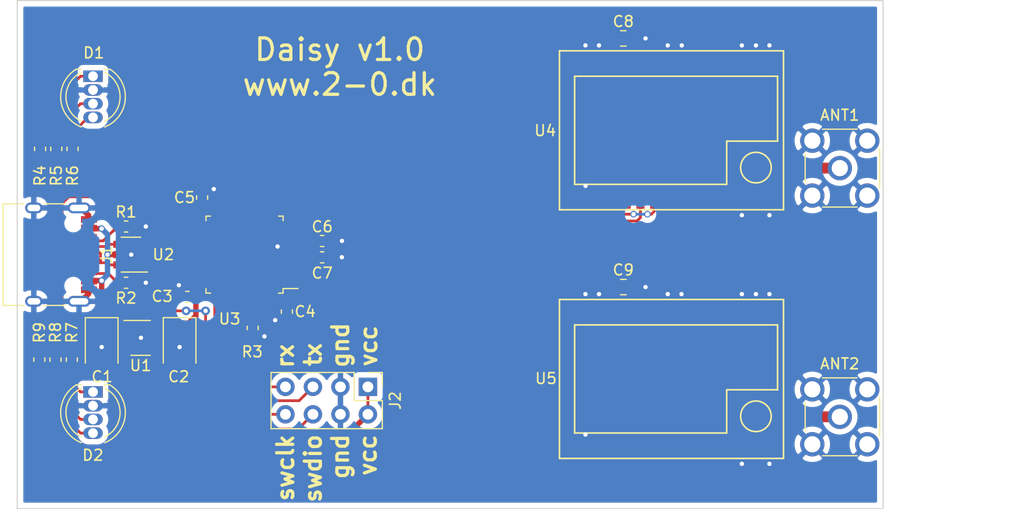
<source format=kicad_pcb>
(kicad_pcb (version 20171130) (host pcbnew 5.1.8-db9833491~87~ubuntu20.04.1)

  (general
    (thickness 1.6)
    (drawings 13)
    (tracks 470)
    (zones 0)
    (modules 29)
    (nets 45)
  )

  (page A4)
  (title_block
    (title Daisy)
    (date 2018-09-15)
    (rev v1.0)
    (company www.2-0.dk)
  )

  (layers
    (0 F.Cu signal)
    (31 B.Cu signal)
    (32 B.Adhes user)
    (33 F.Adhes user)
    (34 B.Paste user)
    (35 F.Paste user)
    (36 B.SilkS user)
    (37 F.SilkS user)
    (38 B.Mask user)
    (39 F.Mask user)
    (40 Dwgs.User user)
    (41 Cmts.User user)
    (42 Eco1.User user)
    (43 Eco2.User user)
    (44 Edge.Cuts user)
    (45 Margin user)
    (46 B.CrtYd user)
    (47 F.CrtYd user)
    (48 B.Fab user hide)
    (49 F.Fab user hide)
  )

  (setup
    (last_trace_width 0.25)
    (trace_clearance 0.2)
    (zone_clearance 0.508)
    (zone_45_only no)
    (trace_min 0.2)
    (via_size 0.8)
    (via_drill 0.4)
    (via_min_size 0.4)
    (via_min_drill 0.3)
    (uvia_size 0.3)
    (uvia_drill 0.1)
    (uvias_allowed no)
    (uvia_min_size 0.2)
    (uvia_min_drill 0.1)
    (edge_width 0.1)
    (segment_width 0.2)
    (pcb_text_width 0.3)
    (pcb_text_size 1.5 1.5)
    (mod_edge_width 0.15)
    (mod_text_size 1 1)
    (mod_text_width 0.15)
    (pad_size 1.325 2.35)
    (pad_drill 0)
    (pad_to_mask_clearance 0)
    (aux_axis_origin 0 0)
    (visible_elements FFFFFF7F)
    (pcbplotparams
      (layerselection 0x010fc_ffffffff)
      (usegerberextensions false)
      (usegerberattributes false)
      (usegerberadvancedattributes false)
      (creategerberjobfile false)
      (excludeedgelayer true)
      (linewidth 0.100000)
      (plotframeref false)
      (viasonmask false)
      (mode 1)
      (useauxorigin false)
      (hpglpennumber 1)
      (hpglpenspeed 20)
      (hpglpendiameter 15.000000)
      (psnegative false)
      (psa4output false)
      (plotreference true)
      (plotvalue true)
      (plotinvisibletext false)
      (padsonsilk false)
      (subtractmaskfromsilk false)
      (outputformat 1)
      (mirror false)
      (drillshape 0)
      (scaleselection 1)
      (outputdirectory "plots"))
  )

  (net 0 "")
  (net 1 GND)
  (net 2 vusb)
  (net 3 +3V3)
  (net 4 "Net-(D1-Pad1)")
  (net 5 "Net-(D2-Pad1)")
  (net 6 "Net-(J1-PadB5)")
  (net 7 usb_dp)
  (net 8 usb_dm)
  (net 9 "Net-(J1-PadA5)")
  (net 10 led1_red)
  (net 11 led1_green)
  (net 12 led2_red)
  (net 13 led2_green)
  (net 14 "Net-(D1-Pad4)")
  (net 15 "Net-(D1-Pad3)")
  (net 16 "Net-(D2-Pad3)")
  (net 17 "Net-(D2-Pad4)")
  (net 18 led1_blue)
  (net 19 led2_blue)
  (net 20 boot0)
  (net 21 nrst)
  (net 22 uart_tx)
  (net 23 swdio)
  (net 24 uart_rx)
  (net 25 swclk)
  (net 26 "Net-(ANT1-Pad1)")
  (net 27 "Net-(ANT2-Pad1)")
  (net 28 cs_radio868)
  (net 29 spi_sck)
  (net 30 spi_miso)
  (net 31 spi_mosi)
  (net 32 nrst_radio868)
  (net 33 busy_radio868)
  (net 34 dio1_radio868)
  (net 35 rxen_radio868)
  (net 36 txen_radio868)
  (net 37 dio2_radio868)
  (net 38 cs_radio433)
  (net 39 dio1_radio433)
  (net 40 nrst_radio433)
  (net 41 busy_radio433)
  (net 42 dio2_radio433)
  (net 43 txen_radio433)
  (net 44 rxen_radio433)

  (net_class Default "This is the default net class."
    (clearance 0.2)
    (trace_width 0.25)
    (via_dia 0.8)
    (via_drill 0.4)
    (uvia_dia 0.3)
    (uvia_drill 0.1)
    (add_net +3V3)
    (add_net GND)
    (add_net "Net-(ANT1-Pad1)")
    (add_net "Net-(ANT2-Pad1)")
    (add_net "Net-(D1-Pad1)")
    (add_net "Net-(D1-Pad3)")
    (add_net "Net-(D1-Pad4)")
    (add_net "Net-(D2-Pad1)")
    (add_net "Net-(D2-Pad3)")
    (add_net "Net-(D2-Pad4)")
    (add_net "Net-(J1-PadA5)")
    (add_net "Net-(J1-PadB5)")
    (add_net boot0)
    (add_net busy_radio433)
    (add_net busy_radio868)
    (add_net cs_radio433)
    (add_net cs_radio868)
    (add_net dio1_radio433)
    (add_net dio1_radio868)
    (add_net dio2_radio433)
    (add_net dio2_radio868)
    (add_net led1_blue)
    (add_net led1_green)
    (add_net led1_red)
    (add_net led2_blue)
    (add_net led2_green)
    (add_net led2_red)
    (add_net nrst)
    (add_net nrst_radio433)
    (add_net nrst_radio868)
    (add_net rxen_radio433)
    (add_net rxen_radio868)
    (add_net spi_miso)
    (add_net spi_mosi)
    (add_net spi_sck)
    (add_net swclk)
    (add_net swdio)
    (add_net txen_radio433)
    (add_net txen_radio868)
    (add_net uart_rx)
    (add_net uart_tx)
    (add_net usb_dm)
    (add_net usb_dp)
    (add_net vusb)
  )

  (module daisy:SMA_Molex_73251-2200_Horizontal (layer F.Cu) (tedit 5FA9BBD7) (tstamp 5FAA000E)
    (at 196 128.5 270)
    (descr https://www.molex.com/webdocs/datasheets/pdf/en-us/0732512200_RF_COAX_CONNECTORS.pdf)
    (tags "SMA THT Female Jack Horizontal")
    (path /5B6F40D3/5FAF663A)
    (fp_text reference ANT2 (at -4.9 0) (layer F.SilkS)
      (effects (font (size 1 1) (thickness 0.15)))
    )
    (fp_text value SMA (at 0 5 90) (layer F.Fab)
      (effects (font (size 1 1) (thickness 0.15)))
    )
    (fp_line (start -3 -14) (end 3 -14.7) (layer F.Fab) (width 0.1))
    (fp_line (start -3 -13) (end 3 -13.7) (layer F.Fab) (width 0.1))
    (fp_line (start -3 -12) (end 3 -12.7) (layer F.Fab) (width 0.1))
    (fp_line (start -3 -11) (end 3 -11.7) (layer F.Fab) (width 0.1))
    (fp_line (start -3 -10) (end 3 -10.7) (layer F.Fab) (width 0.1))
    (fp_line (start -3 -9) (end 3 -9.7) (layer F.Fab) (width 0.1))
    (fp_line (start -3 -8) (end 3 -8.7) (layer F.Fab) (width 0.1))
    (fp_line (start -3 -7) (end 3 -7.7) (layer F.Fab) (width 0.1))
    (fp_line (start -3 -6) (end 3 -6.7) (layer F.Fab) (width 0.1))
    (fp_line (start -3.9 -3.95) (end 3.9 -3.95) (layer F.Fab) (width 0.1))
    (fp_line (start -3.9 -5.07) (end -3.9 -3.95) (layer F.Fab) (width 0.1))
    (fp_line (start 3.9 -5.07) (end -3.9 -5.07) (layer F.Fab) (width 0.1))
    (fp_line (start 3.9 -3.95) (end 3.9 -5.07) (layer F.Fab) (width 0.1))
    (fp_line (start 3 -16.5) (end 3 -5.07) (layer F.Fab) (width 0.1))
    (fp_line (start -3 -16.5) (end -3 -5.07) (layer F.Fab) (width 0.1))
    (fp_line (start -3 -16.5) (end 3 -16.5) (layer F.Fab) (width 0.1))
    (fp_line (start -1.8 -3.68) (end 1.8 -3.68) (layer F.SilkS) (width 0.12))
    (fp_line (start -1.3 3.2) (end 1.3 3.2) (layer F.SilkS) (width 0.12))
    (fp_line (start 3.6 -1.6) (end 3.6 1.6) (layer F.SilkS) (width 0.12))
    (fp_line (start -3.6 -1.6) (end -3.6 1.6) (layer F.SilkS) (width 0.12))
    (fp_line (start 3.5 -3.95) (end 3.5 3.05) (layer F.Fab) (width 0.1))
    (fp_line (start -3.5 3.05) (end 3.5 3.05) (layer F.Fab) (width 0.1))
    (fp_line (start -3.5 -3.95) (end -3.5 3.05) (layer F.Fab) (width 0.1))
    (fp_line (start -3.5 -3.95) (end 3.5 -3.95) (layer F.Fab) (width 0.1))
    (fp_line (start -4.4 -17) (end 4.4 -17) (layer F.CrtYd) (width 0.05))
    (fp_line (start -4.4 -17) (end -4.4 4.16) (layer F.CrtYd) (width 0.05))
    (fp_line (start 4.4 4.16) (end 4.4 -17) (layer F.CrtYd) (width 0.05))
    (fp_line (start 4.4 4.16) (end -4.4 4.16) (layer F.CrtYd) (width 0.05))
    (fp_text user %R (at 0 0 90) (layer F.Fab)
      (effects (font (size 1 1) (thickness 0.15)))
    )
    (pad 1 thru_hole circle (at 0 0 270) (size 2.25 2.25) (drill 1.5) (layers *.Cu *.Mask)
      (net 27 "Net-(ANT2-Pad1)"))
    (pad 2 thru_hole circle (at 2.54 2.54) (size 2.25 2.25) (drill 1.5) (layers *.Cu *.Mask)
      (net 1 GND))
    (pad 2 thru_hole circle (at 2.54 -2.54 270) (size 2.25 2.25) (drill 1.5) (layers *.Cu *.Mask)
      (net 1 GND))
    (pad 2 thru_hole circle (at -2.54 -2.54 270) (size 2.25 2.25) (drill 1.5) (layers *.Cu *.Mask)
      (net 1 GND))
    (pad 2 thru_hole circle (at -2.54 2.54 270) (size 2.25 2.25) (drill 1.5) (layers *.Cu *.Mask)
      (net 1 GND))
    (model "${KIPRJMOD}/packages3d/SMA J01151A0192.wrl"
      (at (xyz 0 0 0))
      (scale (xyz 1 1 1))
      (rotate (xyz 0 0 180))
    )
  )

  (module daisy:SMA_Molex_73251-2200_Horizontal (layer F.Cu) (tedit 5FA9BBD7) (tstamp 5FA9FFE1)
    (at 196 105.5 270)
    (descr https://www.molex.com/webdocs/datasheets/pdf/en-us/0732512200_RF_COAX_CONNECTORS.pdf)
    (tags "SMA THT Female Jack Horizontal")
    (path /5B6F40D3/5FAF1689)
    (fp_text reference ANT1 (at -4.9 0) (layer F.SilkS)
      (effects (font (size 1 1) (thickness 0.15)))
    )
    (fp_text value SMA (at 0 5 90) (layer F.Fab)
      (effects (font (size 1 1) (thickness 0.15)))
    )
    (fp_line (start -3 -14) (end 3 -14.7) (layer F.Fab) (width 0.1))
    (fp_line (start -3 -13) (end 3 -13.7) (layer F.Fab) (width 0.1))
    (fp_line (start -3 -12) (end 3 -12.7) (layer F.Fab) (width 0.1))
    (fp_line (start -3 -11) (end 3 -11.7) (layer F.Fab) (width 0.1))
    (fp_line (start -3 -10) (end 3 -10.7) (layer F.Fab) (width 0.1))
    (fp_line (start -3 -9) (end 3 -9.7) (layer F.Fab) (width 0.1))
    (fp_line (start -3 -8) (end 3 -8.7) (layer F.Fab) (width 0.1))
    (fp_line (start -3 -7) (end 3 -7.7) (layer F.Fab) (width 0.1))
    (fp_line (start -3 -6) (end 3 -6.7) (layer F.Fab) (width 0.1))
    (fp_line (start -3.9 -3.95) (end 3.9 -3.95) (layer F.Fab) (width 0.1))
    (fp_line (start -3.9 -5.07) (end -3.9 -3.95) (layer F.Fab) (width 0.1))
    (fp_line (start 3.9 -5.07) (end -3.9 -5.07) (layer F.Fab) (width 0.1))
    (fp_line (start 3.9 -3.95) (end 3.9 -5.07) (layer F.Fab) (width 0.1))
    (fp_line (start 3 -16.5) (end 3 -5.07) (layer F.Fab) (width 0.1))
    (fp_line (start -3 -16.5) (end -3 -5.07) (layer F.Fab) (width 0.1))
    (fp_line (start -3 -16.5) (end 3 -16.5) (layer F.Fab) (width 0.1))
    (fp_line (start -1.8 -3.68) (end 1.8 -3.68) (layer F.SilkS) (width 0.12))
    (fp_line (start -1.3 3.2) (end 1.3 3.2) (layer F.SilkS) (width 0.12))
    (fp_line (start 3.6 -1.6) (end 3.6 1.6) (layer F.SilkS) (width 0.12))
    (fp_line (start -3.6 -1.6) (end -3.6 1.6) (layer F.SilkS) (width 0.12))
    (fp_line (start 3.5 -3.95) (end 3.5 3.05) (layer F.Fab) (width 0.1))
    (fp_line (start -3.5 3.05) (end 3.5 3.05) (layer F.Fab) (width 0.1))
    (fp_line (start -3.5 -3.95) (end -3.5 3.05) (layer F.Fab) (width 0.1))
    (fp_line (start -3.5 -3.95) (end 3.5 -3.95) (layer F.Fab) (width 0.1))
    (fp_line (start -4.4 -17) (end 4.4 -17) (layer F.CrtYd) (width 0.05))
    (fp_line (start -4.4 -17) (end -4.4 4.16) (layer F.CrtYd) (width 0.05))
    (fp_line (start 4.4 4.16) (end 4.4 -17) (layer F.CrtYd) (width 0.05))
    (fp_line (start 4.4 4.16) (end -4.4 4.16) (layer F.CrtYd) (width 0.05))
    (fp_text user %R (at 0 0 90) (layer F.Fab)
      (effects (font (size 1 1) (thickness 0.15)))
    )
    (pad 1 thru_hole circle (at 0 0 270) (size 2.25 2.25) (drill 1.5) (layers *.Cu *.Mask)
      (net 26 "Net-(ANT1-Pad1)"))
    (pad 2 thru_hole circle (at 2.54 2.54) (size 2.25 2.25) (drill 1.5) (layers *.Cu *.Mask)
      (net 1 GND))
    (pad 2 thru_hole circle (at 2.54 -2.54 270) (size 2.25 2.25) (drill 1.5) (layers *.Cu *.Mask)
      (net 1 GND))
    (pad 2 thru_hole circle (at -2.54 -2.54 270) (size 2.25 2.25) (drill 1.5) (layers *.Cu *.Mask)
      (net 1 GND))
    (pad 2 thru_hole circle (at -2.54 2.54 270) (size 2.25 2.25) (drill 1.5) (layers *.Cu *.Mask)
      (net 1 GND))
    (model "${KIPRJMOD}/packages3d/SMA J01151A0192.wrl"
      (at (xyz 0 0 0))
      (scale (xyz 1 1 1))
      (rotate (xyz 0 0 180))
    )
  )

  (module daisy:USB_C_Receptacle_HRO_TYPE-C-31-M-12 (layer F.Cu) (tedit 5FA9BA4E) (tstamp 5FAA003B)
    (at 122.58 113.5 270)
    (descr "USB Type-C receptacle for USB 2.0 and PD, http://www.krhro.com/uploads/soft/180320/1-1P320120243.pdf")
    (tags "usb usb-c 2.0 pd")
    (path /5B66D7A7/5FAD3E63)
    (attr smd)
    (fp_text reference J1 (at 0 -5.645 90) (layer F.SilkS)
      (effects (font (size 1 1) (thickness 0.15)))
    )
    (fp_text value USB-C (at 0 5.1 90) (layer F.Fab)
      (effects (font (size 1 1) (thickness 0.15)))
    )
    (fp_line (start -4.7 3.9) (end 4.7 3.9) (layer F.SilkS) (width 0.12))
    (fp_line (start -4.47 -3.65) (end 4.47 -3.65) (layer F.Fab) (width 0.1))
    (fp_line (start -4.47 -3.65) (end -4.47 3.65) (layer F.Fab) (width 0.1))
    (fp_line (start -4.47 3.65) (end 4.47 3.65) (layer F.Fab) (width 0.1))
    (fp_line (start 4.47 -3.65) (end 4.47 3.65) (layer F.Fab) (width 0.1))
    (fp_line (start -5.32 -5.27) (end 5.32 -5.27) (layer F.CrtYd) (width 0.05))
    (fp_line (start -5.32 4.15) (end 5.32 4.15) (layer F.CrtYd) (width 0.05))
    (fp_line (start -5.32 -5.27) (end -5.32 4.15) (layer F.CrtYd) (width 0.05))
    (fp_line (start 5.32 -5.27) (end 5.32 4.15) (layer F.CrtYd) (width 0.05))
    (fp_line (start 4.7 -1.9) (end 4.7 0.1) (layer F.SilkS) (width 0.12))
    (fp_line (start 4.7 2) (end 4.7 3.9) (layer F.SilkS) (width 0.12))
    (fp_line (start -4.7 -1.9) (end -4.7 0.1) (layer F.SilkS) (width 0.12))
    (fp_line (start -4.7 2) (end -4.7 3.9) (layer F.SilkS) (width 0.12))
    (fp_text user %R (at 0 0 90) (layer F.Fab)
      (effects (font (size 1 1) (thickness 0.15)))
    )
    (pad S1 thru_hole oval (at 4.32 1.05 270) (size 1 1.6) (drill oval 0.6 1.2) (layers *.Cu *.Mask)
      (net 1 GND))
    (pad "" np_thru_hole circle (at 2.89 -2.6 270) (size 0.65 0.65) (drill 0.65) (layers *.Cu *.Mask))
    (pad S1 thru_hole oval (at -4.32 1.05 270) (size 1 1.6) (drill oval 0.6 1.2) (layers *.Cu *.Mask)
      (net 1 GND))
    (pad "" np_thru_hole circle (at -2.89 -2.6 270) (size 0.65 0.65) (drill 0.65) (layers *.Cu *.Mask))
    (pad S1 thru_hole oval (at -4.32 -3.13 270) (size 1 2.1) (drill oval 0.6 1.7) (layers *.Cu *.Mask)
      (net 1 GND))
    (pad S1 thru_hole oval (at 4.32 -3.13 270) (size 1 2.1) (drill oval 0.6 1.7) (layers *.Cu *.Mask)
      (net 1 GND))
    (pad A6 smd rect (at -0.25 -4.045 270) (size 0.3 1.45) (layers F.Cu F.Paste F.Mask)
      (net 7 usb_dp))
    (pad B5 smd rect (at 1.75 -4.045 270) (size 0.3 1.45) (layers F.Cu F.Paste F.Mask)
      (net 6 "Net-(J1-PadB5)"))
    (pad A8 smd rect (at 1.25 -4.045 270) (size 0.3 1.45) (layers F.Cu F.Paste F.Mask))
    (pad B6 smd rect (at 0.75 -4.045 270) (size 0.3 1.45) (layers F.Cu F.Paste F.Mask)
      (net 7 usb_dp))
    (pad A7 smd rect (at 0.25 -4.045 270) (size 0.3 1.45) (layers F.Cu F.Paste F.Mask)
      (net 8 usb_dm))
    (pad B7 smd rect (at -0.75 -4.045 270) (size 0.3 1.45) (layers F.Cu F.Paste F.Mask)
      (net 8 usb_dm))
    (pad A5 smd rect (at -1.25 -4.045 270) (size 0.3 1.45) (layers F.Cu F.Paste F.Mask)
      (net 9 "Net-(J1-PadA5)"))
    (pad B8 smd rect (at -1.75 -4.045 270) (size 0.3 1.45) (layers F.Cu F.Paste F.Mask))
    (pad A12 smd rect (at 3.25 -4.045 270) (size 0.6 1.45) (layers F.Cu F.Paste F.Mask)
      (net 1 GND))
    (pad B4 smd rect (at 2.45 -4.045 270) (size 0.6 1.45) (layers F.Cu F.Paste F.Mask)
      (net 2 vusb))
    (pad A4 smd rect (at -2.45 -4.045 270) (size 0.6 1.45) (layers F.Cu F.Paste F.Mask)
      (net 2 vusb))
    (pad A1 smd rect (at -3.25 -4.045 270) (size 0.6 1.45) (layers F.Cu F.Paste F.Mask)
      (net 1 GND))
    (pad B12 smd rect (at -3.25 -4.045 270) (size 0.6 1.45) (layers F.Cu F.Paste F.Mask)
      (net 1 GND))
    (pad B9 smd rect (at -2.45 -4.045 270) (size 0.6 1.45) (layers F.Cu F.Paste F.Mask)
      (net 2 vusb))
    (pad A9 smd rect (at 2.45 -4.045 270) (size 0.6 1.45) (layers F.Cu F.Paste F.Mask)
      (net 2 vusb))
    (pad B1 smd rect (at 3.25 -4.045 270) (size 0.6 1.45) (layers F.Cu F.Paste F.Mask)
      (net 1 GND))
    (model ${KISYS3DMOD}/Connector_USB.3dshapes/USB_C_Receptacle_HRO_TYPE-C-31-M-12.wrl
      (at (xyz 0 0 0))
      (scale (xyz 1 1 1))
      (rotate (xyz 0 0 0))
    )
    (model ${KIPRJMOD}/packages3d/USB_C_Receptacle_HRO_TYPE-C-31-M-12.wrl
      (at (xyz 0 0 0))
      (scale (xyz 1 1 1))
      (rotate (xyz 0 0 0))
    )
  )

  (module Package_QFP:LQFP-48_7x7mm_P0.5mm (layer F.Cu) (tedit 5A5E2375) (tstamp 5B70C7BD)
    (at 141 113.5 180)
    (descr "48 LEAD LQFP 7x7mm (see MICREL LQFP7x7-48LD-PL-1.pdf)")
    (tags "QFP 0.5")
    (path /5B66D7A7/5B66E0BD)
    (attr smd)
    (fp_text reference U3 (at 1.38 -5.95 180) (layer F.SilkS)
      (effects (font (size 1 1) (thickness 0.15)))
    )
    (fp_text value STM32F072C8Tx (at 0 6 180) (layer F.Fab)
      (effects (font (size 1 1) (thickness 0.15)))
    )
    (fp_line (start -3.13 -3.75) (end -3.75 -3.75) (layer F.CrtYd) (width 0.05))
    (fp_line (start -3.75 -3.13) (end -3.75 -3.75) (layer F.CrtYd) (width 0.05))
    (fp_line (start -3.13 3.75) (end -3.75 3.75) (layer F.CrtYd) (width 0.05))
    (fp_line (start -3.75 3.13) (end -3.75 3.75) (layer F.CrtYd) (width 0.05))
    (fp_line (start 3.75 -3.13) (end 3.75 -3.75) (layer F.CrtYd) (width 0.05))
    (fp_line (start 3.13 -3.75) (end 3.75 -3.75) (layer F.CrtYd) (width 0.05))
    (fp_line (start -3.13 3.75) (end -3.13 5.25) (layer F.CrtYd) (width 0.05))
    (fp_line (start -3.75 3.13) (end -5.25 3.13) (layer F.CrtYd) (width 0.05))
    (fp_line (start -3.75 -3.13) (end -5.25 -3.13) (layer F.CrtYd) (width 0.05))
    (fp_line (start -3.13 -3.75) (end -3.13 -5.25) (layer F.CrtYd) (width 0.05))
    (fp_line (start 3.13 -3.75) (end 3.13 -5.25) (layer F.CrtYd) (width 0.05))
    (fp_line (start 3.75 -3.13) (end 5.25 -3.13) (layer F.CrtYd) (width 0.05))
    (fp_line (start 3.75 3.13) (end 5.25 3.13) (layer F.CrtYd) (width 0.05))
    (fp_line (start -3.56 3.56) (end -3.14 3.56) (layer F.SilkS) (width 0.12))
    (fp_line (start -3.56 -3.56) (end -3.56 -3.14) (layer F.SilkS) (width 0.12))
    (fp_line (start -3.56 -3.14) (end -4.94 -3.14) (layer F.SilkS) (width 0.12))
    (fp_line (start 3.56 -3.56) (end 3.14 -3.56) (layer F.SilkS) (width 0.12))
    (fp_line (start 3.56 3.56) (end 3.14 3.56) (layer F.SilkS) (width 0.12))
    (fp_line (start -3.56 -3.56) (end -3.14 -3.56) (layer F.SilkS) (width 0.12))
    (fp_line (start -3.56 3.56) (end -3.56 3.14) (layer F.SilkS) (width 0.12))
    (fp_line (start 3.56 3.56) (end 3.56 3.14) (layer F.SilkS) (width 0.12))
    (fp_line (start 3.56 -3.56) (end 3.56 -3.14) (layer F.SilkS) (width 0.12))
    (fp_line (start -3.13 5.25) (end 3.13 5.25) (layer F.CrtYd) (width 0.05))
    (fp_line (start -3.13 -5.25) (end 3.13 -5.25) (layer F.CrtYd) (width 0.05))
    (fp_line (start 5.25 -3.13) (end 5.25 3.13) (layer F.CrtYd) (width 0.05))
    (fp_line (start -5.25 -3.13) (end -5.25 3.13) (layer F.CrtYd) (width 0.05))
    (fp_line (start -3.5 -2.5) (end -2.5 -3.5) (layer F.Fab) (width 0.1))
    (fp_line (start -3.5 3.5) (end -3.5 -2.5) (layer F.Fab) (width 0.1))
    (fp_line (start 3.5 3.5) (end -3.5 3.5) (layer F.Fab) (width 0.1))
    (fp_line (start 3.5 -3.5) (end 3.5 3.5) (layer F.Fab) (width 0.1))
    (fp_line (start -2.5 -3.5) (end 3.5 -3.5) (layer F.Fab) (width 0.1))
    (fp_line (start 3.13 5.25) (end 3.13 3.75) (layer F.CrtYd) (width 0.05))
    (fp_line (start 3.75 3.13) (end 3.75 3.75) (layer F.CrtYd) (width 0.05))
    (fp_line (start 3.13 3.75) (end 3.75 3.75) (layer F.CrtYd) (width 0.05))
    (fp_text user %R (at 0 0 180) (layer F.Fab)
      (effects (font (size 1 1) (thickness 0.15)))
    )
    (pad 1 smd rect (at -4.35 -2.75 180) (size 1.3 0.25) (layers F.Cu F.Paste F.Mask)
      (net 3 +3V3))
    (pad 2 smd rect (at -4.35 -2.25 180) (size 1.3 0.25) (layers F.Cu F.Paste F.Mask)
      (net 34 dio1_radio868))
    (pad 3 smd rect (at -4.35 -1.75 180) (size 1.3 0.25) (layers F.Cu F.Paste F.Mask)
      (net 33 busy_radio868))
    (pad 4 smd rect (at -4.35 -1.25 180) (size 1.3 0.25) (layers F.Cu F.Paste F.Mask)
      (net 32 nrst_radio868))
    (pad 5 smd rect (at -4.35 -0.75 180) (size 1.3 0.25) (layers F.Cu F.Paste F.Mask))
    (pad 6 smd rect (at -4.35 -0.25 180) (size 1.3 0.25) (layers F.Cu F.Paste F.Mask))
    (pad 7 smd rect (at -4.35 0.25 180) (size 1.3 0.25) (layers F.Cu F.Paste F.Mask)
      (net 21 nrst))
    (pad 8 smd rect (at -4.35 0.75 180) (size 1.3 0.25) (layers F.Cu F.Paste F.Mask)
      (net 1 GND))
    (pad 9 smd rect (at -4.35 1.25 180) (size 1.3 0.25) (layers F.Cu F.Paste F.Mask)
      (net 3 +3V3))
    (pad 10 smd rect (at -4.35 1.75 180) (size 1.3 0.25) (layers F.Cu F.Paste F.Mask)
      (net 35 rxen_radio868))
    (pad 11 smd rect (at -4.35 2.25 180) (size 1.3 0.25) (layers F.Cu F.Paste F.Mask)
      (net 36 txen_radio868))
    (pad 12 smd rect (at -4.35 2.75 180) (size 1.3 0.25) (layers F.Cu F.Paste F.Mask)
      (net 37 dio2_radio868))
    (pad 13 smd rect (at -2.75 4.35 270) (size 1.3 0.25) (layers F.Cu F.Paste F.Mask)
      (net 28 cs_radio868))
    (pad 14 smd rect (at -2.25 4.35 270) (size 1.3 0.25) (layers F.Cu F.Paste F.Mask)
      (net 38 cs_radio433))
    (pad 15 smd rect (at -1.75 4.35 270) (size 1.3 0.25) (layers F.Cu F.Paste F.Mask)
      (net 29 spi_sck))
    (pad 16 smd rect (at -1.25 4.35 270) (size 1.3 0.25) (layers F.Cu F.Paste F.Mask)
      (net 30 spi_miso))
    (pad 17 smd rect (at -0.75 4.35 270) (size 1.3 0.25) (layers F.Cu F.Paste F.Mask)
      (net 31 spi_mosi))
    (pad 18 smd rect (at -0.25 4.35 270) (size 1.3 0.25) (layers F.Cu F.Paste F.Mask)
      (net 39 dio1_radio433))
    (pad 19 smd rect (at 0.25 4.35 270) (size 1.3 0.25) (layers F.Cu F.Paste F.Mask)
      (net 41 busy_radio433))
    (pad 20 smd rect (at 0.75 4.35 270) (size 1.3 0.25) (layers F.Cu F.Paste F.Mask)
      (net 40 nrst_radio433))
    (pad 21 smd rect (at 1.25 4.35 270) (size 1.3 0.25) (layers F.Cu F.Paste F.Mask)
      (net 43 txen_radio433))
    (pad 22 smd rect (at 1.75 4.35 270) (size 1.3 0.25) (layers F.Cu F.Paste F.Mask)
      (net 42 dio2_radio433))
    (pad 23 smd rect (at 2.25 4.35 270) (size 1.3 0.25) (layers F.Cu F.Paste F.Mask)
      (net 1 GND))
    (pad 24 smd rect (at 2.75 4.35 270) (size 1.3 0.25) (layers F.Cu F.Paste F.Mask)
      (net 3 +3V3))
    (pad 25 smd rect (at 4.35 2.75 180) (size 1.3 0.25) (layers F.Cu F.Paste F.Mask)
      (net 44 rxen_radio433))
    (pad 26 smd rect (at 4.35 2.25 180) (size 1.3 0.25) (layers F.Cu F.Paste F.Mask)
      (net 18 led1_blue))
    (pad 27 smd rect (at 4.35 1.75 180) (size 1.3 0.25) (layers F.Cu F.Paste F.Mask)
      (net 11 led1_green))
    (pad 28 smd rect (at 4.35 1.25 180) (size 1.3 0.25) (layers F.Cu F.Paste F.Mask)
      (net 10 led1_red))
    (pad 29 smd rect (at 4.35 0.75 180) (size 1.3 0.25) (layers F.Cu F.Paste F.Mask)
      (net 19 led2_blue))
    (pad 30 smd rect (at 4.35 0.25 180) (size 1.3 0.25) (layers F.Cu F.Paste F.Mask)
      (net 13 led2_green))
    (pad 31 smd rect (at 4.35 -0.25 180) (size 1.3 0.25) (layers F.Cu F.Paste F.Mask)
      (net 12 led2_red))
    (pad 32 smd rect (at 4.35 -0.75 180) (size 1.3 0.25) (layers F.Cu F.Paste F.Mask)
      (net 8 usb_dm))
    (pad 33 smd rect (at 4.35 -1.25 180) (size 1.3 0.25) (layers F.Cu F.Paste F.Mask)
      (net 7 usb_dp))
    (pad 34 smd rect (at 4.35 -1.75 180) (size 1.3 0.25) (layers F.Cu F.Paste F.Mask)
      (net 23 swdio))
    (pad 35 smd rect (at 4.35 -2.25 180) (size 1.3 0.25) (layers F.Cu F.Paste F.Mask)
      (net 1 GND))
    (pad 36 smd rect (at 4.35 -2.75 180) (size 1.3 0.25) (layers F.Cu F.Paste F.Mask)
      (net 3 +3V3))
    (pad 37 smd rect (at 2.75 -4.35 270) (size 1.3 0.25) (layers F.Cu F.Paste F.Mask)
      (net 25 swclk))
    (pad 38 smd rect (at 2.25 -4.35 270) (size 1.3 0.25) (layers F.Cu F.Paste F.Mask))
    (pad 39 smd rect (at 1.75 -4.35 270) (size 1.3 0.25) (layers F.Cu F.Paste F.Mask))
    (pad 40 smd rect (at 1.25 -4.35 270) (size 1.3 0.25) (layers F.Cu F.Paste F.Mask))
    (pad 41 smd rect (at 0.75 -4.35 270) (size 1.3 0.25) (layers F.Cu F.Paste F.Mask))
    (pad 42 smd rect (at 0.25 -4.35 270) (size 1.3 0.25) (layers F.Cu F.Paste F.Mask)
      (net 22 uart_tx))
    (pad 43 smd rect (at -0.25 -4.35 270) (size 1.3 0.25) (layers F.Cu F.Paste F.Mask)
      (net 24 uart_rx))
    (pad 44 smd rect (at -0.75 -4.35 270) (size 1.3 0.25) (layers F.Cu F.Paste F.Mask)
      (net 20 boot0))
    (pad 45 smd rect (at -1.25 -4.35 270) (size 1.3 0.25) (layers F.Cu F.Paste F.Mask))
    (pad 46 smd rect (at -1.75 -4.35 270) (size 1.3 0.25) (layers F.Cu F.Paste F.Mask))
    (pad 47 smd rect (at -2.25 -4.35 270) (size 1.3 0.25) (layers F.Cu F.Paste F.Mask)
      (net 1 GND))
    (pad 48 smd rect (at -2.75 -4.35 270) (size 1.3 0.25) (layers F.Cu F.Paste F.Mask)
      (net 3 +3V3))
    (model ${KISYS3DMOD}/Package_QFP.3dshapes/LQFP-48_7x7mm_P0.5mm.wrl
      (at (xyz 0 0 0))
      (scale (xyz 1 1 1))
      (rotate (xyz 0 0 0))
    )
  )

  (module Resistor_SMD:R_0603_1608Metric (layer F.Cu) (tedit 5B301BBD) (tstamp 5B70C6D5)
    (at 130.05 110.9 180)
    (descr "Resistor SMD 0603 (1608 Metric), square (rectangular) end terminal, IPC_7351 nominal, (Body size source: http://www.tortai-tech.com/upload/download/2011102023233369053.pdf), generated with kicad-footprint-generator")
    (tags resistor)
    (path /5B66D7A7/5B66E0CD)
    (attr smd)
    (fp_text reference R1 (at 0 1.34 180) (layer F.SilkS)
      (effects (font (size 1 1) (thickness 0.15)))
    )
    (fp_text value 5k1 (at 0 1.43 180) (layer F.Fab)
      (effects (font (size 1 1) (thickness 0.15)))
    )
    (fp_line (start 1.48 0.73) (end -1.48 0.73) (layer F.CrtYd) (width 0.05))
    (fp_line (start 1.48 -0.73) (end 1.48 0.73) (layer F.CrtYd) (width 0.05))
    (fp_line (start -1.48 -0.73) (end 1.48 -0.73) (layer F.CrtYd) (width 0.05))
    (fp_line (start -1.48 0.73) (end -1.48 -0.73) (layer F.CrtYd) (width 0.05))
    (fp_line (start -0.162779 0.51) (end 0.162779 0.51) (layer F.SilkS) (width 0.12))
    (fp_line (start -0.162779 -0.51) (end 0.162779 -0.51) (layer F.SilkS) (width 0.12))
    (fp_line (start 0.8 0.4) (end -0.8 0.4) (layer F.Fab) (width 0.1))
    (fp_line (start 0.8 -0.4) (end 0.8 0.4) (layer F.Fab) (width 0.1))
    (fp_line (start -0.8 -0.4) (end 0.8 -0.4) (layer F.Fab) (width 0.1))
    (fp_line (start -0.8 0.4) (end -0.8 -0.4) (layer F.Fab) (width 0.1))
    (fp_text user %R (at 0 0 180) (layer F.Fab)
      (effects (font (size 0.4 0.4) (thickness 0.06)))
    )
    (pad 1 smd roundrect (at -0.7875 0 180) (size 0.875 0.95) (layers F.Cu F.Paste F.Mask) (roundrect_rratio 0.25)
      (net 1 GND))
    (pad 2 smd roundrect (at 0.7875 0 180) (size 0.875 0.95) (layers F.Cu F.Paste F.Mask) (roundrect_rratio 0.25)
      (net 9 "Net-(J1-PadA5)"))
    (model ${KISYS3DMOD}/Resistor_SMD.3dshapes/R_0603_1608Metric.wrl
      (at (xyz 0 0 0))
      (scale (xyz 1 1 1))
      (rotate (xyz 0 0 0))
    )
  )

  (module Capacitor_Tantalum_SMD:CP_EIA-3528-12_Kemet-T (layer F.Cu) (tedit 5B342532) (tstamp 5B731B0F)
    (at 127.8 121.79 270)
    (descr "Tantalum Capacitor SMD Kemet-T (3528-12 Metric), IPC_7351 nominal, (Body size from: http://www.kemet.com/Lists/ProductCatalog/Attachments/253/KEM_TC101_STD.pdf), generated with kicad-footprint-generator")
    (tags "capacitor tantalum")
    (path /5B66D7A7/5B66E084)
    (attr smd)
    (fp_text reference C1 (at 3 -0.04) (layer F.SilkS)
      (effects (font (size 1 1) (thickness 0.15)))
    )
    (fp_text value 10u (at 0 2.35 270) (layer F.Fab)
      (effects (font (size 1 1) (thickness 0.15)))
    )
    (fp_line (start 1.75 -1.4) (end -1.05 -1.4) (layer F.Fab) (width 0.1))
    (fp_line (start -1.05 -1.4) (end -1.75 -0.7) (layer F.Fab) (width 0.1))
    (fp_line (start -1.75 -0.7) (end -1.75 1.4) (layer F.Fab) (width 0.1))
    (fp_line (start -1.75 1.4) (end 1.75 1.4) (layer F.Fab) (width 0.1))
    (fp_line (start 1.75 1.4) (end 1.75 -1.4) (layer F.Fab) (width 0.1))
    (fp_line (start 1.75 -1.51) (end -2.46 -1.51) (layer F.SilkS) (width 0.12))
    (fp_line (start -2.46 -1.51) (end -2.46 1.51) (layer F.SilkS) (width 0.12))
    (fp_line (start -2.46 1.51) (end 1.75 1.51) (layer F.SilkS) (width 0.12))
    (fp_line (start -2.45 1.65) (end -2.45 -1.65) (layer F.CrtYd) (width 0.05))
    (fp_line (start -2.45 -1.65) (end 2.45 -1.65) (layer F.CrtYd) (width 0.05))
    (fp_line (start 2.45 -1.65) (end 2.45 1.65) (layer F.CrtYd) (width 0.05))
    (fp_line (start 2.45 1.65) (end -2.45 1.65) (layer F.CrtYd) (width 0.05))
    (fp_text user %R (at 0 0 270) (layer F.Fab)
      (effects (font (size 0.88 0.88) (thickness 0.13)))
    )
    (pad 2 smd roundrect (at 1.5375 0 270) (size 1.325 2.35) (layers F.Cu F.Paste F.Mask) (roundrect_rratio 0.1886784905660377)
      (net 1 GND))
    (pad 1 smd roundrect (at -1.5375 0 270) (size 1.325 2.35) (layers F.Cu F.Paste F.Mask) (roundrect_rratio 0.1886784905660377)
      (net 2 vusb))
    (model ${KISYS3DMOD}/Capacitor_Tantalum_SMD.3dshapes/CP_EIA-3528-12_Kemet-T.wrl
      (at (xyz 0 0 0))
      (scale (xyz 1 1 1))
      (rotate (xyz 0 0 0))
    )
  )

  (module Capacitor_Tantalum_SMD:CP_EIA-3528-12_Kemet-T (layer F.Cu) (tedit 5B342532) (tstamp 5B70C5D4)
    (at 135 121.7875 270)
    (descr "Tantalum Capacitor SMD Kemet-T (3528-12 Metric), IPC_7351 nominal, (Body size from: http://www.kemet.com/Lists/ProductCatalog/Attachments/253/KEM_TC101_STD.pdf), generated with kicad-footprint-generator")
    (tags "capacitor tantalum")
    (path /5B66D7A7/5B66E08B)
    (attr smd)
    (fp_text reference C2 (at 3.0025 0.08) (layer F.SilkS)
      (effects (font (size 1 1) (thickness 0.15)))
    )
    (fp_text value 22u (at 0 2.35 270) (layer F.Fab)
      (effects (font (size 1 1) (thickness 0.15)))
    )
    (fp_line (start 2.45 1.65) (end -2.45 1.65) (layer F.CrtYd) (width 0.05))
    (fp_line (start 2.45 -1.65) (end 2.45 1.65) (layer F.CrtYd) (width 0.05))
    (fp_line (start -2.45 -1.65) (end 2.45 -1.65) (layer F.CrtYd) (width 0.05))
    (fp_line (start -2.45 1.65) (end -2.45 -1.65) (layer F.CrtYd) (width 0.05))
    (fp_line (start -2.46 1.51) (end 1.75 1.51) (layer F.SilkS) (width 0.12))
    (fp_line (start -2.46 -1.51) (end -2.46 1.51) (layer F.SilkS) (width 0.12))
    (fp_line (start 1.75 -1.51) (end -2.46 -1.51) (layer F.SilkS) (width 0.12))
    (fp_line (start 1.75 1.4) (end 1.75 -1.4) (layer F.Fab) (width 0.1))
    (fp_line (start -1.75 1.4) (end 1.75 1.4) (layer F.Fab) (width 0.1))
    (fp_line (start -1.75 -0.7) (end -1.75 1.4) (layer F.Fab) (width 0.1))
    (fp_line (start -1.05 -1.4) (end -1.75 -0.7) (layer F.Fab) (width 0.1))
    (fp_line (start 1.75 -1.4) (end -1.05 -1.4) (layer F.Fab) (width 0.1))
    (fp_text user %R (at 0 0 270) (layer F.Fab)
      (effects (font (size 0.88 0.88) (thickness 0.13)))
    )
    (pad 1 smd roundrect (at -1.5375 0 270) (size 1.325 2.35) (layers F.Cu F.Paste F.Mask) (roundrect_rratio 0.1886784905660377)
      (net 3 +3V3))
    (pad 2 smd roundrect (at 1.5375 0 270) (size 1.325 2.35) (layers F.Cu F.Paste F.Mask) (roundrect_rratio 0.1886784905660377)
      (net 1 GND))
    (model ${KISYS3DMOD}/Capacitor_Tantalum_SMD.3dshapes/CP_EIA-3528-12_Kemet-T.wrl
      (at (xyz 0 0 0))
      (scale (xyz 1 1 1))
      (rotate (xyz 0 0 0))
    )
  )

  (module Capacitor_SMD:C_0603_1608Metric (layer F.Cu) (tedit 5B301BBE) (tstamp 5B64C66C)
    (at 135.72 117.41 180)
    (descr "Capacitor SMD 0603 (1608 Metric), square (rectangular) end terminal, IPC_7351 nominal, (Body size source: http://www.tortai-tech.com/upload/download/2011102023233369053.pdf), generated with kicad-footprint-generator")
    (tags capacitor)
    (path /5B66D7A7/5B66E109)
    (attr smd)
    (fp_text reference C3 (at 2.33 0.05) (layer F.SilkS)
      (effects (font (size 1 1) (thickness 0.15)))
    )
    (fp_text value 100n (at 0 1.43 180) (layer F.Fab)
      (effects (font (size 1 1) (thickness 0.15)))
    )
    (fp_line (start -0.8 0.4) (end -0.8 -0.4) (layer F.Fab) (width 0.1))
    (fp_line (start -0.8 -0.4) (end 0.8 -0.4) (layer F.Fab) (width 0.1))
    (fp_line (start 0.8 -0.4) (end 0.8 0.4) (layer F.Fab) (width 0.1))
    (fp_line (start 0.8 0.4) (end -0.8 0.4) (layer F.Fab) (width 0.1))
    (fp_line (start -0.162779 -0.51) (end 0.162779 -0.51) (layer F.SilkS) (width 0.12))
    (fp_line (start -0.162779 0.51) (end 0.162779 0.51) (layer F.SilkS) (width 0.12))
    (fp_line (start -1.48 0.73) (end -1.48 -0.73) (layer F.CrtYd) (width 0.05))
    (fp_line (start -1.48 -0.73) (end 1.48 -0.73) (layer F.CrtYd) (width 0.05))
    (fp_line (start 1.48 -0.73) (end 1.48 0.73) (layer F.CrtYd) (width 0.05))
    (fp_line (start 1.48 0.73) (end -1.48 0.73) (layer F.CrtYd) (width 0.05))
    (fp_text user %R (at 0 0 180) (layer F.Fab)
      (effects (font (size 0.4 0.4) (thickness 0.06)))
    )
    (pad 2 smd roundrect (at 0.7875 0 180) (size 0.875 0.95) (layers F.Cu F.Paste F.Mask) (roundrect_rratio 0.25)
      (net 1 GND))
    (pad 1 smd roundrect (at -0.7875 0 180) (size 0.875 0.95) (layers F.Cu F.Paste F.Mask) (roundrect_rratio 0.25)
      (net 3 +3V3))
    (model ${KISYS3DMOD}/Capacitor_SMD.3dshapes/C_0603_1608Metric.wrl
      (at (xyz 0 0 0))
      (scale (xyz 1 1 1))
      (rotate (xyz 0 0 0))
    )
  )

  (module Capacitor_SMD:C_0603_1608Metric (layer F.Cu) (tedit 5B301BBE) (tstamp 5B72D5ED)
    (at 144.91 118.77 270)
    (descr "Capacitor SMD 0603 (1608 Metric), square (rectangular) end terminal, IPC_7351 nominal, (Body size source: http://www.tortai-tech.com/upload/download/2011102023233369053.pdf), generated with kicad-footprint-generator")
    (tags capacitor)
    (path /5B66D7A7/5B66E110)
    (attr smd)
    (fp_text reference C4 (at 0 -1.69) (layer F.SilkS)
      (effects (font (size 1 1) (thickness 0.15)))
    )
    (fp_text value 100n (at 0 1.43 270) (layer F.Fab)
      (effects (font (size 1 1) (thickness 0.15)))
    )
    (fp_line (start 1.48 0.73) (end -1.48 0.73) (layer F.CrtYd) (width 0.05))
    (fp_line (start 1.48 -0.73) (end 1.48 0.73) (layer F.CrtYd) (width 0.05))
    (fp_line (start -1.48 -0.73) (end 1.48 -0.73) (layer F.CrtYd) (width 0.05))
    (fp_line (start -1.48 0.73) (end -1.48 -0.73) (layer F.CrtYd) (width 0.05))
    (fp_line (start -0.162779 0.51) (end 0.162779 0.51) (layer F.SilkS) (width 0.12))
    (fp_line (start -0.162779 -0.51) (end 0.162779 -0.51) (layer F.SilkS) (width 0.12))
    (fp_line (start 0.8 0.4) (end -0.8 0.4) (layer F.Fab) (width 0.1))
    (fp_line (start 0.8 -0.4) (end 0.8 0.4) (layer F.Fab) (width 0.1))
    (fp_line (start -0.8 -0.4) (end 0.8 -0.4) (layer F.Fab) (width 0.1))
    (fp_line (start -0.8 0.4) (end -0.8 -0.4) (layer F.Fab) (width 0.1))
    (fp_text user %R (at 0 0 270) (layer F.Fab)
      (effects (font (size 0.4 0.4) (thickness 0.06)))
    )
    (pad 1 smd roundrect (at -0.7875 0 270) (size 0.875 0.95) (layers F.Cu F.Paste F.Mask) (roundrect_rratio 0.25)
      (net 3 +3V3))
    (pad 2 smd roundrect (at 0.7875 0 270) (size 0.875 0.95) (layers F.Cu F.Paste F.Mask) (roundrect_rratio 0.25)
      (net 1 GND))
    (model ${KISYS3DMOD}/Capacitor_SMD.3dshapes/C_0603_1608Metric.wrl
      (at (xyz 0 0 0))
      (scale (xyz 1 1 1))
      (rotate (xyz 0 0 0))
    )
  )

  (module Capacitor_SMD:C_0603_1608Metric (layer F.Cu) (tedit 5B301BBE) (tstamp 5B70C607)
    (at 137.08 108.22 90)
    (descr "Capacitor SMD 0603 (1608 Metric), square (rectangular) end terminal, IPC_7351 nominal, (Body size source: http://www.tortai-tech.com/upload/download/2011102023233369053.pdf), generated with kicad-footprint-generator")
    (tags capacitor)
    (path /5B66D7A7/5B66E117)
    (attr smd)
    (fp_text reference C5 (at 0 -1.63 180) (layer F.SilkS)
      (effects (font (size 1 1) (thickness 0.15)))
    )
    (fp_text value 100n (at 0 1.43 90) (layer F.Fab)
      (effects (font (size 1 1) (thickness 0.15)))
    )
    (fp_line (start -0.8 0.4) (end -0.8 -0.4) (layer F.Fab) (width 0.1))
    (fp_line (start -0.8 -0.4) (end 0.8 -0.4) (layer F.Fab) (width 0.1))
    (fp_line (start 0.8 -0.4) (end 0.8 0.4) (layer F.Fab) (width 0.1))
    (fp_line (start 0.8 0.4) (end -0.8 0.4) (layer F.Fab) (width 0.1))
    (fp_line (start -0.162779 -0.51) (end 0.162779 -0.51) (layer F.SilkS) (width 0.12))
    (fp_line (start -0.162779 0.51) (end 0.162779 0.51) (layer F.SilkS) (width 0.12))
    (fp_line (start -1.48 0.73) (end -1.48 -0.73) (layer F.CrtYd) (width 0.05))
    (fp_line (start -1.48 -0.73) (end 1.48 -0.73) (layer F.CrtYd) (width 0.05))
    (fp_line (start 1.48 -0.73) (end 1.48 0.73) (layer F.CrtYd) (width 0.05))
    (fp_line (start 1.48 0.73) (end -1.48 0.73) (layer F.CrtYd) (width 0.05))
    (fp_text user %R (at 0 0 90) (layer F.Fab)
      (effects (font (size 0.4 0.4) (thickness 0.06)))
    )
    (pad 2 smd roundrect (at 0.7875 0 90) (size 0.875 0.95) (layers F.Cu F.Paste F.Mask) (roundrect_rratio 0.25)
      (net 1 GND))
    (pad 1 smd roundrect (at -0.7875 0 90) (size 0.875 0.95) (layers F.Cu F.Paste F.Mask) (roundrect_rratio 0.25)
      (net 3 +3V3))
    (model ${KISYS3DMOD}/Capacitor_SMD.3dshapes/C_0603_1608Metric.wrl
      (at (xyz 0 0 0))
      (scale (xyz 1 1 1))
      (rotate (xyz 0 0 0))
    )
  )

  (module Capacitor_SMD:C_0603_1608Metric (layer F.Cu) (tedit 5B301BBE) (tstamp 5B70C618)
    (at 148.17 112.24)
    (descr "Capacitor SMD 0603 (1608 Metric), square (rectangular) end terminal, IPC_7351 nominal, (Body size source: http://www.tortai-tech.com/upload/download/2011102023233369053.pdf), generated with kicad-footprint-generator")
    (tags capacitor)
    (path /5B66D7A7/5B66E0FB)
    (attr smd)
    (fp_text reference C6 (at 0.01 -1.32 180) (layer F.SilkS)
      (effects (font (size 1 1) (thickness 0.15)))
    )
    (fp_text value 100n (at 0 1.43) (layer F.Fab)
      (effects (font (size 1 1) (thickness 0.15)))
    )
    (fp_line (start 1.48 0.73) (end -1.48 0.73) (layer F.CrtYd) (width 0.05))
    (fp_line (start 1.48 -0.73) (end 1.48 0.73) (layer F.CrtYd) (width 0.05))
    (fp_line (start -1.48 -0.73) (end 1.48 -0.73) (layer F.CrtYd) (width 0.05))
    (fp_line (start -1.48 0.73) (end -1.48 -0.73) (layer F.CrtYd) (width 0.05))
    (fp_line (start -0.162779 0.51) (end 0.162779 0.51) (layer F.SilkS) (width 0.12))
    (fp_line (start -0.162779 -0.51) (end 0.162779 -0.51) (layer F.SilkS) (width 0.12))
    (fp_line (start 0.8 0.4) (end -0.8 0.4) (layer F.Fab) (width 0.1))
    (fp_line (start 0.8 -0.4) (end 0.8 0.4) (layer F.Fab) (width 0.1))
    (fp_line (start -0.8 -0.4) (end 0.8 -0.4) (layer F.Fab) (width 0.1))
    (fp_line (start -0.8 0.4) (end -0.8 -0.4) (layer F.Fab) (width 0.1))
    (fp_text user %R (at 0 0) (layer F.Fab)
      (effects (font (size 0.4 0.4) (thickness 0.06)))
    )
    (pad 1 smd roundrect (at -0.7875 0) (size 0.875 0.95) (layers F.Cu F.Paste F.Mask) (roundrect_rratio 0.25)
      (net 3 +3V3))
    (pad 2 smd roundrect (at 0.7875 0) (size 0.875 0.95) (layers F.Cu F.Paste F.Mask) (roundrect_rratio 0.25)
      (net 1 GND))
    (model ${KISYS3DMOD}/Capacitor_SMD.3dshapes/C_0603_1608Metric.wrl
      (at (xyz 0 0 0))
      (scale (xyz 1 1 1))
      (rotate (xyz 0 0 0))
    )
  )

  (module Capacitor_SMD:C_0603_1608Metric (layer F.Cu) (tedit 5B301BBE) (tstamp 5B7EE8DD)
    (at 148.17 113.75)
    (descr "Capacitor SMD 0603 (1608 Metric), square (rectangular) end terminal, IPC_7351 nominal, (Body size source: http://www.tortai-tech.com/upload/download/2011102023233369053.pdf), generated with kicad-footprint-generator")
    (tags capacitor)
    (path /5B66D7A7/5B66E11E)
    (attr smd)
    (fp_text reference C7 (at 0.01 1.46 180) (layer F.SilkS)
      (effects (font (size 1 1) (thickness 0.15)))
    )
    (fp_text value 100n (at 0 1.43) (layer F.Fab)
      (effects (font (size 1 1) (thickness 0.15)))
    )
    (fp_line (start 1.48 0.73) (end -1.48 0.73) (layer F.CrtYd) (width 0.05))
    (fp_line (start 1.48 -0.73) (end 1.48 0.73) (layer F.CrtYd) (width 0.05))
    (fp_line (start -1.48 -0.73) (end 1.48 -0.73) (layer F.CrtYd) (width 0.05))
    (fp_line (start -1.48 0.73) (end -1.48 -0.73) (layer F.CrtYd) (width 0.05))
    (fp_line (start -0.162779 0.51) (end 0.162779 0.51) (layer F.SilkS) (width 0.12))
    (fp_line (start -0.162779 -0.51) (end 0.162779 -0.51) (layer F.SilkS) (width 0.12))
    (fp_line (start 0.8 0.4) (end -0.8 0.4) (layer F.Fab) (width 0.1))
    (fp_line (start 0.8 -0.4) (end 0.8 0.4) (layer F.Fab) (width 0.1))
    (fp_line (start -0.8 -0.4) (end 0.8 -0.4) (layer F.Fab) (width 0.1))
    (fp_line (start -0.8 0.4) (end -0.8 -0.4) (layer F.Fab) (width 0.1))
    (fp_text user %R (at 0 0) (layer F.Fab)
      (effects (font (size 0.4 0.4) (thickness 0.06)))
    )
    (pad 1 smd roundrect (at -0.7875 0) (size 0.875 0.95) (layers F.Cu F.Paste F.Mask) (roundrect_rratio 0.25)
      (net 21 nrst))
    (pad 2 smd roundrect (at 0.7875 0) (size 0.875 0.95) (layers F.Cu F.Paste F.Mask) (roundrect_rratio 0.25)
      (net 1 GND))
    (model ${KISYS3DMOD}/Capacitor_SMD.3dshapes/C_0603_1608Metric.wrl
      (at (xyz 0 0 0))
      (scale (xyz 1 1 1))
      (rotate (xyz 0 0 0))
    )
  )

  (module Resistor_SMD:R_0603_1608Metric (layer F.Cu) (tedit 5B301BBD) (tstamp 5B70735D)
    (at 130.05 116.1 180)
    (descr "Resistor SMD 0603 (1608 Metric), square (rectangular) end terminal, IPC_7351 nominal, (Body size source: http://www.tortai-tech.com/upload/download/2011102023233369053.pdf), generated with kicad-footprint-generator")
    (tags resistor)
    (path /5B66D7A7/5B66E0D4)
    (attr smd)
    (fp_text reference R2 (at 0 -1.42 180) (layer F.SilkS)
      (effects (font (size 1 1) (thickness 0.15)))
    )
    (fp_text value 5k1 (at 0 1.43 180) (layer F.Fab)
      (effects (font (size 1 1) (thickness 0.15)))
    )
    (fp_line (start -0.8 0.4) (end -0.8 -0.4) (layer F.Fab) (width 0.1))
    (fp_line (start -0.8 -0.4) (end 0.8 -0.4) (layer F.Fab) (width 0.1))
    (fp_line (start 0.8 -0.4) (end 0.8 0.4) (layer F.Fab) (width 0.1))
    (fp_line (start 0.8 0.4) (end -0.8 0.4) (layer F.Fab) (width 0.1))
    (fp_line (start -0.162779 -0.51) (end 0.162779 -0.51) (layer F.SilkS) (width 0.12))
    (fp_line (start -0.162779 0.51) (end 0.162779 0.51) (layer F.SilkS) (width 0.12))
    (fp_line (start -1.48 0.73) (end -1.48 -0.73) (layer F.CrtYd) (width 0.05))
    (fp_line (start -1.48 -0.73) (end 1.48 -0.73) (layer F.CrtYd) (width 0.05))
    (fp_line (start 1.48 -0.73) (end 1.48 0.73) (layer F.CrtYd) (width 0.05))
    (fp_line (start 1.48 0.73) (end -1.48 0.73) (layer F.CrtYd) (width 0.05))
    (fp_text user %R (at 0 0 180) (layer F.Fab)
      (effects (font (size 0.4 0.4) (thickness 0.06)))
    )
    (pad 2 smd roundrect (at 0.7875 0 180) (size 0.875 0.95) (layers F.Cu F.Paste F.Mask) (roundrect_rratio 0.25)
      (net 6 "Net-(J1-PadB5)"))
    (pad 1 smd roundrect (at -0.7875 0 180) (size 0.875 0.95) (layers F.Cu F.Paste F.Mask) (roundrect_rratio 0.25)
      (net 1 GND))
    (model ${KISYS3DMOD}/Resistor_SMD.3dshapes/R_0603_1608Metric.wrl
      (at (xyz 0 0 0))
      (scale (xyz 1 1 1))
      (rotate (xyz 0 0 0))
    )
  )

  (module Resistor_SMD:R_0603_1608Metric (layer F.Cu) (tedit 5B301BBD) (tstamp 5B70C6F7)
    (at 141.75 120.28 270)
    (descr "Resistor SMD 0603 (1608 Metric), square (rectangular) end terminal, IPC_7351 nominal, (Body size source: http://www.tortai-tech.com/upload/download/2011102023233369053.pdf), generated with kicad-footprint-generator")
    (tags resistor)
    (path /5B66D7A7/5B66E102)
    (attr smd)
    (fp_text reference R3 (at 2.21 0.04 180) (layer F.SilkS)
      (effects (font (size 1 1) (thickness 0.15)))
    )
    (fp_text value 100k (at 0 1.43 270) (layer F.Fab)
      (effects (font (size 1 1) (thickness 0.15)))
    )
    (fp_line (start 1.48 0.73) (end -1.48 0.73) (layer F.CrtYd) (width 0.05))
    (fp_line (start 1.48 -0.73) (end 1.48 0.73) (layer F.CrtYd) (width 0.05))
    (fp_line (start -1.48 -0.73) (end 1.48 -0.73) (layer F.CrtYd) (width 0.05))
    (fp_line (start -1.48 0.73) (end -1.48 -0.73) (layer F.CrtYd) (width 0.05))
    (fp_line (start -0.162779 0.51) (end 0.162779 0.51) (layer F.SilkS) (width 0.12))
    (fp_line (start -0.162779 -0.51) (end 0.162779 -0.51) (layer F.SilkS) (width 0.12))
    (fp_line (start 0.8 0.4) (end -0.8 0.4) (layer F.Fab) (width 0.1))
    (fp_line (start 0.8 -0.4) (end 0.8 0.4) (layer F.Fab) (width 0.1))
    (fp_line (start -0.8 -0.4) (end 0.8 -0.4) (layer F.Fab) (width 0.1))
    (fp_line (start -0.8 0.4) (end -0.8 -0.4) (layer F.Fab) (width 0.1))
    (fp_text user %R (at 0 0 270) (layer F.Fab)
      (effects (font (size 0.4 0.4) (thickness 0.06)))
    )
    (pad 1 smd roundrect (at -0.7875 0 270) (size 0.875 0.95) (layers F.Cu F.Paste F.Mask) (roundrect_rratio 0.25)
      (net 20 boot0))
    (pad 2 smd roundrect (at 0.7875 0 270) (size 0.875 0.95) (layers F.Cu F.Paste F.Mask) (roundrect_rratio 0.25)
      (net 1 GND))
    (model ${KISYS3DMOD}/Resistor_SMD.3dshapes/R_0603_1608Metric.wrl
      (at (xyz 0 0 0))
      (scale (xyz 1 1 1))
      (rotate (xyz 0 0 0))
    )
  )

  (module Resistor_SMD:R_0603_1608Metric (layer F.Cu) (tedit 5B301BBD) (tstamp 5B7228D2)
    (at 122.11 103.72 90)
    (descr "Resistor SMD 0603 (1608 Metric), square (rectangular) end terminal, IPC_7351 nominal, (Body size source: http://www.tortai-tech.com/upload/download/2011102023233369053.pdf), generated with kicad-footprint-generator")
    (tags resistor)
    (path /5B66D7A7/5B66E1B0)
    (attr smd)
    (fp_text reference R4 (at -2.48 -0.01 90) (layer F.SilkS)
      (effects (font (size 1 1) (thickness 0.15)))
    )
    (fp_text value 470 (at 0 1.43 90) (layer F.Fab)
      (effects (font (size 1 1) (thickness 0.15)))
    )
    (fp_line (start 1.48 0.73) (end -1.48 0.73) (layer F.CrtYd) (width 0.05))
    (fp_line (start 1.48 -0.73) (end 1.48 0.73) (layer F.CrtYd) (width 0.05))
    (fp_line (start -1.48 -0.73) (end 1.48 -0.73) (layer F.CrtYd) (width 0.05))
    (fp_line (start -1.48 0.73) (end -1.48 -0.73) (layer F.CrtYd) (width 0.05))
    (fp_line (start -0.162779 0.51) (end 0.162779 0.51) (layer F.SilkS) (width 0.12))
    (fp_line (start -0.162779 -0.51) (end 0.162779 -0.51) (layer F.SilkS) (width 0.12))
    (fp_line (start 0.8 0.4) (end -0.8 0.4) (layer F.Fab) (width 0.1))
    (fp_line (start 0.8 -0.4) (end 0.8 0.4) (layer F.Fab) (width 0.1))
    (fp_line (start -0.8 -0.4) (end 0.8 -0.4) (layer F.Fab) (width 0.1))
    (fp_line (start -0.8 0.4) (end -0.8 -0.4) (layer F.Fab) (width 0.1))
    (fp_text user %R (at 0 0 90) (layer F.Fab)
      (effects (font (size 0.4 0.4) (thickness 0.06)))
    )
    (pad 1 smd roundrect (at -0.7875 0 90) (size 0.875 0.95) (layers F.Cu F.Paste F.Mask) (roundrect_rratio 0.25)
      (net 10 led1_red))
    (pad 2 smd roundrect (at 0.7875 0 90) (size 0.875 0.95) (layers F.Cu F.Paste F.Mask) (roundrect_rratio 0.25)
      (net 4 "Net-(D1-Pad1)"))
    (model ${KISYS3DMOD}/Resistor_SMD.3dshapes/R_0603_1608Metric.wrl
      (at (xyz 0 0 0))
      (scale (xyz 1 1 1))
      (rotate (xyz 0 0 0))
    )
  )

  (module Resistor_SMD:R_0603_1608Metric (layer F.Cu) (tedit 5B301BBD) (tstamp 5B722902)
    (at 123.61 103.72 90)
    (descr "Resistor SMD 0603 (1608 Metric), square (rectangular) end terminal, IPC_7351 nominal, (Body size source: http://www.tortai-tech.com/upload/download/2011102023233369053.pdf), generated with kicad-footprint-generator")
    (tags resistor)
    (path /5B66D7A7/5B66E176)
    (attr smd)
    (fp_text reference R5 (at -2.48 0 90) (layer F.SilkS)
      (effects (font (size 1 1) (thickness 0.15)))
    )
    (fp_text value 470 (at 0 1.43 90) (layer F.Fab)
      (effects (font (size 1 1) (thickness 0.15)))
    )
    (fp_line (start -0.8 0.4) (end -0.8 -0.4) (layer F.Fab) (width 0.1))
    (fp_line (start -0.8 -0.4) (end 0.8 -0.4) (layer F.Fab) (width 0.1))
    (fp_line (start 0.8 -0.4) (end 0.8 0.4) (layer F.Fab) (width 0.1))
    (fp_line (start 0.8 0.4) (end -0.8 0.4) (layer F.Fab) (width 0.1))
    (fp_line (start -0.162779 -0.51) (end 0.162779 -0.51) (layer F.SilkS) (width 0.12))
    (fp_line (start -0.162779 0.51) (end 0.162779 0.51) (layer F.SilkS) (width 0.12))
    (fp_line (start -1.48 0.73) (end -1.48 -0.73) (layer F.CrtYd) (width 0.05))
    (fp_line (start -1.48 -0.73) (end 1.48 -0.73) (layer F.CrtYd) (width 0.05))
    (fp_line (start 1.48 -0.73) (end 1.48 0.73) (layer F.CrtYd) (width 0.05))
    (fp_line (start 1.48 0.73) (end -1.48 0.73) (layer F.CrtYd) (width 0.05))
    (fp_text user %R (at 0 0 90) (layer F.Fab)
      (effects (font (size 0.4 0.4) (thickness 0.06)))
    )
    (pad 2 smd roundrect (at 0.7875 0 90) (size 0.875 0.95) (layers F.Cu F.Paste F.Mask) (roundrect_rratio 0.25)
      (net 15 "Net-(D1-Pad3)"))
    (pad 1 smd roundrect (at -0.7875 0 90) (size 0.875 0.95) (layers F.Cu F.Paste F.Mask) (roundrect_rratio 0.25)
      (net 11 led1_green))
    (model ${KISYS3DMOD}/Resistor_SMD.3dshapes/R_0603_1608Metric.wrl
      (at (xyz 0 0 0))
      (scale (xyz 1 1 1))
      (rotate (xyz 0 0 0))
    )
  )

  (module Resistor_SMD:R_0603_1608Metric (layer F.Cu) (tedit 5B301BBD) (tstamp 5B722932)
    (at 125.11 103.72 90)
    (descr "Resistor SMD 0603 (1608 Metric), square (rectangular) end terminal, IPC_7351 nominal, (Body size source: http://www.tortai-tech.com/upload/download/2011102023233369053.pdf), generated with kicad-footprint-generator")
    (tags resistor)
    (path /5B66D7A7/5B66E16F)
    (attr smd)
    (fp_text reference R6 (at -2.48 -0.01 90) (layer F.SilkS)
      (effects (font (size 1 1) (thickness 0.15)))
    )
    (fp_text value 470 (at 0 1.43 90) (layer F.Fab)
      (effects (font (size 1 1) (thickness 0.15)))
    )
    (fp_line (start 1.48 0.73) (end -1.48 0.73) (layer F.CrtYd) (width 0.05))
    (fp_line (start 1.48 -0.73) (end 1.48 0.73) (layer F.CrtYd) (width 0.05))
    (fp_line (start -1.48 -0.73) (end 1.48 -0.73) (layer F.CrtYd) (width 0.05))
    (fp_line (start -1.48 0.73) (end -1.48 -0.73) (layer F.CrtYd) (width 0.05))
    (fp_line (start -0.162779 0.51) (end 0.162779 0.51) (layer F.SilkS) (width 0.12))
    (fp_line (start -0.162779 -0.51) (end 0.162779 -0.51) (layer F.SilkS) (width 0.12))
    (fp_line (start 0.8 0.4) (end -0.8 0.4) (layer F.Fab) (width 0.1))
    (fp_line (start 0.8 -0.4) (end 0.8 0.4) (layer F.Fab) (width 0.1))
    (fp_line (start -0.8 -0.4) (end 0.8 -0.4) (layer F.Fab) (width 0.1))
    (fp_line (start -0.8 0.4) (end -0.8 -0.4) (layer F.Fab) (width 0.1))
    (fp_text user %R (at 0 0 90) (layer F.Fab)
      (effects (font (size 0.4 0.4) (thickness 0.06)))
    )
    (pad 1 smd roundrect (at -0.7875 0 90) (size 0.875 0.95) (layers F.Cu F.Paste F.Mask) (roundrect_rratio 0.25)
      (net 18 led1_blue))
    (pad 2 smd roundrect (at 0.7875 0 90) (size 0.875 0.95) (layers F.Cu F.Paste F.Mask) (roundrect_rratio 0.25)
      (net 14 "Net-(D1-Pad4)"))
    (model ${KISYS3DMOD}/Resistor_SMD.3dshapes/R_0603_1608Metric.wrl
      (at (xyz 0 0 0))
      (scale (xyz 1 1 1))
      (rotate (xyz 0 0 0))
    )
  )

  (module Resistor_SMD:R_0603_1608Metric (layer F.Cu) (tedit 5B301BBD) (tstamp 5B70C73B)
    (at 125.04 123.21 270)
    (descr "Resistor SMD 0603 (1608 Metric), square (rectangular) end terminal, IPC_7351 nominal, (Body size source: http://www.tortai-tech.com/upload/download/2011102023233369053.pdf), generated with kicad-footprint-generator")
    (tags resistor)
    (path /5B66D7A7/5B66E184)
    (attr smd)
    (fp_text reference R7 (at -2.5 0 270) (layer F.SilkS)
      (effects (font (size 1 1) (thickness 0.15)))
    )
    (fp_text value 470 (at 0 1.43 270) (layer F.Fab)
      (effects (font (size 1 1) (thickness 0.15)))
    )
    (fp_line (start -0.8 0.4) (end -0.8 -0.4) (layer F.Fab) (width 0.1))
    (fp_line (start -0.8 -0.4) (end 0.8 -0.4) (layer F.Fab) (width 0.1))
    (fp_line (start 0.8 -0.4) (end 0.8 0.4) (layer F.Fab) (width 0.1))
    (fp_line (start 0.8 0.4) (end -0.8 0.4) (layer F.Fab) (width 0.1))
    (fp_line (start -0.162779 -0.51) (end 0.162779 -0.51) (layer F.SilkS) (width 0.12))
    (fp_line (start -0.162779 0.51) (end 0.162779 0.51) (layer F.SilkS) (width 0.12))
    (fp_line (start -1.48 0.73) (end -1.48 -0.73) (layer F.CrtYd) (width 0.05))
    (fp_line (start -1.48 -0.73) (end 1.48 -0.73) (layer F.CrtYd) (width 0.05))
    (fp_line (start 1.48 -0.73) (end 1.48 0.73) (layer F.CrtYd) (width 0.05))
    (fp_line (start 1.48 0.73) (end -1.48 0.73) (layer F.CrtYd) (width 0.05))
    (fp_text user %R (at 0 0 270) (layer F.Fab)
      (effects (font (size 0.4 0.4) (thickness 0.06)))
    )
    (pad 2 smd roundrect (at 0.7875 0 270) (size 0.875 0.95) (layers F.Cu F.Paste F.Mask) (roundrect_rratio 0.25)
      (net 5 "Net-(D2-Pad1)"))
    (pad 1 smd roundrect (at -0.7875 0 270) (size 0.875 0.95) (layers F.Cu F.Paste F.Mask) (roundrect_rratio 0.25)
      (net 12 led2_red))
    (model ${KISYS3DMOD}/Resistor_SMD.3dshapes/R_0603_1608Metric.wrl
      (at (xyz 0 0 0))
      (scale (xyz 1 1 1))
      (rotate (xyz 0 0 0))
    )
  )

  (module Package_TO_SOT_SMD:SOT-23-5 (layer F.Cu) (tedit 5A02FF57) (tstamp 5B70C750)
    (at 131.4 121.2)
    (descr "5-pin SOT23 package")
    (tags SOT-23-5)
    (path /5B66D7A7/5FAA6E98)
    (attr smd)
    (fp_text reference U1 (at 0 2.56) (layer F.SilkS)
      (effects (font (size 1 1) (thickness 0.15)))
    )
    (fp_text value LP5907MFX-3.3 (at 0 2.9) (layer F.Fab)
      (effects (font (size 1 1) (thickness 0.15)))
    )
    (fp_line (start 0.9 -1.55) (end 0.9 1.55) (layer F.Fab) (width 0.1))
    (fp_line (start 0.9 1.55) (end -0.9 1.55) (layer F.Fab) (width 0.1))
    (fp_line (start -0.9 -0.9) (end -0.9 1.55) (layer F.Fab) (width 0.1))
    (fp_line (start 0.9 -1.55) (end -0.25 -1.55) (layer F.Fab) (width 0.1))
    (fp_line (start -0.9 -0.9) (end -0.25 -1.55) (layer F.Fab) (width 0.1))
    (fp_line (start -1.9 1.8) (end -1.9 -1.8) (layer F.CrtYd) (width 0.05))
    (fp_line (start 1.9 1.8) (end -1.9 1.8) (layer F.CrtYd) (width 0.05))
    (fp_line (start 1.9 -1.8) (end 1.9 1.8) (layer F.CrtYd) (width 0.05))
    (fp_line (start -1.9 -1.8) (end 1.9 -1.8) (layer F.CrtYd) (width 0.05))
    (fp_line (start 0.9 -1.61) (end -1.55 -1.61) (layer F.SilkS) (width 0.12))
    (fp_line (start -0.9 1.61) (end 0.9 1.61) (layer F.SilkS) (width 0.12))
    (fp_text user %R (at 0 0 -270) (layer F.Fab)
      (effects (font (size 0.5 0.5) (thickness 0.075)))
    )
    (pad 1 smd rect (at -1.1 -0.95) (size 1.06 0.65) (layers F.Cu F.Paste F.Mask)
      (net 2 vusb))
    (pad 2 smd rect (at -1.1 0) (size 1.06 0.65) (layers F.Cu F.Paste F.Mask)
      (net 1 GND))
    (pad 3 smd rect (at -1.1 0.95) (size 1.06 0.65) (layers F.Cu F.Paste F.Mask)
      (net 2 vusb))
    (pad 4 smd rect (at 1.1 0.95) (size 1.06 0.65) (layers F.Cu F.Paste F.Mask))
    (pad 5 smd rect (at 1.1 -0.95) (size 1.06 0.65) (layers F.Cu F.Paste F.Mask)
      (net 3 +3V3))
    (model ${KISYS3DMOD}/Package_TO_SOT_SMD.3dshapes/SOT-23-5.wrl
      (at (xyz 0 0 0))
      (scale (xyz 1 1 1))
      (rotate (xyz 0 0 0))
    )
  )

  (module Package_TO_SOT_SMD:SOT-23-6 (layer F.Cu) (tedit 5A02FF57) (tstamp 5B70C766)
    (at 130.5 113.5 180)
    (descr "6-pin SOT-23 package")
    (tags SOT-23-6)
    (path /5B66D7A7/5FA9C573)
    (attr smd)
    (fp_text reference U2 (at -3 0 180) (layer F.SilkS)
      (effects (font (size 1 1) (thickness 0.15)))
    )
    (fp_text value SRV05-4 (at 0 2.9 180) (layer F.Fab)
      (effects (font (size 1 1) (thickness 0.15)))
    )
    (fp_line (start 0.9 -1.55) (end 0.9 1.55) (layer F.Fab) (width 0.1))
    (fp_line (start 0.9 1.55) (end -0.9 1.55) (layer F.Fab) (width 0.1))
    (fp_line (start -0.9 -0.9) (end -0.9 1.55) (layer F.Fab) (width 0.1))
    (fp_line (start 0.9 -1.55) (end -0.25 -1.55) (layer F.Fab) (width 0.1))
    (fp_line (start -0.9 -0.9) (end -0.25 -1.55) (layer F.Fab) (width 0.1))
    (fp_line (start -1.9 -1.8) (end -1.9 1.8) (layer F.CrtYd) (width 0.05))
    (fp_line (start -1.9 1.8) (end 1.9 1.8) (layer F.CrtYd) (width 0.05))
    (fp_line (start 1.9 1.8) (end 1.9 -1.8) (layer F.CrtYd) (width 0.05))
    (fp_line (start 1.9 -1.8) (end -1.9 -1.8) (layer F.CrtYd) (width 0.05))
    (fp_line (start 0.9 -1.61) (end -1.55 -1.61) (layer F.SilkS) (width 0.12))
    (fp_line (start -0.9 1.61) (end 0.9 1.61) (layer F.SilkS) (width 0.12))
    (fp_text user %R (at 0 0 270) (layer F.Fab)
      (effects (font (size 0.5 0.5) (thickness 0.075)))
    )
    (pad 1 smd rect (at -1.1 -0.95 180) (size 1.06 0.65) (layers F.Cu F.Paste F.Mask)
      (net 7 usb_dp))
    (pad 2 smd rect (at -1.1 0 180) (size 1.06 0.65) (layers F.Cu F.Paste F.Mask)
      (net 1 GND))
    (pad 3 smd rect (at -1.1 0.95 180) (size 1.06 0.65) (layers F.Cu F.Paste F.Mask)
      (net 8 usb_dm))
    (pad 4 smd rect (at 1.1 0.95 180) (size 1.06 0.65) (layers F.Cu F.Paste F.Mask)
      (net 8 usb_dm))
    (pad 6 smd rect (at 1.1 -0.95 180) (size 1.06 0.65) (layers F.Cu F.Paste F.Mask)
      (net 7 usb_dp))
    (pad 5 smd rect (at 1.1 0 180) (size 1.06 0.65) (layers F.Cu F.Paste F.Mask)
      (net 2 vusb))
    (model ${KISYS3DMOD}/Package_TO_SOT_SMD.3dshapes/SOT-23-6.wrl
      (at (xyz 0 0 0))
      (scale (xyz 1 1 1))
      (rotate (xyz 0 0 0))
    )
  )

  (module LED_THT:LED_D5.0mm-4 (layer F.Cu) (tedit 587A3A7B) (tstamp 5B72289A)
    (at 127 97 270)
    (descr "LED, diameter 5.0mm, 2 pins, diameter 5.0mm, 3 pins, diameter 5.0mm, 4 pins, http://www.kingbright.com/attachments/file/psearch/000/00/00/L-154A4SUREQBFZGEW(Ver.9A).pdf")
    (tags "LED diameter 5.0mm 2 pins diameter 5.0mm 3 pins diameter 5.0mm 4 pins")
    (path /5B66D7A7/5B66E1A2)
    (fp_text reference D1 (at -2.16 -0.07) (layer F.SilkS)
      (effects (font (size 1 1) (thickness 0.15)))
    )
    (fp_text value LED_RCGB (at 1.905 3.96 270) (layer F.Fab)
      (effects (font (size 1 1) (thickness 0.15)))
    )
    (fp_circle (center 1.905 0) (end 4.405 0) (layer F.Fab) (width 0.1))
    (fp_line (start -0.595 -1.469694) (end -0.595 1.469694) (layer F.Fab) (width 0.1))
    (fp_line (start -0.655 -1.545) (end -0.655 -1.08) (layer F.SilkS) (width 0.12))
    (fp_line (start -0.655 1.08) (end -0.655 1.545) (layer F.SilkS) (width 0.12))
    (fp_line (start -1.35 -3.25) (end -1.35 3.25) (layer F.CrtYd) (width 0.05))
    (fp_line (start -1.35 3.25) (end 5.15 3.25) (layer F.CrtYd) (width 0.05))
    (fp_line (start 5.15 3.25) (end 5.15 -3.25) (layer F.CrtYd) (width 0.05))
    (fp_line (start 5.15 -3.25) (end -1.35 -3.25) (layer F.CrtYd) (width 0.05))
    (fp_arc (start 1.905 0) (end -0.349684 1.08) (angle -128.8) (layer F.SilkS) (width 0.12))
    (fp_arc (start 1.905 0) (end -0.349684 -1.08) (angle 128.8) (layer F.SilkS) (width 0.12))
    (fp_arc (start 1.905 0) (end -0.655 1.54483) (angle -127.7) (layer F.SilkS) (width 0.12))
    (fp_arc (start 1.905 0) (end -0.655 -1.54483) (angle 127.7) (layer F.SilkS) (width 0.12))
    (fp_arc (start 1.905 0) (end -0.595 -1.469694) (angle 299.1) (layer F.Fab) (width 0.1))
    (pad 4 thru_hole oval (at 3.81 0 270) (size 1.07 1.8) (drill 0.9) (layers *.Cu *.Mask)
      (net 14 "Net-(D1-Pad4)"))
    (pad 3 thru_hole oval (at 2.54 0 270) (size 1.07 1.8) (drill 0.9) (layers *.Cu *.Mask)
      (net 15 "Net-(D1-Pad3)"))
    (pad 2 thru_hole oval (at 1.27 0 270) (size 1.07 1.8) (drill 0.9) (layers *.Cu *.Mask)
      (net 1 GND))
    (pad 1 thru_hole rect (at 0 0 270) (size 1.07 1.8) (drill 0.9) (layers *.Cu *.Mask)
      (net 4 "Net-(D1-Pad1)"))
    (model ${KISYS3DMOD}/LED_THT.3dshapes/LED_D5.0mm-4.wrl
      (at (xyz 0 0 0))
      (scale (xyz 1 1 1))
      (rotate (xyz 0 0 0))
    )
  )

  (module LED_THT:LED_D5.0mm-4 (layer F.Cu) (tedit 587A3A7B) (tstamp 5B707095)
    (at 127 126.2 270)
    (descr "LED, diameter 5.0mm, 2 pins, diameter 5.0mm, 3 pins, diameter 5.0mm, 4 pins, http://www.kingbright.com/attachments/file/psearch/000/00/00/L-154A4SUREQBFZGEW(Ver.9A).pdf")
    (tags "LED diameter 5.0mm 2 pins diameter 5.0mm 3 pins diameter 5.0mm 4 pins")
    (path /5B66D7A7/5B66E1A9)
    (fp_text reference D2 (at 5.85 0.01) (layer F.SilkS)
      (effects (font (size 1 1) (thickness 0.15)))
    )
    (fp_text value LED_RCGB (at 1.905 3.96 270) (layer F.Fab)
      (effects (font (size 1 1) (thickness 0.15)))
    )
    (fp_line (start 5.15 -3.25) (end -1.35 -3.25) (layer F.CrtYd) (width 0.05))
    (fp_line (start 5.15 3.25) (end 5.15 -3.25) (layer F.CrtYd) (width 0.05))
    (fp_line (start -1.35 3.25) (end 5.15 3.25) (layer F.CrtYd) (width 0.05))
    (fp_line (start -1.35 -3.25) (end -1.35 3.25) (layer F.CrtYd) (width 0.05))
    (fp_line (start -0.655 1.08) (end -0.655 1.545) (layer F.SilkS) (width 0.12))
    (fp_line (start -0.655 -1.545) (end -0.655 -1.08) (layer F.SilkS) (width 0.12))
    (fp_line (start -0.595 -1.469694) (end -0.595 1.469694) (layer F.Fab) (width 0.1))
    (fp_circle (center 1.905 0) (end 4.405 0) (layer F.Fab) (width 0.1))
    (fp_arc (start 1.905 0) (end -0.595 -1.469694) (angle 299.1) (layer F.Fab) (width 0.1))
    (fp_arc (start 1.905 0) (end -0.655 -1.54483) (angle 127.7) (layer F.SilkS) (width 0.12))
    (fp_arc (start 1.905 0) (end -0.655 1.54483) (angle -127.7) (layer F.SilkS) (width 0.12))
    (fp_arc (start 1.905 0) (end -0.349684 -1.08) (angle 128.8) (layer F.SilkS) (width 0.12))
    (fp_arc (start 1.905 0) (end -0.349684 1.08) (angle -128.8) (layer F.SilkS) (width 0.12))
    (pad 1 thru_hole rect (at 0 0 270) (size 1.07 1.8) (drill 0.9) (layers *.Cu *.Mask)
      (net 5 "Net-(D2-Pad1)"))
    (pad 2 thru_hole oval (at 1.27 0 270) (size 1.07 1.8) (drill 0.9) (layers *.Cu *.Mask)
      (net 1 GND))
    (pad 3 thru_hole oval (at 2.54 0 270) (size 1.07 1.8) (drill 0.9) (layers *.Cu *.Mask)
      (net 16 "Net-(D2-Pad3)"))
    (pad 4 thru_hole oval (at 3.81 0 270) (size 1.07 1.8) (drill 0.9) (layers *.Cu *.Mask)
      (net 17 "Net-(D2-Pad4)"))
    (model ${KISYS3DMOD}/LED_THT.3dshapes/LED_D5.0mm-4.wrl
      (at (xyz 0 0 0))
      (scale (xyz 1 1 1))
      (rotate (xyz 0 0 0))
    )
  )

  (module Resistor_SMD:R_0603_1608Metric (layer F.Cu) (tedit 5B301BBD) (tstamp 5B7070A6)
    (at 123.53 123.21 270)
    (descr "Resistor SMD 0603 (1608 Metric), square (rectangular) end terminal, IPC_7351 nominal, (Body size source: http://www.tortai-tech.com/upload/download/2011102023233369053.pdf), generated with kicad-footprint-generator")
    (tags resistor)
    (path /5B66D7A7/5B66E17D)
    (attr smd)
    (fp_text reference R8 (at -2.51 0 270) (layer F.SilkS)
      (effects (font (size 1 1) (thickness 0.15)))
    )
    (fp_text value 470 (at 0 1.43 270) (layer F.Fab)
      (effects (font (size 1 1) (thickness 0.15)))
    )
    (fp_line (start 1.48 0.73) (end -1.48 0.73) (layer F.CrtYd) (width 0.05))
    (fp_line (start 1.48 -0.73) (end 1.48 0.73) (layer F.CrtYd) (width 0.05))
    (fp_line (start -1.48 -0.73) (end 1.48 -0.73) (layer F.CrtYd) (width 0.05))
    (fp_line (start -1.48 0.73) (end -1.48 -0.73) (layer F.CrtYd) (width 0.05))
    (fp_line (start -0.162779 0.51) (end 0.162779 0.51) (layer F.SilkS) (width 0.12))
    (fp_line (start -0.162779 -0.51) (end 0.162779 -0.51) (layer F.SilkS) (width 0.12))
    (fp_line (start 0.8 0.4) (end -0.8 0.4) (layer F.Fab) (width 0.1))
    (fp_line (start 0.8 -0.4) (end 0.8 0.4) (layer F.Fab) (width 0.1))
    (fp_line (start -0.8 -0.4) (end 0.8 -0.4) (layer F.Fab) (width 0.1))
    (fp_line (start -0.8 0.4) (end -0.8 -0.4) (layer F.Fab) (width 0.1))
    (fp_text user %R (at 0 0 270) (layer F.Fab)
      (effects (font (size 0.4 0.4) (thickness 0.06)))
    )
    (pad 1 smd roundrect (at -0.7875 0 270) (size 0.875 0.95) (layers F.Cu F.Paste F.Mask) (roundrect_rratio 0.25)
      (net 13 led2_green))
    (pad 2 smd roundrect (at 0.7875 0 270) (size 0.875 0.95) (layers F.Cu F.Paste F.Mask) (roundrect_rratio 0.25)
      (net 16 "Net-(D2-Pad3)"))
    (model ${KISYS3DMOD}/Resistor_SMD.3dshapes/R_0603_1608Metric.wrl
      (at (xyz 0 0 0))
      (scale (xyz 1 1 1))
      (rotate (xyz 0 0 0))
    )
  )

  (module Resistor_SMD:R_0603_1608Metric (layer F.Cu) (tedit 5B301BBD) (tstamp 5B7070B7)
    (at 122.04 123.21 270)
    (descr "Resistor SMD 0603 (1608 Metric), square (rectangular) end terminal, IPC_7351 nominal, (Body size source: http://www.tortai-tech.com/upload/download/2011102023233369053.pdf), generated with kicad-footprint-generator")
    (tags resistor)
    (path /5B66D7A7/5B66E1B8)
    (attr smd)
    (fp_text reference R9 (at -2.5 0 270) (layer F.SilkS)
      (effects (font (size 1 1) (thickness 0.15)))
    )
    (fp_text value 470 (at 0 1.43 270) (layer F.Fab)
      (effects (font (size 1 1) (thickness 0.15)))
    )
    (fp_line (start -0.8 0.4) (end -0.8 -0.4) (layer F.Fab) (width 0.1))
    (fp_line (start -0.8 -0.4) (end 0.8 -0.4) (layer F.Fab) (width 0.1))
    (fp_line (start 0.8 -0.4) (end 0.8 0.4) (layer F.Fab) (width 0.1))
    (fp_line (start 0.8 0.4) (end -0.8 0.4) (layer F.Fab) (width 0.1))
    (fp_line (start -0.162779 -0.51) (end 0.162779 -0.51) (layer F.SilkS) (width 0.12))
    (fp_line (start -0.162779 0.51) (end 0.162779 0.51) (layer F.SilkS) (width 0.12))
    (fp_line (start -1.48 0.73) (end -1.48 -0.73) (layer F.CrtYd) (width 0.05))
    (fp_line (start -1.48 -0.73) (end 1.48 -0.73) (layer F.CrtYd) (width 0.05))
    (fp_line (start 1.48 -0.73) (end 1.48 0.73) (layer F.CrtYd) (width 0.05))
    (fp_line (start 1.48 0.73) (end -1.48 0.73) (layer F.CrtYd) (width 0.05))
    (fp_text user %R (at 0 0 270) (layer F.Fab)
      (effects (font (size 0.4 0.4) (thickness 0.06)))
    )
    (pad 2 smd roundrect (at 0.7875 0 270) (size 0.875 0.95) (layers F.Cu F.Paste F.Mask) (roundrect_rratio 0.25)
      (net 17 "Net-(D2-Pad4)"))
    (pad 1 smd roundrect (at -0.7875 0 270) (size 0.875 0.95) (layers F.Cu F.Paste F.Mask) (roundrect_rratio 0.25)
      (net 19 led2_blue))
    (model ${KISYS3DMOD}/Resistor_SMD.3dshapes/R_0603_1608Metric.wrl
      (at (xyz 0 0 0))
      (scale (xyz 1 1 1))
      (rotate (xyz 0 0 0))
    )
  )

  (module Capacitor_SMD:C_0805_2012Metric (layer F.Cu) (tedit 5B36C52B) (tstamp 5B7B9F6A)
    (at 176 93.5)
    (descr "Capacitor SMD 0805 (2012 Metric), square (rectangular) end terminal, IPC_7351 nominal, (Body size source: https://docs.google.com/spreadsheets/d/1BsfQQcO9C6DZCsRaXUlFlo91Tg2WpOkGARC1WS5S8t0/edit?usp=sharing), generated with kicad-footprint-generator")
    (tags capacitor)
    (path /5B6F40D3/5B6F63A5)
    (attr smd)
    (fp_text reference C8 (at 0 -1.56) (layer F.SilkS)
      (effects (font (size 1 1) (thickness 0.15)))
    )
    (fp_text value 1u (at 0 1.65) (layer F.Fab)
      (effects (font (size 1 1) (thickness 0.15)))
    )
    (fp_line (start 1.68 0.95) (end -1.68 0.95) (layer F.CrtYd) (width 0.05))
    (fp_line (start 1.68 -0.95) (end 1.68 0.95) (layer F.CrtYd) (width 0.05))
    (fp_line (start -1.68 -0.95) (end 1.68 -0.95) (layer F.CrtYd) (width 0.05))
    (fp_line (start -1.68 0.95) (end -1.68 -0.95) (layer F.CrtYd) (width 0.05))
    (fp_line (start -0.258578 0.71) (end 0.258578 0.71) (layer F.SilkS) (width 0.12))
    (fp_line (start -0.258578 -0.71) (end 0.258578 -0.71) (layer F.SilkS) (width 0.12))
    (fp_line (start 1 0.6) (end -1 0.6) (layer F.Fab) (width 0.1))
    (fp_line (start 1 -0.6) (end 1 0.6) (layer F.Fab) (width 0.1))
    (fp_line (start -1 -0.6) (end 1 -0.6) (layer F.Fab) (width 0.1))
    (fp_line (start -1 0.6) (end -1 -0.6) (layer F.Fab) (width 0.1))
    (fp_text user %R (at 0 0) (layer F.Fab)
      (effects (font (size 0.5 0.5) (thickness 0.08)))
    )
    (pad 1 smd roundrect (at -0.9375 0) (size 0.975 1.4) (layers F.Cu F.Paste F.Mask) (roundrect_rratio 0.25)
      (net 3 +3V3))
    (pad 2 smd roundrect (at 0.9375 0) (size 0.975 1.4) (layers F.Cu F.Paste F.Mask) (roundrect_rratio 0.25)
      (net 1 GND))
    (model ${KISYS3DMOD}/Capacitor_SMD.3dshapes/C_0805_2012Metric.wrl
      (at (xyz 0 0 0))
      (scale (xyz 1 1 1))
      (rotate (xyz 0 0 0))
    )
  )

  (module Capacitor_SMD:C_0805_2012Metric (layer F.Cu) (tedit 5B36C52B) (tstamp 5B7B9F7B)
    (at 176 116.5)
    (descr "Capacitor SMD 0805 (2012 Metric), square (rectangular) end terminal, IPC_7351 nominal, (Body size source: https://docs.google.com/spreadsheets/d/1BsfQQcO9C6DZCsRaXUlFlo91Tg2WpOkGARC1WS5S8t0/edit?usp=sharing), generated with kicad-footprint-generator")
    (tags capacitor)
    (path /5B6F40D3/5B6F64ED)
    (attr smd)
    (fp_text reference C9 (at 0 -1.58) (layer F.SilkS)
      (effects (font (size 1 1) (thickness 0.15)))
    )
    (fp_text value 1u (at 0 1.65) (layer F.Fab)
      (effects (font (size 1 1) (thickness 0.15)))
    )
    (fp_line (start -1 0.6) (end -1 -0.6) (layer F.Fab) (width 0.1))
    (fp_line (start -1 -0.6) (end 1 -0.6) (layer F.Fab) (width 0.1))
    (fp_line (start 1 -0.6) (end 1 0.6) (layer F.Fab) (width 0.1))
    (fp_line (start 1 0.6) (end -1 0.6) (layer F.Fab) (width 0.1))
    (fp_line (start -0.258578 -0.71) (end 0.258578 -0.71) (layer F.SilkS) (width 0.12))
    (fp_line (start -0.258578 0.71) (end 0.258578 0.71) (layer F.SilkS) (width 0.12))
    (fp_line (start -1.68 0.95) (end -1.68 -0.95) (layer F.CrtYd) (width 0.05))
    (fp_line (start -1.68 -0.95) (end 1.68 -0.95) (layer F.CrtYd) (width 0.05))
    (fp_line (start 1.68 -0.95) (end 1.68 0.95) (layer F.CrtYd) (width 0.05))
    (fp_line (start 1.68 0.95) (end -1.68 0.95) (layer F.CrtYd) (width 0.05))
    (fp_text user %R (at 0 0) (layer F.Fab)
      (effects (font (size 0.5 0.5) (thickness 0.08)))
    )
    (pad 2 smd roundrect (at 0.9375 0) (size 0.975 1.4) (layers F.Cu F.Paste F.Mask) (roundrect_rratio 0.25)
      (net 1 GND))
    (pad 1 smd roundrect (at -0.9375 0) (size 0.975 1.4) (layers F.Cu F.Paste F.Mask) (roundrect_rratio 0.25)
      (net 3 +3V3))
    (model ${KISYS3DMOD}/Capacitor_SMD.3dshapes/C_0805_2012Metric.wrl
      (at (xyz 0 0 0))
      (scale (xyz 1 1 1))
      (rotate (xyz 0 0 0))
    )
  )

  (module Connector_PinHeader_2.54mm:PinHeader_2x04_P2.54mm_Vertical (layer F.Cu) (tedit 59FED5CC) (tstamp 5BA937DC)
    (at 152.4 125.73 270)
    (descr "Through hole straight pin header, 2x04, 2.54mm pitch, double rows")
    (tags "Through hole pin header THT 2x04 2.54mm double row")
    (path /5B66D7A7/5B9D2DE8)
    (fp_text reference J2 (at 1.27 -2.52 270) (layer F.SilkS)
      (effects (font (size 1 1) (thickness 0.15)))
    )
    (fp_text value Debug (at 1.27 9.95 270) (layer F.Fab)
      (effects (font (size 1 1) (thickness 0.15)))
    )
    (fp_line (start 4.35 -1.8) (end -1.8 -1.8) (layer F.CrtYd) (width 0.05))
    (fp_line (start 4.35 9.4) (end 4.35 -1.8) (layer F.CrtYd) (width 0.05))
    (fp_line (start -1.8 9.4) (end 4.35 9.4) (layer F.CrtYd) (width 0.05))
    (fp_line (start -1.8 -1.8) (end -1.8 9.4) (layer F.CrtYd) (width 0.05))
    (fp_line (start -1.33 -1.33) (end 0 -1.33) (layer F.SilkS) (width 0.12))
    (fp_line (start -1.33 0) (end -1.33 -1.33) (layer F.SilkS) (width 0.12))
    (fp_line (start 1.27 -1.33) (end 3.87 -1.33) (layer F.SilkS) (width 0.12))
    (fp_line (start 1.27 1.27) (end 1.27 -1.33) (layer F.SilkS) (width 0.12))
    (fp_line (start -1.33 1.27) (end 1.27 1.27) (layer F.SilkS) (width 0.12))
    (fp_line (start 3.87 -1.33) (end 3.87 8.95) (layer F.SilkS) (width 0.12))
    (fp_line (start -1.33 1.27) (end -1.33 8.95) (layer F.SilkS) (width 0.12))
    (fp_line (start -1.33 8.95) (end 3.87 8.95) (layer F.SilkS) (width 0.12))
    (fp_line (start -1.27 0) (end 0 -1.27) (layer F.Fab) (width 0.1))
    (fp_line (start -1.27 8.89) (end -1.27 0) (layer F.Fab) (width 0.1))
    (fp_line (start 3.81 8.89) (end -1.27 8.89) (layer F.Fab) (width 0.1))
    (fp_line (start 3.81 -1.27) (end 3.81 8.89) (layer F.Fab) (width 0.1))
    (fp_line (start 0 -1.27) (end 3.81 -1.27) (layer F.Fab) (width 0.1))
    (fp_text user %R (at 1.27 3.81) (layer F.Fab)
      (effects (font (size 1 1) (thickness 0.15)))
    )
    (pad 1 thru_hole rect (at 0 0 270) (size 1.7 1.7) (drill 1) (layers *.Cu *.Mask)
      (net 3 +3V3))
    (pad 2 thru_hole oval (at 2.54 0 270) (size 1.7 1.7) (drill 1) (layers *.Cu *.Mask)
      (net 3 +3V3))
    (pad 3 thru_hole oval (at 0 2.54 270) (size 1.7 1.7) (drill 1) (layers *.Cu *.Mask)
      (net 1 GND))
    (pad 4 thru_hole oval (at 2.54 2.54 270) (size 1.7 1.7) (drill 1) (layers *.Cu *.Mask)
      (net 1 GND))
    (pad 5 thru_hole oval (at 0 5.08 270) (size 1.7 1.7) (drill 1) (layers *.Cu *.Mask)
      (net 22 uart_tx))
    (pad 6 thru_hole oval (at 2.54 5.08 270) (size 1.7 1.7) (drill 1) (layers *.Cu *.Mask)
      (net 23 swdio))
    (pad 7 thru_hole oval (at 0 7.62 270) (size 1.7 1.7) (drill 1) (layers *.Cu *.Mask)
      (net 24 uart_rx))
    (pad 8 thru_hole oval (at 2.54 7.62 270) (size 1.7 1.7) (drill 1) (layers *.Cu *.Mask)
      (net 25 swclk))
    (model ${KISYS3DMOD}/Connector_PinHeader_2.54mm.3dshapes/PinHeader_2x04_P2.54mm_Vertical.wrl
      (at (xyz 0 0 0))
      (scale (xyz 1 1 1))
      (rotate (xyz 0 0 0))
    )
  )

  (module daisy:E22-EBYTE (layer F.Cu) (tedit 5FA3C7FF) (tstamp 5FAA0064)
    (at 181.5 102)
    (path /5B6F40D3/5FAB2673)
    (fp_text reference U4 (at -12.72 0.03) (layer F.SilkS)
      (effects (font (size 1 1) (thickness 0.15)))
    )
    (fp_text value E22-EBYTE (at 0 -0.5) (layer F.Fab)
      (effects (font (size 1 1) (thickness 0.15)))
    )
    (fp_line (start -11.4 -7.35) (end 9.3 -7.35) (layer F.SilkS) (width 0.15))
    (fp_line (start 9.3 -7.35) (end 9.3 7.35) (layer F.SilkS) (width 0.15))
    (fp_line (start 9.3 7.35) (end -11.4 7.35) (layer F.SilkS) (width 0.15))
    (fp_line (start -11.4 7.35) (end -11.4 -7.35) (layer F.SilkS) (width 0.15))
    (fp_line (start -11.5 -7.45) (end 9.4 -7.45) (layer F.CrtYd) (width 0.15))
    (fp_line (start 9.4 -7.45) (end 9.4 7.45) (layer F.CrtYd) (width 0.15))
    (fp_line (start 9.4 7.45) (end -11.5 7.45) (layer F.CrtYd) (width 0.15))
    (fp_line (start -11.5 7.45) (end -11.5 -7.45) (layer F.CrtYd) (width 0.15))
    (fp_line (start -10 5) (end -10 -5) (layer F.SilkS) (width 0.15))
    (fp_line (start -10 -5) (end 8.75 -5) (layer F.SilkS) (width 0.15))
    (fp_line (start 8.75 -5) (end 8.75 1) (layer F.SilkS) (width 0.15))
    (fp_line (start 8.75 1) (end 4.05 1) (layer F.SilkS) (width 0.15))
    (fp_line (start 4.05 1) (end 4.05 5) (layer F.SilkS) (width 0.15))
    (fp_line (start 4.05 5) (end -10 5) (layer F.SilkS) (width 0.15))
    (fp_circle (center 6.75 3.45) (end 7.75 2.45) (layer F.SilkS) (width 0.15))
    (pad 22 smd rect (at 8 6.5) (size 0.75 1.5) (layers F.Cu F.Paste F.Mask)
      (net 1 GND))
    (pad 21 smd rect (at 6.73 6.5) (size 0.75 1.5) (layers F.Cu F.Paste F.Mask)
      (net 26 "Net-(ANT1-Pad1)"))
    (pad 20 smd rect (at 5.46 6.5) (size 0.75 1.5) (layers F.Cu F.Paste F.Mask)
      (net 1 GND))
    (pad 19 smd rect (at -0.11 6.5) (size 0.75 1.5) (layers F.Cu F.Paste F.Mask)
      (net 38 cs_radio433))
    (pad 18 smd rect (at -1.38 6.5) (size 0.75 1.5) (layers F.Cu F.Paste F.Mask)
      (net 29 spi_sck))
    (pad 17 smd rect (at -2.65 6.5) (size 0.75 1.5) (layers F.Cu F.Paste F.Mask)
      (net 31 spi_mosi))
    (pad 16 smd rect (at -3.92 6.5) (size 0.75 1.5) (layers F.Cu F.Paste F.Mask)
      (net 30 spi_miso))
    (pad 15 smd rect (at -5.19 6.5) (size 0.75 1.5) (layers F.Cu F.Paste F.Mask)
      (net 40 nrst_radio433))
    (pad 14 smd rect (at -6.46 6.5) (size 0.75 1.5) (layers F.Cu F.Paste F.Mask)
      (net 41 busy_radio433))
    (pad 13 smd rect (at -7.73 6.5) (size 0.75 1.5) (layers F.Cu F.Paste F.Mask)
      (net 39 dio1_radio433))
    (pad 12 smd rect (at -9 6.5) (size 0.75 1.5) (layers F.Cu F.Paste F.Mask)
      (net 1 GND))
    (pad 11 smd rect (at -9 -6.5) (size 0.75 1.5) (layers F.Cu F.Paste F.Mask)
      (net 1 GND))
    (pad 10 smd rect (at -7.73 -6.5) (size 0.75 1.5) (layers F.Cu F.Paste F.Mask)
      (net 1 GND))
    (pad 9 smd rect (at -6.46 -6.5) (size 0.75 1.5) (layers F.Cu F.Paste F.Mask)
      (net 3 +3V3))
    (pad 8 smd rect (at -5.19 -6.5) (size 0.75 1.5) (layers F.Cu F.Paste F.Mask)
      (net 42 dio2_radio433))
    (pad 7 smd rect (at -3.92 -6.5) (size 0.75 1.5) (layers F.Cu F.Paste F.Mask)
      (net 43 txen_radio433))
    (pad 6 smd rect (at -2.65 -6.5) (size 0.75 1.5) (layers F.Cu F.Paste F.Mask)
      (net 44 rxen_radio433))
    (pad 5 smd rect (at -1.38 -6.5) (size 0.75 1.5) (layers F.Cu F.Paste F.Mask)
      (net 1 GND))
    (pad 4 smd rect (at -0.11 -6.5) (size 0.75 1.5) (layers F.Cu F.Paste F.Mask)
      (net 1 GND))
    (pad 3 smd rect (at 5.46 -6.5) (size 0.75 1.5) (layers F.Cu F.Paste F.Mask)
      (net 1 GND))
    (pad 2 smd rect (at 6.73 -6.5) (size 0.75 1.5) (layers F.Cu F.Paste F.Mask)
      (net 1 GND))
    (pad 1 smd rect (at 8 -6.5) (size 0.75 1.5) (layers F.Cu F.Paste F.Mask)
      (net 1 GND))
    (model "${KIPRJMOD}/packages3d/E22-900M22S v2.step"
      (offset (xyz 9 -7 0))
      (scale (xyz 1 1 1))
      (rotate (xyz 0 0 -90))
    )
  )

  (module daisy:E22-EBYTE (layer F.Cu) (tedit 5FA3C7FF) (tstamp 5FAA008C)
    (at 181.5 125)
    (path /5B6F40D3/5FAB59DA)
    (fp_text reference U5 (at -12.65 -0.04) (layer F.SilkS)
      (effects (font (size 1 1) (thickness 0.15)))
    )
    (fp_text value E22-EBYTE (at 0 -0.5) (layer F.Fab)
      (effects (font (size 1 1) (thickness 0.15)))
    )
    (fp_circle (center 6.75 3.45) (end 7.75 2.45) (layer F.SilkS) (width 0.15))
    (fp_line (start 4.05 5) (end -10 5) (layer F.SilkS) (width 0.15))
    (fp_line (start 4.05 1) (end 4.05 5) (layer F.SilkS) (width 0.15))
    (fp_line (start 8.75 1) (end 4.05 1) (layer F.SilkS) (width 0.15))
    (fp_line (start 8.75 -5) (end 8.75 1) (layer F.SilkS) (width 0.15))
    (fp_line (start -10 -5) (end 8.75 -5) (layer F.SilkS) (width 0.15))
    (fp_line (start -10 5) (end -10 -5) (layer F.SilkS) (width 0.15))
    (fp_line (start -11.5 7.45) (end -11.5 -7.45) (layer F.CrtYd) (width 0.15))
    (fp_line (start 9.4 7.45) (end -11.5 7.45) (layer F.CrtYd) (width 0.15))
    (fp_line (start 9.4 -7.45) (end 9.4 7.45) (layer F.CrtYd) (width 0.15))
    (fp_line (start -11.5 -7.45) (end 9.4 -7.45) (layer F.CrtYd) (width 0.15))
    (fp_line (start -11.4 7.35) (end -11.4 -7.35) (layer F.SilkS) (width 0.15))
    (fp_line (start 9.3 7.35) (end -11.4 7.35) (layer F.SilkS) (width 0.15))
    (fp_line (start 9.3 -7.35) (end 9.3 7.35) (layer F.SilkS) (width 0.15))
    (fp_line (start -11.4 -7.35) (end 9.3 -7.35) (layer F.SilkS) (width 0.15))
    (pad 1 smd rect (at 8 -6.5) (size 0.75 1.5) (layers F.Cu F.Paste F.Mask)
      (net 1 GND))
    (pad 2 smd rect (at 6.73 -6.5) (size 0.75 1.5) (layers F.Cu F.Paste F.Mask)
      (net 1 GND))
    (pad 3 smd rect (at 5.46 -6.5) (size 0.75 1.5) (layers F.Cu F.Paste F.Mask)
      (net 1 GND))
    (pad 4 smd rect (at -0.11 -6.5) (size 0.75 1.5) (layers F.Cu F.Paste F.Mask)
      (net 1 GND))
    (pad 5 smd rect (at -1.38 -6.5) (size 0.75 1.5) (layers F.Cu F.Paste F.Mask)
      (net 1 GND))
    (pad 6 smd rect (at -2.65 -6.5) (size 0.75 1.5) (layers F.Cu F.Paste F.Mask)
      (net 35 rxen_radio868))
    (pad 7 smd rect (at -3.92 -6.5) (size 0.75 1.5) (layers F.Cu F.Paste F.Mask)
      (net 36 txen_radio868))
    (pad 8 smd rect (at -5.19 -6.5) (size 0.75 1.5) (layers F.Cu F.Paste F.Mask)
      (net 37 dio2_radio868))
    (pad 9 smd rect (at -6.46 -6.5) (size 0.75 1.5) (layers F.Cu F.Paste F.Mask)
      (net 3 +3V3))
    (pad 10 smd rect (at -7.73 -6.5) (size 0.75 1.5) (layers F.Cu F.Paste F.Mask)
      (net 1 GND))
    (pad 11 smd rect (at -9 -6.5) (size 0.75 1.5) (layers F.Cu F.Paste F.Mask)
      (net 1 GND))
    (pad 12 smd rect (at -9 6.5) (size 0.75 1.5) (layers F.Cu F.Paste F.Mask)
      (net 1 GND))
    (pad 13 smd rect (at -7.73 6.5) (size 0.75 1.5) (layers F.Cu F.Paste F.Mask)
      (net 34 dio1_radio868))
    (pad 14 smd rect (at -6.46 6.5) (size 0.75 1.5) (layers F.Cu F.Paste F.Mask)
      (net 33 busy_radio868))
    (pad 15 smd rect (at -5.19 6.5) (size 0.75 1.5) (layers F.Cu F.Paste F.Mask)
      (net 32 nrst_radio868))
    (pad 16 smd rect (at -3.92 6.5) (size 0.75 1.5) (layers F.Cu F.Paste F.Mask)
      (net 30 spi_miso))
    (pad 17 smd rect (at -2.65 6.5) (size 0.75 1.5) (layers F.Cu F.Paste F.Mask)
      (net 31 spi_mosi))
    (pad 18 smd rect (at -1.38 6.5) (size 0.75 1.5) (layers F.Cu F.Paste F.Mask)
      (net 29 spi_sck))
    (pad 19 smd rect (at -0.11 6.5) (size 0.75 1.5) (layers F.Cu F.Paste F.Mask)
      (net 28 cs_radio868))
    (pad 20 smd rect (at 5.46 6.5) (size 0.75 1.5) (layers F.Cu F.Paste F.Mask)
      (net 1 GND))
    (pad 21 smd rect (at 6.73 6.5) (size 0.75 1.5) (layers F.Cu F.Paste F.Mask)
      (net 27 "Net-(ANT2-Pad1)"))
    (pad 22 smd rect (at 8 6.5) (size 0.75 1.5) (layers F.Cu F.Paste F.Mask)
      (net 1 GND))
    (model "${KIPRJMOD}/packages3d/E22-900M22S v2.step"
      (offset (xyz 9 -7 0))
      (scale (xyz 1 1 1))
      (rotate (xyz 0 0 -90))
    )
  )

  (gr_text vcc (at 152.46 121.95 90) (layer F.SilkS) (tstamp 5BA941EE)
    (effects (font (size 1.5 1.5) (thickness 0.3)))
  )
  (gr_text vcc (at 152.4 132.05 90) (layer F.SilkS) (tstamp 5BA941E8)
    (effects (font (size 1.5 1.5) (thickness 0.3)))
  )
  (gr_text "Daisy v1.0\nwww.2-0.dk" (at 149.8 96.15) (layer F.SilkS)
    (effects (font (size 2 2) (thickness 0.3)))
  )
  (gr_text swclk (at 144.78 133.22 90) (layer F.SilkS)
    (effects (font (size 1.5 1.5) (thickness 0.3)))
  )
  (gr_text swdio (at 147.33 133.28 90) (layer F.SilkS)
    (effects (font (size 1.5 1.5) (thickness 0.3)))
  )
  (gr_text gnd (at 149.86 121.87 90) (layer F.SilkS)
    (effects (font (size 1.5 1.5) (thickness 0.3)))
  )
  (gr_text gnd (at 149.85 132.18 90) (layer F.SilkS)
    (effects (font (size 1.5 1.5) (thickness 0.3)))
  )
  (gr_text tx (at 147.33 122.75 90) (layer F.SilkS)
    (effects (font (size 1.5 1.5) (thickness 0.3)))
  )
  (gr_text rx (at 144.76 122.88 90) (layer F.SilkS)
    (effects (font (size 1.5 1.5) (thickness 0.3)))
  )
  (gr_line (start 120 137) (end 120 90) (layer Edge.Cuts) (width 0.1))
  (gr_line (start 200 137) (end 120 137) (layer Edge.Cuts) (width 0.1))
  (gr_line (start 200 90) (end 200 137) (layer Edge.Cuts) (width 0.1))
  (gr_line (start 120 90) (end 200 90) (layer Edge.Cuts) (width 0.1))

  (via (at 130.530002 113.5) (size 0.6) (drill 0.4) (layers F.Cu B.Cu) (net 1))
  (segment (start 131.6 113.5) (end 130.530002 113.5) (width 0.5) (layer F.Cu) (net 1) (status 10))
  (via (at 127.8 122.05) (size 0.8) (drill 0.4) (layers F.Cu B.Cu) (net 1))
  (segment (start 127.8 123.325) (end 127.8 122.05) (width 0.5) (layer F.Cu) (net 1) (status 10))
  (via (at 135 122.05) (size 0.8) (drill 0.4) (layers F.Cu B.Cu) (net 1))
  (segment (start 135 123.3275) (end 135 122.05) (width 0.5) (layer F.Cu) (net 1) (status 10))
  (via (at 144.050006 112.75) (size 0.6) (drill 0.4) (layers F.Cu B.Cu) (net 1))
  (segment (start 145.35 112.75) (end 144.050006 112.75) (width 0.25) (layer F.Cu) (net 1) (status 10))
  (via (at 138.16 107.439998) (size 0.8) (drill 0.4) (layers F.Cu B.Cu) (net 1))
  (segment (start 138.152502 107.4325) (end 138.16 107.439998) (width 0.5) (layer F.Cu) (net 1))
  (segment (start 137.08 107.4325) (end 138.152502 107.4325) (width 0.5) (layer F.Cu) (net 1) (status 10))
  (segment (start 138.75 108.029998) (end 138.16 107.439998) (width 0.25) (layer F.Cu) (net 1))
  (segment (start 138.75 109.15) (end 138.75 108.029998) (width 0.25) (layer F.Cu) (net 1) (status 10))
  (via (at 143.83 119.56) (size 0.8) (drill 0.4) (layers F.Cu B.Cu) (net 1))
  (segment (start 143.8325 119.5575) (end 143.83 119.56) (width 0.25) (layer F.Cu) (net 1))
  (segment (start 144.91 119.5575) (end 143.8325 119.5575) (width 0.5) (layer F.Cu) (net 1) (status 10))
  (segment (start 143.25 118.98) (end 143.83 119.56) (width 0.25) (layer F.Cu) (net 1))
  (segment (start 143.25 117.85) (end 143.25 118.98) (width 0.25) (layer F.Cu) (net 1) (status 10))
  (via (at 134.93 116.33) (size 0.8) (drill 0.4) (layers F.Cu B.Cu) (net 1))
  (segment (start 134.93 117.4075) (end 134.9325 117.41) (width 0.25) (layer F.Cu) (net 1) (status 30))
  (segment (start 134.93 116.33) (end 134.93 117.4075) (width 0.5) (layer F.Cu) (net 1) (status 20))
  (segment (start 135.51 115.75) (end 134.93 116.33) (width 0.25) (layer F.Cu) (net 1))
  (segment (start 136.65 115.75) (end 135.51 115.75) (width 0.25) (layer F.Cu) (net 1) (status 10))
  (via (at 150.000001 112.23) (size 0.8) (drill 0.4) (layers F.Cu B.Cu) (net 1))
  (segment (start 149.990001 112.24) (end 150.000001 112.23) (width 0.25) (layer F.Cu) (net 1))
  (segment (start 148.9575 112.24) (end 149.990001 112.24) (width 0.5) (layer F.Cu) (net 1) (status 10))
  (segment (start 189.5 131.125) (end 189.585 131.04) (width 0.25) (layer F.Cu) (net 1) (status 30))
  (segment (start 189.5 131.5) (end 189.5 131.125) (width 0.25) (layer F.Cu) (net 1) (status 30))
  (segment (start 189.5 131.5) (end 189.5 132.85) (width 0.5) (layer F.Cu) (net 1) (status 10))
  (via (at 189.5 132.85) (size 0.8) (drill 0.4) (layers F.Cu B.Cu) (net 1))
  (via (at 186.95 132.85) (size 0.8) (drill 0.4) (layers F.Cu B.Cu) (net 1))
  (segment (start 186.96 132.84) (end 186.95 132.85) (width 0.25) (layer F.Cu) (net 1))
  (segment (start 186.96 131.5) (end 186.96 132.84) (width 0.5) (layer F.Cu) (net 1) (status 10))
  (via (at 189.5 117.150012) (size 0.8) (drill 0.4) (layers F.Cu B.Cu) (net 1))
  (segment (start 189.5 118.5) (end 189.5 117.150012) (width 0.25) (layer F.Cu) (net 1) (status 10))
  (via (at 188.249974 117.15) (size 0.8) (drill 0.4) (layers F.Cu B.Cu) (net 1))
  (segment (start 188.23 117.169974) (end 188.249974 117.15) (width 0.25) (layer F.Cu) (net 1))
  (segment (start 188.23 118.5) (end 188.23 117.169974) (width 0.5) (layer F.Cu) (net 1) (status 10))
  (segment (start 186.96 118.5) (end 186.96 117.16) (width 0.5) (layer F.Cu) (net 1) (status 10))
  (segment (start 186.96 117.16) (end 186.95 117.15) (width 0.25) (layer F.Cu) (net 1))
  (via (at 186.95 117.15) (size 0.8) (drill 0.4) (layers F.Cu B.Cu) (net 1))
  (segment (start 180.12 117.17) (end 180.1 117.15) (width 0.25) (layer F.Cu) (net 1))
  (segment (start 180.12 118.5) (end 180.12 117.17) (width 0.5) (layer F.Cu) (net 1) (status 10))
  (via (at 180.1 117.15) (size 0.8) (drill 0.4) (layers F.Cu B.Cu) (net 1))
  (via (at 172.499998 117.15) (size 0.8) (drill 0.4) (layers F.Cu B.Cu) (net 1))
  (segment (start 172.5 117.150002) (end 172.499998 117.15) (width 0.25) (layer F.Cu) (net 1))
  (segment (start 172.5 118.5) (end 172.5 117.150002) (width 0.5) (layer F.Cu) (net 1) (status 10))
  (segment (start 173.77 117.17) (end 173.75 117.15) (width 0.25) (layer F.Cu) (net 1))
  (segment (start 173.77 118.5) (end 173.77 117.17) (width 0.5) (layer F.Cu) (net 1) (status 10))
  (via (at 173.75 117.15) (size 0.8) (drill 0.4) (layers F.Cu B.Cu) (net 1))
  (segment (start 189.5 94.150002) (end 189.499998 94.15) (width 0.25) (layer F.Cu) (net 1))
  (via (at 189.499998 94.15) (size 0.8) (drill 0.4) (layers F.Cu B.Cu) (net 1))
  (segment (start 189.5 95.5) (end 189.5 94.150002) (width 0.5) (layer F.Cu) (net 1) (status 10))
  (via (at 188.250002 94.15) (size 0.8) (drill 0.4) (layers F.Cu B.Cu) (net 1))
  (segment (start 188.23 94.170002) (end 188.250002 94.15) (width 0.25) (layer F.Cu) (net 1))
  (segment (start 188.23 95.5) (end 188.23 94.170002) (width 0.5) (layer F.Cu) (net 1) (status 10))
  (segment (start 186.96 94.16) (end 186.95 94.15) (width 0.25) (layer F.Cu) (net 1))
  (segment (start 186.96 95.5) (end 186.96 94.16) (width 0.5) (layer F.Cu) (net 1) (status 10))
  (via (at 186.95 94.15) (size 0.8) (drill 0.4) (layers F.Cu B.Cu) (net 1))
  (segment (start 181.39 94.16) (end 181.4 94.15) (width 0.25) (layer F.Cu) (net 1))
  (via (at 181.4 94.15) (size 0.8) (drill 0.4) (layers F.Cu B.Cu) (net 1))
  (segment (start 181.39 95.5) (end 181.39 94.16) (width 0.5) (layer F.Cu) (net 1) (status 10))
  (segment (start 180.12 94.17001) (end 180.1 94.15001) (width 0.25) (layer F.Cu) (net 1))
  (via (at 180.1 94.15001) (size 0.8) (drill 0.4) (layers F.Cu B.Cu) (net 1))
  (segment (start 180.12 95.5) (end 180.12 94.17001) (width 0.5) (layer F.Cu) (net 1) (status 10))
  (segment (start 186.96 108.5) (end 186.96 109.84) (width 0.5) (layer F.Cu) (net 1) (status 10))
  (via (at 186.95 109.85) (size 0.8) (drill 0.4) (layers F.Cu B.Cu) (net 1))
  (segment (start 186.96 109.84) (end 186.95 109.85) (width 0.25) (layer F.Cu) (net 1))
  (via (at 189.5 109.849996) (size 0.8) (drill 0.4) (layers F.Cu B.Cu) (net 1))
  (segment (start 189.5 108.5) (end 189.5 109.849996) (width 0.5) (layer F.Cu) (net 1) (status 10))
  (segment (start 181.39 118.5) (end 181.39 117.16501) (width 0.5) (layer F.Cu) (net 1) (status 10))
  (via (at 181.37499 117.15) (size 0.8) (drill 0.4) (layers F.Cu B.Cu) (net 1))
  (segment (start 181.39 117.16501) (end 181.37499 117.15) (width 0.25) (layer F.Cu) (net 1))
  (via (at 178.04999 116.5) (size 0.8) (drill 0.4) (layers F.Cu B.Cu) (net 1))
  (segment (start 176.9375 116.5) (end 178.04999 116.5) (width 0.5) (layer F.Cu) (net 1) (status 10))
  (via (at 178.05 93.5) (size 0.8) (drill 0.4) (layers F.Cu B.Cu) (net 1))
  (segment (start 176.6375 93.5) (end 177.75 93.5) (width 0.5) (layer F.Cu) (net 1) (status 10))
  (via (at 173.75 94.149994) (size 0.8) (drill 0.4) (layers F.Cu B.Cu) (net 1))
  (segment (start 173.77 94.169994) (end 173.75 94.149994) (width 0.25) (layer F.Cu) (net 1))
  (segment (start 173.77 95.5) (end 173.77 94.169994) (width 0.5) (layer F.Cu) (net 1) (status 10))
  (via (at 172.5 94.15) (size 0.8) (drill 0.4) (layers F.Cu B.Cu) (net 1))
  (segment (start 172.5 95.5) (end 172.5 94.15) (width 0.5) (layer F.Cu) (net 1) (status 10))
  (segment (start 172.5 108.5) (end 172.5 107.150002) (width 0.5) (layer F.Cu) (net 1) (status 10))
  (via (at 172.510002 107.14) (size 0.8) (drill 0.4) (layers F.Cu B.Cu) (net 1))
  (segment (start 172.5 107.150002) (end 172.510002 107.14) (width 0.25) (layer F.Cu) (net 1))
  (via (at 172.5 130.139998) (size 0.8) (drill 0.4) (layers F.Cu B.Cu) (net 1))
  (segment (start 172.5 131.5) (end 172.5 130.139998) (width 0.5) (layer F.Cu) (net 1) (status 10))
  (segment (start 131.42 121.2) (end 131.43 121.19) (width 0.25) (layer F.Cu) (net 1))
  (segment (start 130.3 121.2) (end 131.42 121.2) (width 0.5) (layer F.Cu) (net 1) (status 10))
  (via (at 131.43 121.19) (size 0.8) (drill 0.4) (layers F.Cu B.Cu) (net 1))
  (via (at 131.879999 116.1) (size 0.8) (drill 0.4) (layers F.Cu B.Cu) (net 1))
  (segment (start 130.8375 116.1) (end 131.879999 116.1) (width 0.25) (layer F.Cu) (net 1) (status 10))
  (via (at 131.87999 110.9) (size 0.8) (drill 0.4) (layers F.Cu B.Cu) (net 1))
  (segment (start 130.8375 110.9) (end 131.87999 110.9) (width 0.25) (layer F.Cu) (net 1) (status 10))
  (via (at 149.99 113.74) (size 0.8) (drill 0.4) (layers F.Cu B.Cu) (net 1))
  (segment (start 148.9575 113.75) (end 149.98 113.75) (width 0.25) (layer F.Cu) (net 1) (status 10))
  (segment (start 149.98 113.75) (end 149.99 113.74) (width 0.25) (layer F.Cu) (net 1))
  (segment (start 126.59 117.12) (end 125.89 117.82) (width 0.5) (layer F.Cu) (net 1) (status 20))
  (segment (start 126.59 116.7) (end 126.59 117.12) (width 0.5) (layer F.Cu) (net 1) (status 10))
  (segment (start 126.59 109.88) (end 125.89 109.18) (width 0.5) (layer F.Cu) (net 1) (status 20))
  (segment (start 126.59 110.3) (end 126.59 109.88) (width 0.5) (layer F.Cu) (net 1) (status 10))
  (segment (start 141.75 121.0675) (end 142.832498 121.0675) (width 0.25) (layer F.Cu) (net 1) (status 10))
  (via (at 142.839998 121.06) (size 0.8) (drill 0.4) (layers F.Cu B.Cu) (net 1))
  (segment (start 142.832498 121.0675) (end 142.839998 121.06) (width 0.25) (layer F.Cu) (net 1))
  (via (at 127.8 115.9) (size 0.6) (drill 0.4) (layers F.Cu B.Cu) (net 2))
  (segment (start 127.8 115.9) (end 127.8 120.2525) (width 0.5) (layer F.Cu) (net 2) (status 20))
  (segment (start 130.2975 120.2525) (end 130.3 120.25) (width 0.25) (layer F.Cu) (net 2) (status 30))
  (segment (start 127.8 120.2525) (end 130.2975 120.2525) (width 0.5) (layer F.Cu) (net 2) (status 30))
  (via (at 128.34 113.5) (size 0.6) (drill 0.4) (layers F.Cu B.Cu) (net 2))
  (segment (start 129.4 113.5) (end 128.34 113.5) (width 0.5) (layer F.Cu) (net 2) (status 10))
  (segment (start 127.8 115.9) (end 128.34 115.36) (width 0.5) (layer B.Cu) (net 2))
  (segment (start 128.34 113.924264) (end 128.34 113.5) (width 0.5) (layer B.Cu) (net 2))
  (segment (start 128.34 115.36) (end 128.34 113.924264) (width 0.5) (layer B.Cu) (net 2))
  (segment (start 129.52 120.25) (end 130.3 120.25) (width 0.25) (layer F.Cu) (net 2) (status 20))
  (segment (start 129.23 120.54) (end 129.52 120.25) (width 0.25) (layer F.Cu) (net 2))
  (segment (start 129.23 121.86) (end 129.23 120.54) (width 0.25) (layer F.Cu) (net 2))
  (segment (start 130.3 122.15) (end 129.52 122.15) (width 0.25) (layer F.Cu) (net 2) (status 10))
  (segment (start 129.52 122.15) (end 129.23 121.86) (width 0.25) (layer F.Cu) (net 2))
  (via (at 127.8 111.1) (size 0.6) (drill 0.4) (layers F.Cu B.Cu) (net 2))
  (segment (start 128.34 113.075736) (end 128.34 113.5) (width 0.5) (layer B.Cu) (net 2))
  (segment (start 127.8 111.1) (end 128.34 111.64) (width 0.5) (layer B.Cu) (net 2))
  (segment (start 128.34 111.64) (end 128.34 113.075736) (width 0.5) (layer B.Cu) (net 2))
  (segment (start 126.59 115.9) (end 127.8 115.9) (width 0.5) (layer F.Cu) (net 2) (status 10))
  (segment (start 126.59 111.1) (end 127.8 111.1) (width 0.5) (layer F.Cu) (net 2) (status 10))
  (segment (start 137.3125 109.15) (end 137.1375 108.975) (width 0.25) (layer F.Cu) (net 3) (status 30))
  (segment (start 138.25 109.15) (end 137.3125 109.15) (width 0.25) (layer F.Cu) (net 3) (status 30))
  (segment (start 145.35 116.25) (end 145.35 117.5375) (width 0.25) (layer F.Cu) (net 3) (status 10))
  (segment (start 144.6875 117.85) (end 144.8625 118.025) (width 0.25) (layer F.Cu) (net 3) (status 30))
  (segment (start 143.75 117.85) (end 144.6875 117.85) (width 0.25) (layer F.Cu) (net 3) (status 30))
  (segment (start 145.35 117.5375) (end 144.8625 118.025) (width 0.25) (layer F.Cu) (net 3) (status 20))
  (segment (start 136.65 117.2675) (end 136.5075 117.41) (width 0.25) (layer F.Cu) (net 3) (status 30))
  (segment (start 136.65 116.25) (end 136.65 117.2675) (width 0.25) (layer F.Cu) (net 3) (status 30))
  (segment (start 138.75 115.75) (end 143.25 115.75) (width 0.5) (layer F.Cu) (net 3))
  (segment (start 138.75 111.25) (end 138.75 115.75) (width 0.5) (layer F.Cu) (net 3))
  (segment (start 143.3 115.75) (end 143.25 115.75) (width 0.25) (layer F.Cu) (net 3))
  (segment (start 144.91 117.9825) (end 144.91 117.36) (width 0.5) (layer F.Cu) (net 3) (status 10))
  (segment (start 144.91 117.36) (end 143.3 115.75) (width 0.5) (layer F.Cu) (net 3))
  (segment (start 138.7 115.75) (end 138.75 115.75) (width 0.25) (layer F.Cu) (net 3))
  (segment (start 136.5075 117.41) (end 137.04 117.41) (width 0.5) (layer F.Cu) (net 3) (status 10))
  (segment (start 137.04 117.41) (end 138.7 115.75) (width 0.5) (layer F.Cu) (net 3))
  (segment (start 138.75 111.215) (end 138.75 111.25) (width 0.25) (layer F.Cu) (net 3))
  (segment (start 137.08 109.545) (end 138.75 111.215) (width 0.5) (layer F.Cu) (net 3))
  (segment (start 137.08 109.0075) (end 137.08 109.545) (width 0.5) (layer F.Cu) (net 3) (status 10))
  (segment (start 147.3725 112.25) (end 147.3825 112.24) (width 0.25) (layer F.Cu) (net 3) (status 30))
  (segment (start 145.35 112.25) (end 147.3725 112.25) (width 0.25) (layer F.Cu) (net 3) (status 30))
  (segment (start 136.5075 117.41) (end 136.5075 119.1525) (width 0.5) (layer F.Cu) (net 3) (status 10))
  (segment (start 135.41 120.25) (end 136.5075 119.1525) (width 0.5) (layer F.Cu) (net 3) (status 10))
  (segment (start 135 120.25) (end 135.41 120.25) (width 0.5) (layer F.Cu) (net 3) (status 30))
  (segment (start 133.28 120.25) (end 135 120.25) (width 0.5) (layer F.Cu) (net 3) (status 20))
  (segment (start 132.5 120.25) (end 133.28 120.25) (width 0.5) (layer F.Cu) (net 3) (status 10))
  (segment (start 138.75 111.25) (end 143.25 111.25) (width 0.5) (layer F.Cu) (net 3))
  (segment (start 175.04 116.5225) (end 175.0625 116.5) (width 0.25) (layer F.Cu) (net 3) (status 30))
  (segment (start 175.04 118.5) (end 175.04 116.5225) (width 0.5) (layer F.Cu) (net 3) (status 30))
  (segment (start 144.45 112.25) (end 143.45 111.25) (width 0.25) (layer F.Cu) (net 3))
  (segment (start 143.45 111.25) (end 143.25 111.25) (width 0.25) (layer F.Cu) (net 3))
  (segment (start 145.35 112.25) (end 144.45 112.25) (width 0.25) (layer F.Cu) (net 3) (status 10))
  (segment (start 174.8125 116.25) (end 175.0625 116.5) (width 0.25) (layer F.Cu) (net 3) (status 30))
  (segment (start 175.04 93.5225) (end 175.0625 93.5) (width 0.25) (layer F.Cu) (net 3) (status 30))
  (segment (start 175.04 95.5) (end 175.04 93.5225) (width 0.5) (layer F.Cu) (net 3) (status 30))
  (segment (start 165.21 116.25) (end 174.8125 116.25) (width 0.5) (layer F.Cu) (net 3) (status 20))
  (segment (start 158.71 109.75) (end 165.21 116.25) (width 0.5) (layer F.Cu) (net 3))
  (segment (start 144.75 109.75) (end 158.71 109.75) (width 0.5) (layer F.Cu) (net 3))
  (segment (start 143.25 111.25) (end 144.75 109.75) (width 0.5) (layer F.Cu) (net 3))
  (segment (start 174.506263 92.943763) (end 149.136237 92.943763) (width 0.5) (layer F.Cu) (net 3))
  (segment (start 175.0625 93.5) (end 174.506263 92.943763) (width 0.5) (layer F.Cu) (net 3) (status 10))
  (segment (start 136.35 109.02) (end 136.3625 109.0075) (width 0.5) (layer F.Cu) (net 3))
  (segment (start 149.136237 92.943763) (end 135.905031 106.174969) (width 0.5) (layer F.Cu) (net 3))
  (segment (start 135.905031 106.174969) (end 135.905031 108.575031) (width 0.5) (layer F.Cu) (net 3))
  (segment (start 136.3625 109.0075) (end 137.08 109.0075) (width 0.5) (layer F.Cu) (net 3) (status 20))
  (segment (start 135.905031 108.575031) (end 136.35 109.02) (width 0.5) (layer F.Cu) (net 3))
  (segment (start 152.4 127.067919) (end 152.4 125.73) (width 0.25) (layer F.Cu) (net 3) (status 20))
  (segment (start 152.4 128.27) (end 152.4 127.067919) (width 0.25) (layer F.Cu) (net 3) (status 10))
  (segment (start 150.3 130.37) (end 152.4 128.27) (width 0.5) (layer F.Cu) (net 3) (status 20))
  (segment (start 140.27 130.37) (end 150.3 130.37) (width 0.5) (layer F.Cu) (net 3))
  (segment (start 136.824989 126.924989) (end 140.27 130.37) (width 0.5) (layer F.Cu) (net 3))
  (segment (start 135 120.25) (end 136.824989 122.074989) (width 0.5) (layer F.Cu) (net 3) (status 10))
  (segment (start 136.824989 122.074989) (end 136.824989 126.924989) (width 0.5) (layer F.Cu) (net 3))
  (segment (start 122.11 102.395) (end 122.11 102.9325) (width 0.25) (layer F.Cu) (net 4) (status 20))
  (segment (start 122.11 100.74) (end 122.11 102.395) (width 0.25) (layer F.Cu) (net 4))
  (segment (start 125.85 97) (end 122.11 100.74) (width 0.25) (layer F.Cu) (net 4))
  (segment (start 127 97) (end 125.85 97) (width 0.25) (layer F.Cu) (net 4) (status 10))
  (segment (start 125.04 124.535) (end 125.04 123.9975) (width 0.25) (layer F.Cu) (net 5) (status 20))
  (segment (start 125.04 125.39) (end 125.04 124.535) (width 0.25) (layer F.Cu) (net 5))
  (segment (start 125.85 126.2) (end 125.04 125.39) (width 0.25) (layer F.Cu) (net 5))
  (segment (start 127 126.2) (end 125.85 126.2) (width 0.25) (layer F.Cu) (net 5) (status 10))
  (segment (start 128.4125 115.25) (end 129.2625 116.1) (width 0.25) (layer F.Cu) (net 6) (status 20))
  (segment (start 126.59 115.25) (end 128.4125 115.25) (width 0.25) (layer F.Cu) (net 6) (status 10))
  (segment (start 131.6 114.45) (end 129.4 114.45) (width 0.25) (layer F.Cu) (net 7) (status 30))
  (segment (start 133.03 113.76) (end 133.52 113.76) (width 0.25) (layer F.Cu) (net 7))
  (segment (start 134.51 114.75) (end 136.65 114.75) (width 0.25) (layer F.Cu) (net 7) (status 20))
  (segment (start 133.52 113.76) (end 134.51 114.75) (width 0.25) (layer F.Cu) (net 7))
  (segment (start 131.6 114.45) (end 132.34 114.45) (width 0.25) (layer F.Cu) (net 7) (status 10))
  (segment (start 132.34 114.45) (end 133.03 113.76) (width 0.25) (layer F.Cu) (net 7))
  (segment (start 127.515 114.25) (end 126.59 114.25) (width 0.25) (layer F.Cu) (net 7) (status 20))
  (segment (start 127.69 114.075) (end 127.515 114.25) (width 0.25) (layer F.Cu) (net 7))
  (segment (start 127.69 113.425) (end 127.69 114.075) (width 0.25) (layer F.Cu) (net 7))
  (segment (start 126.59 113.25) (end 127.515 113.25) (width 0.25) (layer F.Cu) (net 7) (status 10))
  (segment (start 127.515 113.25) (end 127.69 113.425) (width 0.25) (layer F.Cu) (net 7))
  (segment (start 128.52 114.45) (end 129.4 114.45) (width 0.25) (layer F.Cu) (net 7) (status 20))
  (segment (start 126.59 114.25) (end 128.32 114.25) (width 0.25) (layer F.Cu) (net 7) (status 10))
  (segment (start 128.32 114.25) (end 128.52 114.45) (width 0.25) (layer F.Cu) (net 7))
  (segment (start 129.4 112.55) (end 131.6 112.55) (width 0.25) (layer F.Cu) (net 8) (status 30))
  (segment (start 133.07 113.25) (end 132.37 112.55) (width 0.25) (layer F.Cu) (net 8))
  (segment (start 133.67 113.25) (end 133.07 113.25) (width 0.25) (layer F.Cu) (net 8))
  (segment (start 136.65 114.25) (end 134.67 114.25) (width 0.25) (layer F.Cu) (net 8) (status 10))
  (segment (start 132.37 112.55) (end 131.6 112.55) (width 0.25) (layer F.Cu) (net 8) (status 20))
  (segment (start 134.67 114.25) (end 133.67 113.25) (width 0.25) (layer F.Cu) (net 8))
  (segment (start 125.640001 113.725001) (end 125.665 113.75) (width 0.25) (layer F.Cu) (net 8))
  (segment (start 125.469999 113.725001) (end 125.640001 113.725001) (width 0.25) (layer F.Cu) (net 8))
  (segment (start 125.665 113.75) (end 126.59 113.75) (width 0.25) (layer F.Cu) (net 8) (status 20))
  (segment (start 125.36 113.615002) (end 125.469999 113.725001) (width 0.25) (layer F.Cu) (net 8))
  (segment (start 125.36 112.884998) (end 125.36 113.615002) (width 0.25) (layer F.Cu) (net 8))
  (segment (start 125.469999 112.774999) (end 125.36 112.884998) (width 0.25) (layer F.Cu) (net 8))
  (segment (start 125.640001 112.774999) (end 125.469999 112.774999) (width 0.25) (layer F.Cu) (net 8))
  (segment (start 128.33 112.75) (end 125.665 112.75) (width 0.25) (layer F.Cu) (net 8))
  (segment (start 128.53 112.55) (end 128.33 112.75) (width 0.25) (layer F.Cu) (net 8))
  (segment (start 125.665 112.75) (end 125.640001 112.774999) (width 0.25) (layer F.Cu) (net 8))
  (segment (start 129.4 112.55) (end 128.53 112.55) (width 0.25) (layer F.Cu) (net 8) (status 10))
  (segment (start 127.937499 112.225001) (end 128.800888 111.361612) (width 0.25) (layer F.Cu) (net 9))
  (segment (start 127.254999 112.225001) (end 127.937499 112.225001) (width 0.25) (layer F.Cu) (net 9) (status 10))
  (segment (start 128.800888 111.361612) (end 129.2625 110.9) (width 0.25) (layer F.Cu) (net 9) (status 20))
  (segment (start 127.23 112.25) (end 127.254999 112.225001) (width 0.25) (layer F.Cu) (net 9) (status 30))
  (segment (start 126.59 112.25) (end 127.23 112.25) (width 0.25) (layer F.Cu) (net 9) (status 30))
  (segment (start 122.14 105.17) (end 122.14 104.5375) (width 0.25) (layer F.Cu) (net 10) (status 20))
  (segment (start 135.24 112.25) (end 133.979989 110.98999) (width 0.25) (layer F.Cu) (net 10))
  (segment (start 136.65 112.25) (end 135.24 112.25) (width 0.25) (layer F.Cu) (net 10) (status 10))
  (segment (start 133.979989 110.98999) (end 133.979989 108.876398) (width 0.25) (layer F.Cu) (net 10))
  (segment (start 133.979989 108.876398) (end 131.903558 106.799969) (width 0.25) (layer F.Cu) (net 10))
  (segment (start 122.14 104.5375) (end 122.11 104.5075) (width 0.25) (layer F.Cu) (net 10) (status 30))
  (segment (start 131.903558 106.799969) (end 123.769969 106.799969) (width 0.25) (layer F.Cu) (net 10))
  (segment (start 123.769969 106.799969) (end 122.14 105.17) (width 0.25) (layer F.Cu) (net 10))
  (segment (start 123.61 104.969112) (end 123.61 104.5075) (width 0.25) (layer F.Cu) (net 11) (status 20))
  (segment (start 135.37641 111.75) (end 134.43 110.80359) (width 0.25) (layer F.Cu) (net 11))
  (segment (start 136.65 111.75) (end 135.37641 111.75) (width 0.25) (layer F.Cu) (net 11) (status 10))
  (segment (start 123.61 105.16) (end 123.61 104.969112) (width 0.25) (layer F.Cu) (net 11))
  (segment (start 134.43 110.80359) (end 134.43 108.689998) (width 0.25) (layer F.Cu) (net 11))
  (segment (start 134.43 108.689998) (end 132.089957 106.349959) (width 0.25) (layer F.Cu) (net 11))
  (segment (start 132.089957 106.349959) (end 124.799959 106.349959) (width 0.25) (layer F.Cu) (net 11))
  (segment (start 124.799959 106.349959) (end 123.61 105.16) (width 0.25) (layer F.Cu) (net 11))
  (segment (start 125.04 121.62) (end 125.04 122.4225) (width 0.25) (layer F.Cu) (net 12) (status 20))
  (segment (start 124.15 120.73) (end 125.04 121.62) (width 0.25) (layer F.Cu) (net 12))
  (segment (start 124.15 108.77) (end 124.15 120.73) (width 0.25) (layer F.Cu) (net 12))
  (segment (start 136.65 113.75) (end 134.81 113.75) (width 0.25) (layer F.Cu) (net 12) (status 10))
  (segment (start 132.629956 111.569956) (end 132.629956 109.489956) (width 0.25) (layer F.Cu) (net 12))
  (segment (start 132.629956 109.489956) (end 131.29 108.15) (width 0.25) (layer F.Cu) (net 12))
  (segment (start 131.29 108.15) (end 124.77 108.15) (width 0.25) (layer F.Cu) (net 12))
  (segment (start 134.81 113.75) (end 132.629956 111.569956) (width 0.25) (layer F.Cu) (net 12))
  (segment (start 124.77 108.15) (end 124.15 108.77) (width 0.25) (layer F.Cu) (net 12))
  (segment (start 123.699989 108.5836) (end 123.699989 121.460011) (width 0.25) (layer F.Cu) (net 13))
  (segment (start 134.94641 113.25) (end 133.079967 111.383557) (width 0.25) (layer F.Cu) (net 13))
  (segment (start 123.699989 121.460011) (end 123.53 121.63) (width 0.25) (layer F.Cu) (net 13))
  (segment (start 133.079967 109.249197) (end 131.530759 107.699989) (width 0.25) (layer F.Cu) (net 13))
  (segment (start 136.65 113.25) (end 134.94641 113.25) (width 0.25) (layer F.Cu) (net 13) (status 10))
  (segment (start 133.079967 111.383557) (end 133.079967 109.249197) (width 0.25) (layer F.Cu) (net 13))
  (segment (start 131.530759 107.699989) (end 124.5836 107.699989) (width 0.25) (layer F.Cu) (net 13))
  (segment (start 123.53 121.63) (end 123.53 122.4225) (width 0.25) (layer F.Cu) (net 13) (status 20))
  (segment (start 124.5836 107.699989) (end 123.699989 108.5836) (width 0.25) (layer F.Cu) (net 13))
  (segment (start 125.11 102.395) (end 125.11 102.9325) (width 0.25) (layer F.Cu) (net 14) (status 20))
  (segment (start 125.11 102.24) (end 125.11 102.395) (width 0.25) (layer F.Cu) (net 14))
  (segment (start 127 100.81) (end 126.54 100.81) (width 0.25) (layer F.Cu) (net 14) (status 30))
  (segment (start 126.54 100.81) (end 125.11 102.24) (width 0.25) (layer F.Cu) (net 14) (status 10))
  (segment (start 123.61 102.395) (end 123.61 102.9325) (width 0.25) (layer F.Cu) (net 15) (status 20))
  (segment (start 123.61 101.78) (end 123.61 102.395) (width 0.25) (layer F.Cu) (net 15))
  (segment (start 125.85 99.54) (end 123.61 101.78) (width 0.25) (layer F.Cu) (net 15))
  (segment (start 127 99.54) (end 125.85 99.54) (width 0.25) (layer F.Cu) (net 15) (status 10))
  (segment (start 123.53 124.535) (end 123.53 123.9975) (width 0.25) (layer F.Cu) (net 16) (status 20))
  (segment (start 123.53 126.42) (end 123.53 124.535) (width 0.25) (layer F.Cu) (net 16))
  (segment (start 125.85 128.74) (end 123.53 126.42) (width 0.25) (layer F.Cu) (net 16))
  (segment (start 127 128.74) (end 125.85 128.74) (width 0.25) (layer F.Cu) (net 16) (status 10))
  (segment (start 122.04 124.535) (end 122.04 123.9975) (width 0.25) (layer F.Cu) (net 17) (status 20))
  (segment (start 122.04 126.2) (end 122.04 124.535) (width 0.25) (layer F.Cu) (net 17))
  (segment (start 125.85 130.01) (end 122.04 126.2) (width 0.25) (layer F.Cu) (net 17))
  (segment (start 127 130.01) (end 125.85 130.01) (width 0.25) (layer F.Cu) (net 17) (status 10))
  (segment (start 136.65 111.25) (end 135.51282 111.25) (width 0.25) (layer F.Cu) (net 18) (status 10))
  (segment (start 135.51282 111.25) (end 134.880011 110.617191) (width 0.25) (layer F.Cu) (net 18))
  (segment (start 134.880011 110.617191) (end 134.88001 108.503598) (width 0.25) (layer F.Cu) (net 18))
  (segment (start 134.88001 108.503598) (end 130.883912 104.5075) (width 0.25) (layer F.Cu) (net 18))
  (segment (start 130.883912 104.5075) (end 125.685 104.5075) (width 0.25) (layer F.Cu) (net 18))
  (segment (start 125.685 104.5075) (end 125.11 104.5075) (width 0.25) (layer F.Cu) (net 18) (status 20))
  (segment (start 123.249978 120.420022) (end 122.04 121.63) (width 0.25) (layer F.Cu) (net 19))
  (segment (start 123.249978 108.3972) (end 123.249978 120.420022) (width 0.25) (layer F.Cu) (net 19))
  (segment (start 136.65 112.75) (end 135.08282 112.75) (width 0.25) (layer F.Cu) (net 19) (status 10))
  (segment (start 135.08282 112.75) (end 133.529978 111.197158) (width 0.25) (layer F.Cu) (net 19))
  (segment (start 133.529978 111.197158) (end 133.529978 109.062797) (width 0.25) (layer F.Cu) (net 19))
  (segment (start 122.04 121.63) (end 122.04 122.4225) (width 0.25) (layer F.Cu) (net 19) (status 20))
  (segment (start 131.717159 107.249978) (end 124.3972 107.249978) (width 0.25) (layer F.Cu) (net 19))
  (segment (start 133.529978 109.062797) (end 131.717159 107.249978) (width 0.25) (layer F.Cu) (net 19))
  (segment (start 124.3972 107.249978) (end 123.249978 108.3972) (width 0.25) (layer F.Cu) (net 19))
  (segment (start 141.75 117.85) (end 141.75 119.4925) (width 0.25) (layer F.Cu) (net 20) (status 30))
  (segment (start 146.8825 113.25) (end 147.3825 113.75) (width 0.25) (layer F.Cu) (net 21) (status 20))
  (segment (start 145.35 113.25) (end 146.8825 113.25) (width 0.25) (layer F.Cu) (net 21) (status 10))
  (segment (start 140.419989 118.9236) (end 140.419989 124.4964) (width 0.25) (layer F.Cu) (net 22))
  (segment (start 142.933589 127.01) (end 146.04 127.01) (width 0.25) (layer F.Cu) (net 22))
  (segment (start 140.419989 124.4964) (end 142.933589 127.01) (width 0.25) (layer F.Cu) (net 22))
  (segment (start 146.470001 126.579999) (end 147.32 125.73) (width 0.25) (layer F.Cu) (net 22) (status 20))
  (segment (start 140.75 118.59359) (end 140.419989 118.9236) (width 0.25) (layer F.Cu) (net 22))
  (segment (start 140.75 117.85) (end 140.75 118.59359) (width 0.25) (layer F.Cu) (net 22) (status 10))
  (segment (start 146.04 127.01) (end 146.470001 126.579999) (width 0.25) (layer F.Cu) (net 22))
  (via (at 137.4 118.7) (size 0.8) (drill 0.4) (layers F.Cu B.Cu) (net 23))
  (via (at 135.6 118.7) (size 0.8) (drill 0.4) (layers F.Cu B.Cu) (net 23))
  (segment (start 135.6 118.7) (end 137.4 118.7) (width 0.25) (layer B.Cu) (net 23))
  (segment (start 134.7 118.7) (end 135.6 118.7) (width 0.25) (layer F.Cu) (net 23))
  (segment (start 134.08 118.08) (end 134.7 118.7) (width 0.25) (layer F.Cu) (net 23))
  (segment (start 136.65 115.25) (end 134.86 115.25) (width 0.25) (layer F.Cu) (net 23) (status 10))
  (segment (start 134.08 116.03) (end 134.08 118.08) (width 0.25) (layer F.Cu) (net 23))
  (segment (start 134.86 115.25) (end 134.08 116.03) (width 0.25) (layer F.Cu) (net 23))
  (segment (start 145.96 129.63) (end 146.470001 129.119999) (width 0.25) (layer F.Cu) (net 23))
  (segment (start 146.470001 129.119999) (end 147.32 128.27) (width 0.25) (layer F.Cu) (net 23) (status 20))
  (segment (start 137.4 118.7) (end 137.4 126.39) (width 0.25) (layer F.Cu) (net 23))
  (segment (start 137.4 126.39) (end 140.64 129.63) (width 0.25) (layer F.Cu) (net 23))
  (segment (start 140.64 129.63) (end 145.96 129.63) (width 0.25) (layer F.Cu) (net 23))
  (segment (start 140.87 124.31) (end 142.29 125.73) (width 0.25) (layer F.Cu) (net 24))
  (segment (start 141.25 117.85) (end 141.25 118.73) (width 0.25) (layer F.Cu) (net 24) (status 10))
  (segment (start 142.29 125.73) (end 144.78 125.73) (width 0.25) (layer F.Cu) (net 24) (status 20))
  (segment (start 141.25 118.73) (end 140.87 119.11) (width 0.25) (layer F.Cu) (net 24))
  (segment (start 140.87 119.11) (end 140.87 124.31) (width 0.25) (layer F.Cu) (net 24))
  (segment (start 138.25 117.85) (end 138.25 125.9) (width 0.25) (layer F.Cu) (net 25) (status 10))
  (segment (start 140.62 128.27) (end 144.78 128.27) (width 0.25) (layer F.Cu) (net 25) (status 20))
  (segment (start 138.25 125.9) (end 140.62 128.27) (width 0.25) (layer F.Cu) (net 25))
  (segment (start 194.550432 105.5) (end 196 105.5) (width 1) (layer F.Cu) (net 26) (status 20))
  (segment (start 190.1 105.5) (end 194.550432 105.5) (width 1) (layer F.Cu) (net 26))
  (segment (start 188.23 108.5) (end 188.23 107.37) (width 0.75) (layer F.Cu) (net 26) (status 10))
  (segment (start 188.23 107.37) (end 190.1 105.5) (width 1) (layer F.Cu) (net 26))
  (segment (start 194.550432 128.5) (end 196 128.5) (width 1) (layer F.Cu) (net 27) (status 20))
  (segment (start 190.05 128.5) (end 194.550432 128.5) (width 1) (layer F.Cu) (net 27))
  (segment (start 188.23 131.5) (end 188.23 130.32) (width 0.75) (layer F.Cu) (net 27) (status 10))
  (segment (start 188.23 130.32) (end 190.05 128.5) (width 1) (layer F.Cu) (net 27))
  (segment (start 144.125 109.15) (end 143.75 109.15) (width 0.25) (layer F.Cu) (net 28) (status 20))
  (segment (start 158.99 109.15) (end 144.125 109.15) (width 0.25) (layer F.Cu) (net 28))
  (segment (start 181.39 130.5) (end 182.439967 129.450033) (width 0.25) (layer F.Cu) (net 28))
  (segment (start 165.14 115.3) (end 158.99 109.15) (width 0.25) (layer F.Cu) (net 28))
  (segment (start 181.39 131.5) (end 181.39 130.5) (width 0.25) (layer F.Cu) (net 28) (status 10))
  (segment (start 182.439967 129.450033) (end 182.439967 116.289967) (width 0.25) (layer F.Cu) (net 28))
  (segment (start 182.439967 116.289967) (end 181.45 115.3) (width 0.25) (layer F.Cu) (net 28))
  (segment (start 181.45 115.3) (end 165.14 115.3) (width 0.25) (layer F.Cu) (net 28))
  (segment (start 142.75 108.25) (end 142.75 109.15) (width 0.25) (layer F.Cu) (net 29) (status 20))
  (segment (start 166.336388 106.049978) (end 144.363611 106.049978) (width 0.25) (layer F.Cu) (net 29))
  (segment (start 171.126388 110.839978) (end 166.336388 106.049978) (width 0.25) (layer F.Cu) (net 29))
  (segment (start 180.12 109.59) (end 178.870022 110.839978) (width 0.25) (layer F.Cu) (net 29))
  (segment (start 180.12 108.5) (end 180.12 109.59) (width 0.25) (layer F.Cu) (net 29) (status 10))
  (segment (start 144.363611 106.049978) (end 142.75 107.663589) (width 0.25) (layer F.Cu) (net 29))
  (segment (start 178.870022 110.839978) (end 171.126388 110.839978) (width 0.25) (layer F.Cu) (net 29))
  (segment (start 142.75 107.663589) (end 142.75 108.25) (width 0.25) (layer F.Cu) (net 29))
  (segment (start 181.9 106.9) (end 182.889978 107.889978) (width 0.25) (layer F.Cu) (net 29))
  (segment (start 181.907202 132.749978) (end 180.339978 132.749978) (width 0.25) (layer F.Cu) (net 29))
  (segment (start 181.345 106.9) (end 181.9 106.9) (width 0.25) (layer F.Cu) (net 29))
  (segment (start 182.889978 107.889978) (end 182.889978 131.767202) (width 0.25) (layer F.Cu) (net 29))
  (segment (start 180.12 132.53) (end 180.12 132.5) (width 0.25) (layer F.Cu) (net 29))
  (segment (start 182.889978 131.767202) (end 181.907202 132.749978) (width 0.25) (layer F.Cu) (net 29))
  (segment (start 180.339978 132.749978) (end 180.12 132.53) (width 0.25) (layer F.Cu) (net 29))
  (segment (start 180.12 132.5) (end 180.12 131.5) (width 0.25) (layer F.Cu) (net 29) (status 20))
  (segment (start 180.12 108.125) (end 181.345 106.9) (width 0.25) (layer F.Cu) (net 29) (status 10))
  (segment (start 180.12 108.5) (end 180.12 108.125) (width 0.25) (layer F.Cu) (net 29) (status 30))
  (segment (start 166.522788 105.599967) (end 171.312787 110.389967) (width 0.25) (layer F.Cu) (net 30))
  (segment (start 177.265035 110.389967) (end 177.58 110.075002) (width 0.25) (layer F.Cu) (net 30))
  (segment (start 177.58 109.5) (end 177.58 108.5) (width 0.25) (layer F.Cu) (net 30) (status 20))
  (segment (start 177.58 110.075002) (end 177.58 109.5) (width 0.25) (layer F.Cu) (net 30))
  (segment (start 142.25 109.15) (end 142.25 107.51846) (width 0.25) (layer F.Cu) (net 30) (status 10))
  (segment (start 171.312787 110.389967) (end 177.265035 110.389967) (width 0.25) (layer F.Cu) (net 30))
  (segment (start 142.25 107.51846) (end 144.168493 105.599967) (width 0.25) (layer F.Cu) (net 30))
  (segment (start 144.168493 105.599967) (end 166.522788 105.599967) (width 0.25) (layer F.Cu) (net 30))
  (segment (start 183.79 132.14) (end 183.79 107.49) (width 0.25) (layer F.Cu) (net 30))
  (segment (start 178.68 133.65) (end 182.28 133.65) (width 0.25) (layer F.Cu) (net 30))
  (segment (start 177.58 132.55) (end 178.68 133.65) (width 0.25) (layer F.Cu) (net 30))
  (segment (start 183.79 107.49) (end 182.26 105.96) (width 0.25) (layer F.Cu) (net 30))
  (segment (start 182.26 105.96) (end 179.09 105.96) (width 0.25) (layer F.Cu) (net 30))
  (segment (start 177.58 107.47) (end 177.58 108.5) (width 0.25) (layer F.Cu) (net 30) (status 20))
  (segment (start 179.09 105.96) (end 177.58 107.47) (width 0.25) (layer F.Cu) (net 30))
  (segment (start 182.28 133.65) (end 183.79 132.14) (width 0.25) (layer F.Cu) (net 30))
  (segment (start 177.58 131.5) (end 177.58 132.55) (width 0.25) (layer F.Cu) (net 30) (status 10))
  (via (at 176.939996 109.76) (size 0.6) (drill 0.4) (layers F.Cu B.Cu) (net 31))
  (via (at 178.23 109.760001) (size 0.6) (drill 0.4) (layers F.Cu B.Cu) (net 31))
  (segment (start 178.85 108.5) (end 178.85 109.5) (width 0.25) (layer F.Cu) (net 31) (status 10))
  (segment (start 178.589999 109.760001) (end 178.23 109.760001) (width 0.25) (layer F.Cu) (net 31))
  (segment (start 177.805736 109.760001) (end 178.23 109.760001) (width 0.25) (layer B.Cu) (net 31))
  (segment (start 178.85 109.5) (end 178.589999 109.760001) (width 0.25) (layer F.Cu) (net 31))
  (segment (start 176.939996 109.76) (end 177.805736 109.760001) (width 0.25) (layer B.Cu) (net 31))
  (segment (start 141.75 107.38205) (end 143.982093 105.149957) (width 0.25) (layer F.Cu) (net 31))
  (segment (start 166.709189 105.149958) (end 171.319231 109.76) (width 0.25) (layer F.Cu) (net 31))
  (segment (start 141.75 109.15) (end 141.75 107.38205) (width 0.25) (layer F.Cu) (net 31) (status 10))
  (segment (start 143.982093 105.149957) (end 166.709189 105.149958) (width 0.25) (layer F.Cu) (net 31))
  (segment (start 171.319231 109.76) (end 176.515732 109.76) (width 0.25) (layer F.Cu) (net 31))
  (segment (start 176.515732 109.76) (end 176.939996 109.76) (width 0.25) (layer F.Cu) (net 31))
  (segment (start 179.549989 133.199989) (end 178.85 132.5) (width 0.25) (layer F.Cu) (net 31))
  (segment (start 178.85 132.5) (end 178.85 131.5) (width 0.25) (layer F.Cu) (net 31) (status 20))
  (segment (start 183.339989 107.676399) (end 183.339989 131.953601) (width 0.25) (layer F.Cu) (net 31))
  (segment (start 183.339989 131.953601) (end 182.093601 133.199989) (width 0.25) (layer F.Cu) (net 31))
  (segment (start 182.073601 106.410011) (end 183.339989 107.676399) (width 0.25) (layer F.Cu) (net 31))
  (segment (start 178.85 108.125) (end 180.564989 106.410011) (width 0.25) (layer F.Cu) (net 31) (status 10))
  (segment (start 178.85 108.5) (end 178.85 108.125) (width 0.25) (layer F.Cu) (net 31) (status 30))
  (segment (start 180.564989 106.410011) (end 182.073601 106.410011) (width 0.25) (layer F.Cu) (net 31))
  (segment (start 182.093601 133.199989) (end 179.549989 133.199989) (width 0.25) (layer F.Cu) (net 31))
  (segment (start 176.31 130.5) (end 176.31 131.5) (width 0.25) (layer F.Cu) (net 32) (status 20))
  (segment (start 176.31 130.42) (end 176.31 130.5) (width 0.25) (layer F.Cu) (net 32))
  (segment (start 145.35 114.75) (end 160.64 114.75) (width 0.25) (layer F.Cu) (net 32) (status 10))
  (segment (start 160.64 114.75) (end 176.31 130.42) (width 0.25) (layer F.Cu) (net 32))
  (segment (start 175.04 131.5) (end 175.04 129.853589) (width 0.25) (layer F.Cu) (net 33) (status 10))
  (segment (start 175.04 129.853589) (end 160.436411 115.25) (width 0.25) (layer F.Cu) (net 33))
  (segment (start 146.25 115.25) (end 145.35 115.25) (width 0.25) (layer F.Cu) (net 33) (status 20))
  (segment (start 160.436411 115.25) (end 146.25 115.25) (width 0.25) (layer F.Cu) (net 33))
  (segment (start 146.25 115.75) (end 145.35 115.75) (width 0.25) (layer F.Cu) (net 34) (status 20))
  (segment (start 173.77 129.22) (end 160.3 115.75) (width 0.25) (layer F.Cu) (net 34))
  (segment (start 173.77 131.5) (end 173.77 129.22) (width 0.25) (layer F.Cu) (net 34) (status 10))
  (segment (start 160.3 115.75) (end 146.25 115.75) (width 0.25) (layer F.Cu) (net 34))
  (segment (start 178.85 119.49) (end 178.85 118.5) (width 0.25) (layer F.Cu) (net 35) (status 20))
  (segment (start 146.512822 111.75) (end 146.8628 111.400022) (width 0.25) (layer F.Cu) (net 35))
  (segment (start 145.35 111.75) (end 146.512822 111.75) (width 0.25) (layer F.Cu) (net 35) (status 10))
  (segment (start 146.8628 111.400022) (end 158.213612 111.400022) (width 0.25) (layer F.Cu) (net 35))
  (segment (start 158.213612 111.400022) (end 167.713612 120.900022) (width 0.25) (layer F.Cu) (net 35))
  (segment (start 167.713612 120.900022) (end 177.439978 120.900022) (width 0.25) (layer F.Cu) (net 35))
  (segment (start 177.439978 120.900022) (end 178.85 119.49) (width 0.25) (layer F.Cu) (net 35))
  (segment (start 177.58 119.5) (end 176.629989 120.450011) (width 0.25) (layer F.Cu) (net 36))
  (segment (start 177.58 118.5) (end 177.58 119.5) (width 0.25) (layer F.Cu) (net 36) (status 10))
  (segment (start 146.376411 111.25) (end 146.25 111.25) (width 0.25) (layer F.Cu) (net 36))
  (segment (start 146.25 111.25) (end 145.35 111.25) (width 0.25) (layer F.Cu) (net 36) (status 20))
  (segment (start 146.6764 110.950011) (end 146.376411 111.25) (width 0.25) (layer F.Cu) (net 36))
  (segment (start 158.400012 110.950011) (end 146.6764 110.950011) (width 0.25) (layer F.Cu) (net 36))
  (segment (start 176.629989 120.450011) (end 167.900012 120.450011) (width 0.25) (layer F.Cu) (net 36))
  (segment (start 167.900012 120.450011) (end 158.400012 110.950011) (width 0.25) (layer F.Cu) (net 36))
  (segment (start 146.24 110.75) (end 145.35 110.75) (width 0.25) (layer F.Cu) (net 37) (status 20))
  (segment (start 146.5 110.49) (end 146.24 110.75) (width 0.25) (layer F.Cu) (net 37))
  (segment (start 168.146812 120) (end 158.636812 110.49) (width 0.25) (layer F.Cu) (net 37))
  (segment (start 175.82 120) (end 168.146812 120) (width 0.25) (layer F.Cu) (net 37))
  (segment (start 176.31 118.5) (end 176.31 119.51) (width 0.25) (layer F.Cu) (net 37) (status 10))
  (segment (start 158.636812 110.49) (end 146.5 110.49) (width 0.25) (layer F.Cu) (net 37))
  (segment (start 176.31 119.51) (end 175.82 120) (width 0.25) (layer F.Cu) (net 37))
  (segment (start 143.25 107.863589) (end 143.25 108.25) (width 0.25) (layer F.Cu) (net 38))
  (segment (start 181.39 108.5) (end 181.39 109.59) (width 0.25) (layer F.Cu) (net 38) (status 10))
  (segment (start 166.1364 106.499989) (end 144.6136 106.499989) (width 0.25) (layer F.Cu) (net 38))
  (segment (start 179.690011 111.289989) (end 170.926399 111.289989) (width 0.25) (layer F.Cu) (net 38))
  (segment (start 143.25 108.25) (end 143.25 109.15) (width 0.25) (layer F.Cu) (net 38) (status 20))
  (segment (start 181.39 109.59) (end 179.690011 111.289989) (width 0.25) (layer F.Cu) (net 38))
  (segment (start 170.926399 111.289989) (end 166.1364 106.499989) (width 0.25) (layer F.Cu) (net 38))
  (segment (start 144.6136 106.499989) (end 143.25 107.863589) (width 0.25) (layer F.Cu) (net 38))
  (segment (start 171.093026 104.650022) (end 143.845618 104.650022) (width 0.25) (layer F.Cu) (net 39))
  (segment (start 141.25 108.25) (end 141.25 109.15) (width 0.25) (layer F.Cu) (net 39) (status 20))
  (segment (start 173.77 108.5) (end 173.77 107.326996) (width 0.25) (layer F.Cu) (net 39) (status 10))
  (segment (start 143.845618 104.650022) (end 141.25 107.24564) (width 0.25) (layer F.Cu) (net 39))
  (segment (start 173.77 107.326996) (end 171.093026 104.650022) (width 0.25) (layer F.Cu) (net 39))
  (segment (start 141.25 107.24564) (end 141.25 108.25) (width 0.25) (layer F.Cu) (net 39))
  (segment (start 140.25 106.97282) (end 140.25 108.25) (width 0.25) (layer F.Cu) (net 40))
  (segment (start 143.47282 103.75) (end 140.25 106.97282) (width 0.25) (layer F.Cu) (net 40))
  (segment (start 140.25 108.25) (end 140.25 109.15) (width 0.25) (layer F.Cu) (net 40) (status 20))
  (segment (start 172.61 103.75) (end 143.47282 103.75) (width 0.25) (layer F.Cu) (net 40))
  (segment (start 176.31 108.5) (end 176.31 107.45) (width 0.25) (layer F.Cu) (net 40) (status 10))
  (segment (start 176.31 107.45) (end 172.61 103.75) (width 0.25) (layer F.Cu) (net 40))
  (segment (start 140.75 107.10923) (end 140.75 108.25) (width 0.25) (layer F.Cu) (net 41))
  (segment (start 143.659219 104.200011) (end 140.75 107.10923) (width 0.25) (layer F.Cu) (net 41))
  (segment (start 171.770011 104.200011) (end 143.659219 104.200011) (width 0.25) (layer F.Cu) (net 41))
  (segment (start 140.75 108.25) (end 140.75 109.15) (width 0.25) (layer F.Cu) (net 41) (status 20))
  (segment (start 175.04 108.5) (end 175.04 107.47) (width 0.25) (layer F.Cu) (net 41) (status 10))
  (segment (start 175.04 107.47) (end 171.770011 104.200011) (width 0.25) (layer F.Cu) (net 41))
  (segment (start 139.25 106.7) (end 139.25 109.15) (width 0.25) (layer F.Cu) (net 42) (status 20))
  (segment (start 170.8 102.8) (end 143.15 102.8) (width 0.25) (layer F.Cu) (net 42))
  (segment (start 176.31 97.29) (end 170.8 102.8) (width 0.25) (layer F.Cu) (net 42))
  (segment (start 176.31 95.5) (end 176.31 97.29) (width 0.25) (layer F.Cu) (net 42) (status 10))
  (segment (start 143.15 102.8) (end 139.25 106.7) (width 0.25) (layer F.Cu) (net 42))
  (segment (start 143.336399 103.250011) (end 170.9864 103.250011) (width 0.25) (layer F.Cu) (net 43))
  (segment (start 170.9864 103.250011) (end 177.58 96.656411) (width 0.25) (layer F.Cu) (net 43))
  (segment (start 139.75 106.83641) (end 143.336399 103.250011) (width 0.25) (layer F.Cu) (net 43))
  (segment (start 177.58 96.5) (end 177.58 95.5) (width 0.25) (layer F.Cu) (net 43) (status 20))
  (segment (start 177.58 96.656411) (end 177.58 96.5) (width 0.25) (layer F.Cu) (net 43))
  (segment (start 139.75 109.15) (end 139.75 106.83641) (width 0.25) (layer F.Cu) (net 43) (status 10))
  (segment (start 178.85 92.85) (end 178.2 92.2) (width 0.25) (layer F.Cu) (net 44))
  (segment (start 135.33002 105.936792) (end 135.33002 110.39002) (width 0.25) (layer F.Cu) (net 44))
  (segment (start 178.85 95.5) (end 178.85 92.85) (width 0.25) (layer F.Cu) (net 44) (status 10))
  (segment (start 135.69 110.75) (end 136.65 110.75) (width 0.25) (layer F.Cu) (net 44) (status 20))
  (segment (start 178.2 92.2) (end 149.066812 92.2) (width 0.25) (layer F.Cu) (net 44))
  (segment (start 135.33002 110.39002) (end 135.69 110.75) (width 0.25) (layer F.Cu) (net 44))
  (segment (start 149.066812 92.2) (end 135.33002 105.936792) (width 0.25) (layer F.Cu) (net 44))

  (zone (net 1) (net_name GND) (layer B.Cu) (tstamp 5FA9FF10) (hatch edge 0.508)
    (connect_pads (clearance 0.508))
    (min_thickness 0.254)
    (fill yes (arc_segments 16) (thermal_gap 0.508) (thermal_bridge_width 0.508))
    (polygon
      (pts
        (xy 120 90) (xy 200 90) (xy 200 137) (xy 120 137)
      )
    )
    (filled_polygon
      (pts
        (xy 199.315 101.379813) (xy 199.16316 101.304911) (xy 198.828295 101.21514) (xy 198.48235 101.192424) (xy 198.13862 101.237634)
        (xy 197.810315 101.349034) (xy 197.605921 101.458286) (xy 197.495074 101.735469) (xy 198.54 102.780395) (xy 198.554143 102.766253)
        (xy 198.733748 102.945858) (xy 198.719605 102.96) (xy 198.733748 102.974143) (xy 198.554143 103.153748) (xy 198.54 103.139605)
        (xy 197.495074 104.184531) (xy 197.605921 104.461714) (xy 197.91684 104.615089) (xy 198.251705 104.70486) (xy 198.59765 104.727576)
        (xy 198.94138 104.682366) (xy 199.269685 104.570966) (xy 199.315 104.546744) (xy 199.315 106.459813) (xy 199.16316 106.384911)
        (xy 198.828295 106.29514) (xy 198.48235 106.272424) (xy 198.13862 106.317634) (xy 197.810315 106.429034) (xy 197.605921 106.538286)
        (xy 197.495074 106.815469) (xy 198.54 107.860395) (xy 198.554143 107.846253) (xy 198.733748 108.025858) (xy 198.719605 108.04)
        (xy 198.733748 108.054143) (xy 198.554143 108.233748) (xy 198.54 108.219605) (xy 197.495074 109.264531) (xy 197.605921 109.541714)
        (xy 197.91684 109.695089) (xy 198.251705 109.78486) (xy 198.59765 109.807576) (xy 198.94138 109.762366) (xy 199.269685 109.650966)
        (xy 199.315 109.626744) (xy 199.315001 124.379813) (xy 199.16316 124.304911) (xy 198.828295 124.21514) (xy 198.48235 124.192424)
        (xy 198.13862 124.237634) (xy 197.810315 124.349034) (xy 197.605921 124.458286) (xy 197.495074 124.735469) (xy 198.54 125.780395)
        (xy 198.554143 125.766253) (xy 198.733748 125.945858) (xy 198.719605 125.96) (xy 198.733748 125.974143) (xy 198.554143 126.153748)
        (xy 198.54 126.139605) (xy 197.495074 127.184531) (xy 197.605921 127.461714) (xy 197.91684 127.615089) (xy 198.251705 127.70486)
        (xy 198.59765 127.727576) (xy 198.94138 127.682366) (xy 199.269685 127.570966) (xy 199.315001 127.546744) (xy 199.315001 129.459813)
        (xy 199.16316 129.384911) (xy 198.828295 129.29514) (xy 198.48235 129.272424) (xy 198.13862 129.317634) (xy 197.810315 129.429034)
        (xy 197.605921 129.538286) (xy 197.495074 129.815469) (xy 198.54 130.860395) (xy 198.554143 130.846253) (xy 198.733748 131.025858)
        (xy 198.719605 131.04) (xy 198.733748 131.054143) (xy 198.554143 131.233748) (xy 198.54 131.219605) (xy 197.495074 132.264531)
        (xy 197.605921 132.541714) (xy 197.91684 132.695089) (xy 198.251705 132.78486) (xy 198.59765 132.807576) (xy 198.94138 132.762366)
        (xy 199.269685 132.650966) (xy 199.315001 132.626744) (xy 199.315001 136.315) (xy 120.685 136.315) (xy 120.685 132.264531)
        (xy 192.415074 132.264531) (xy 192.525921 132.541714) (xy 192.83684 132.695089) (xy 193.171705 132.78486) (xy 193.51765 132.807576)
        (xy 193.86138 132.762366) (xy 194.189685 132.650966) (xy 194.394079 132.541714) (xy 194.504926 132.264531) (xy 193.46 131.219605)
        (xy 192.415074 132.264531) (xy 120.685 132.264531) (xy 120.685 128.74) (xy 125.459339 128.74) (xy 125.481929 128.96936)
        (xy 125.548831 129.189906) (xy 125.647766 129.375) (xy 125.548831 129.560094) (xy 125.481929 129.78064) (xy 125.459339 130.01)
        (xy 125.481929 130.23936) (xy 125.548831 130.459906) (xy 125.657474 130.663162) (xy 125.803682 130.841318) (xy 125.981838 130.987526)
        (xy 126.185094 131.096169) (xy 126.40564 131.163071) (xy 126.577523 131.18) (xy 127.422477 131.18) (xy 127.59436 131.163071)
        (xy 127.810023 131.09765) (xy 191.692424 131.09765) (xy 191.737634 131.44138) (xy 191.849034 131.769685) (xy 191.958286 131.974079)
        (xy 192.235469 132.084926) (xy 193.280395 131.04) (xy 193.639605 131.04) (xy 194.684531 132.084926) (xy 194.961714 131.974079)
        (xy 195.115089 131.66316) (xy 195.20486 131.328295) (xy 195.220004 131.09765) (xy 196.772424 131.09765) (xy 196.817634 131.44138)
        (xy 196.929034 131.769685) (xy 197.038286 131.974079) (xy 197.315469 132.084926) (xy 198.360395 131.04) (xy 197.315469 129.995074)
        (xy 197.038286 130.105921) (xy 196.884911 130.41684) (xy 196.79514 130.751705) (xy 196.772424 131.09765) (xy 195.220004 131.09765)
        (xy 195.227576 130.98235) (xy 195.182366 130.63862) (xy 195.070966 130.310315) (xy 194.961714 130.105921) (xy 194.684531 129.995074)
        (xy 193.639605 131.04) (xy 193.280395 131.04) (xy 192.235469 129.995074) (xy 191.958286 130.105921) (xy 191.804911 130.41684)
        (xy 191.71514 130.751705) (xy 191.692424 131.09765) (xy 127.810023 131.09765) (xy 127.814906 131.096169) (xy 128.018162 130.987526)
        (xy 128.196318 130.841318) (xy 128.342526 130.663162) (xy 128.451169 130.459906) (xy 128.518071 130.23936) (xy 128.540661 130.01)
        (xy 128.521502 129.815469) (xy 192.415074 129.815469) (xy 193.46 130.860395) (xy 194.504926 129.815469) (xy 194.394079 129.538286)
        (xy 194.08316 129.384911) (xy 193.748295 129.29514) (xy 193.40235 129.272424) (xy 193.05862 129.317634) (xy 192.730315 129.429034)
        (xy 192.525921 129.538286) (xy 192.415074 129.815469) (xy 128.521502 129.815469) (xy 128.518071 129.78064) (xy 128.451169 129.560094)
        (xy 128.352234 129.375) (xy 128.451169 129.189906) (xy 128.518071 128.96936) (xy 128.540661 128.74) (xy 128.518071 128.51064)
        (xy 128.451169 128.290094) (xy 128.350846 128.102404) (xy 128.408377 128.014421) (xy 128.4939 127.777383) (xy 128.368244 127.597)
        (xy 127.62756 127.597) (xy 127.59436 127.586929) (xy 127.422477 127.57) (xy 126.577523 127.57) (xy 126.40564 127.586929)
        (xy 126.37244 127.597) (xy 125.631756 127.597) (xy 125.5061 127.777383) (xy 125.591623 128.014421) (xy 125.649154 128.102404)
        (xy 125.548831 128.290094) (xy 125.481929 128.51064) (xy 125.459339 128.74) (xy 120.685 128.74) (xy 120.685 125.665)
        (xy 125.461928 125.665) (xy 125.461928 126.735) (xy 125.474188 126.859482) (xy 125.510498 126.97918) (xy 125.547385 127.04819)
        (xy 125.5061 127.162617) (xy 125.631756 127.343) (xy 125.9168 127.343) (xy 125.975518 127.360812) (xy 126.1 127.373072)
        (xy 127.9 127.373072) (xy 128.024482 127.360812) (xy 128.0832 127.343) (xy 128.368244 127.343) (xy 128.4939 127.162617)
        (xy 128.452615 127.04819) (xy 128.489502 126.97918) (xy 128.525812 126.859482) (xy 128.538072 126.735) (xy 128.538072 125.665)
        (xy 128.530069 125.58374) (xy 143.295 125.58374) (xy 143.295 125.87626) (xy 143.352068 126.163158) (xy 143.46401 126.433411)
        (xy 143.626525 126.676632) (xy 143.833368 126.883475) (xy 144.00776 127) (xy 143.833368 127.116525) (xy 143.626525 127.323368)
        (xy 143.46401 127.566589) (xy 143.352068 127.836842) (xy 143.295 128.12374) (xy 143.295 128.41626) (xy 143.352068 128.703158)
        (xy 143.46401 128.973411) (xy 143.626525 129.216632) (xy 143.833368 129.423475) (xy 144.076589 129.58599) (xy 144.346842 129.697932)
        (xy 144.63374 129.755) (xy 144.92626 129.755) (xy 145.213158 129.697932) (xy 145.483411 129.58599) (xy 145.726632 129.423475)
        (xy 145.933475 129.216632) (xy 146.05 129.04224) (xy 146.166525 129.216632) (xy 146.373368 129.423475) (xy 146.616589 129.58599)
        (xy 146.886842 129.697932) (xy 147.17374 129.755) (xy 147.46626 129.755) (xy 147.753158 129.697932) (xy 148.023411 129.58599)
        (xy 148.266632 129.423475) (xy 148.473475 129.216632) (xy 148.595195 129.034466) (xy 148.664822 129.151355) (xy 148.859731 129.367588)
        (xy 149.09308 129.541641) (xy 149.355901 129.666825) (xy 149.50311 129.711476) (xy 149.733 129.590155) (xy 149.733 128.397)
        (xy 149.713 128.397) (xy 149.713 128.143) (xy 149.733 128.143) (xy 149.733 125.857) (xy 149.713 125.857)
        (xy 149.713 125.603) (xy 149.733 125.603) (xy 149.733 124.409845) (xy 149.987 124.409845) (xy 149.987 125.603)
        (xy 150.007 125.603) (xy 150.007 125.857) (xy 149.987 125.857) (xy 149.987 128.143) (xy 150.007 128.143)
        (xy 150.007 128.397) (xy 149.987 128.397) (xy 149.987 129.590155) (xy 150.21689 129.711476) (xy 150.364099 129.666825)
        (xy 150.62692 129.541641) (xy 150.860269 129.367588) (xy 151.055178 129.151355) (xy 151.124805 129.034466) (xy 151.246525 129.216632)
        (xy 151.453368 129.423475) (xy 151.696589 129.58599) (xy 151.966842 129.697932) (xy 152.25374 129.755) (xy 152.54626 129.755)
        (xy 152.833158 129.697932) (xy 153.103411 129.58599) (xy 153.346632 129.423475) (xy 153.553475 129.216632) (xy 153.71599 128.973411)
        (xy 153.827932 128.703158) (xy 153.885 128.41626) (xy 153.885 128.326655) (xy 194.24 128.326655) (xy 194.24 128.673345)
        (xy 194.307636 129.013373) (xy 194.440308 129.333673) (xy 194.632919 129.621935) (xy 194.878065 129.867081) (xy 195.166327 130.059692)
        (xy 195.486627 130.192364) (xy 195.826655 130.26) (xy 196.173345 130.26) (xy 196.513373 130.192364) (xy 196.833673 130.059692)
        (xy 197.121935 129.867081) (xy 197.367081 129.621935) (xy 197.559692 129.333673) (xy 197.692364 129.013373) (xy 197.76 128.673345)
        (xy 197.76 128.326655) (xy 197.692364 127.986627) (xy 197.559692 127.666327) (xy 197.367081 127.378065) (xy 197.121935 127.132919)
        (xy 196.833673 126.940308) (xy 196.513373 126.807636) (xy 196.173345 126.74) (xy 195.826655 126.74) (xy 195.486627 126.807636)
        (xy 195.166327 126.940308) (xy 194.878065 127.132919) (xy 194.632919 127.378065) (xy 194.440308 127.666327) (xy 194.307636 127.986627)
        (xy 194.24 128.326655) (xy 153.885 128.326655) (xy 153.885 128.12374) (xy 153.827932 127.836842) (xy 153.71599 127.566589)
        (xy 153.553475 127.323368) (xy 153.42162 127.191513) (xy 153.444636 127.184531) (xy 192.415074 127.184531) (xy 192.525921 127.461714)
        (xy 192.83684 127.615089) (xy 193.171705 127.70486) (xy 193.51765 127.727576) (xy 193.86138 127.682366) (xy 194.189685 127.570966)
        (xy 194.394079 127.461714) (xy 194.504926 127.184531) (xy 193.46 126.139605) (xy 192.415074 127.184531) (xy 153.444636 127.184531)
        (xy 153.49418 127.169502) (xy 153.604494 127.110537) (xy 153.701185 127.031185) (xy 153.780537 126.934494) (xy 153.839502 126.82418)
        (xy 153.875812 126.704482) (xy 153.888072 126.58) (xy 153.888072 126.01765) (xy 191.692424 126.01765) (xy 191.737634 126.36138)
        (xy 191.849034 126.689685) (xy 191.958286 126.894079) (xy 192.235469 127.004926) (xy 193.280395 125.96) (xy 193.639605 125.96)
        (xy 194.684531 127.004926) (xy 194.961714 126.894079) (xy 195.115089 126.58316) (xy 195.20486 126.248295) (xy 195.220004 126.01765)
        (xy 196.772424 126.01765) (xy 196.817634 126.36138) (xy 196.929034 126.689685) (xy 197.038286 126.894079) (xy 197.315469 127.004926)
        (xy 198.360395 125.96) (xy 197.315469 124.915074) (xy 197.038286 125.025921) (xy 196.884911 125.33684) (xy 196.79514 125.671705)
        (xy 196.772424 126.01765) (xy 195.220004 126.01765) (xy 195.227576 125.90235) (xy 195.182366 125.55862) (xy 195.070966 125.230315)
        (xy 194.961714 125.025921) (xy 194.684531 124.915074) (xy 193.639605 125.96) (xy 193.280395 125.96) (xy 192.235469 124.915074)
        (xy 191.958286 125.025921) (xy 191.804911 125.33684) (xy 191.71514 125.671705) (xy 191.692424 126.01765) (xy 153.888072 126.01765)
        (xy 153.888072 124.88) (xy 153.875812 124.755518) (xy 153.869731 124.735469) (xy 192.415074 124.735469) (xy 193.46 125.780395)
        (xy 194.504926 124.735469) (xy 194.394079 124.458286) (xy 194.08316 124.304911) (xy 193.748295 124.21514) (xy 193.40235 124.192424)
        (xy 193.05862 124.237634) (xy 192.730315 124.349034) (xy 192.525921 124.458286) (xy 192.415074 124.735469) (xy 153.869731 124.735469)
        (xy 153.839502 124.63582) (xy 153.780537 124.525506) (xy 153.701185 124.428815) (xy 153.604494 124.349463) (xy 153.49418 124.290498)
        (xy 153.374482 124.254188) (xy 153.25 124.241928) (xy 151.55 124.241928) (xy 151.425518 124.254188) (xy 151.30582 124.290498)
        (xy 151.195506 124.349463) (xy 151.098815 124.428815) (xy 151.019463 124.525506) (xy 150.960498 124.63582) (xy 150.936034 124.716466)
        (xy 150.860269 124.632412) (xy 150.62692 124.458359) (xy 150.364099 124.333175) (xy 150.21689 124.288524) (xy 149.987 124.409845)
        (xy 149.733 124.409845) (xy 149.50311 124.288524) (xy 149.355901 124.333175) (xy 149.09308 124.458359) (xy 148.859731 124.632412)
        (xy 148.664822 124.848645) (xy 148.595195 124.965534) (xy 148.473475 124.783368) (xy 148.266632 124.576525) (xy 148.023411 124.41401)
        (xy 147.753158 124.302068) (xy 147.46626 124.245) (xy 147.17374 124.245) (xy 146.886842 124.302068) (xy 146.616589 124.41401)
        (xy 146.373368 124.576525) (xy 146.166525 124.783368) (xy 146.05 124.95776) (xy 145.933475 124.783368) (xy 145.726632 124.576525)
        (xy 145.483411 124.41401) (xy 145.213158 124.302068) (xy 144.92626 124.245) (xy 144.63374 124.245) (xy 144.346842 124.302068)
        (xy 144.076589 124.41401) (xy 143.833368 124.576525) (xy 143.626525 124.783368) (xy 143.46401 125.026589) (xy 143.352068 125.296842)
        (xy 143.295 125.58374) (xy 128.530069 125.58374) (xy 128.525812 125.540518) (xy 128.489502 125.42082) (xy 128.430537 125.310506)
        (xy 128.351185 125.213815) (xy 128.254494 125.134463) (xy 128.14418 125.075498) (xy 128.024482 125.039188) (xy 127.9 125.026928)
        (xy 126.1 125.026928) (xy 125.975518 125.039188) (xy 125.85582 125.075498) (xy 125.745506 125.134463) (xy 125.648815 125.213815)
        (xy 125.569463 125.310506) (xy 125.510498 125.42082) (xy 125.474188 125.540518) (xy 125.461928 125.665) (xy 120.685 125.665)
        (xy 120.685 118.822873) (xy 120.884013 118.908415) (xy 121.103 118.955) (xy 121.403 118.955) (xy 121.403 117.947)
        (xy 121.657 117.947) (xy 121.657 118.955) (xy 121.957 118.955) (xy 122.175987 118.908415) (xy 122.381678 118.820003)
        (xy 122.566169 118.693161) (xy 122.722369 118.532764) (xy 122.844276 118.344976) (xy 122.924119 118.121874) (xy 124.065881 118.121874)
        (xy 124.145724 118.344976) (xy 124.267631 118.532764) (xy 124.423831 118.693161) (xy 124.608322 118.820003) (xy 124.814013 118.908415)
        (xy 125.033 118.955) (xy 125.583 118.955) (xy 125.583 117.947) (xy 125.837 117.947) (xy 125.837 118.955)
        (xy 126.387 118.955) (xy 126.605987 118.908415) (xy 126.811678 118.820003) (xy 126.996169 118.693161) (xy 127.08878 118.598061)
        (xy 134.565 118.598061) (xy 134.565 118.801939) (xy 134.604774 119.001898) (xy 134.682795 119.190256) (xy 134.796063 119.359774)
        (xy 134.940226 119.503937) (xy 135.109744 119.617205) (xy 135.298102 119.695226) (xy 135.498061 119.735) (xy 135.701939 119.735)
        (xy 135.901898 119.695226) (xy 136.090256 119.617205) (xy 136.259774 119.503937) (xy 136.303711 119.46) (xy 136.696289 119.46)
        (xy 136.740226 119.503937) (xy 136.909744 119.617205) (xy 137.098102 119.695226) (xy 137.298061 119.735) (xy 137.501939 119.735)
        (xy 137.701898 119.695226) (xy 137.890256 119.617205) (xy 138.059774 119.503937) (xy 138.203937 119.359774) (xy 138.317205 119.190256)
        (xy 138.395226 119.001898) (xy 138.435 118.801939) (xy 138.435 118.598061) (xy 138.395226 118.398102) (xy 138.317205 118.209744)
        (xy 138.203937 118.040226) (xy 138.059774 117.896063) (xy 137.890256 117.782795) (xy 137.701898 117.704774) (xy 137.501939 117.665)
        (xy 137.298061 117.665) (xy 137.098102 117.704774) (xy 136.909744 117.782795) (xy 136.740226 117.896063) (xy 136.696289 117.94)
        (xy 136.303711 117.94) (xy 136.259774 117.896063) (xy 136.090256 117.782795) (xy 135.901898 117.704774) (xy 135.701939 117.665)
        (xy 135.498061 117.665) (xy 135.298102 117.704774) (xy 135.109744 117.782795) (xy 134.940226 117.896063) (xy 134.796063 118.040226)
        (xy 134.682795 118.209744) (xy 134.604774 118.398102) (xy 134.565 118.598061) (xy 127.08878 118.598061) (xy 127.152369 118.532764)
        (xy 127.274276 118.344976) (xy 127.354119 118.121874) (xy 127.227954 117.947) (xy 125.837 117.947) (xy 125.583 117.947)
        (xy 124.192046 117.947) (xy 124.065881 118.121874) (xy 122.924119 118.121874) (xy 122.797954 117.947) (xy 121.657 117.947)
        (xy 121.403 117.947) (xy 121.383 117.947) (xy 121.383 117.693) (xy 121.403 117.693) (xy 121.403 116.685)
        (xy 121.657 116.685) (xy 121.657 117.693) (xy 122.797954 117.693) (xy 122.924119 117.518126) (xy 124.065881 117.518126)
        (xy 124.192046 117.693) (xy 125.583 117.693) (xy 125.583 117.673) (xy 125.837 117.673) (xy 125.837 117.693)
        (xy 127.227954 117.693) (xy 127.354119 117.518126) (xy 127.274276 117.295024) (xy 127.152369 117.107236) (xy 126.996169 116.946839)
        (xy 126.811678 116.819997) (xy 126.605987 116.731585) (xy 126.387 116.685) (xy 126.096904 116.685) (xy 126.103108 116.670022)
        (xy 126.14 116.484552) (xy 126.14 116.295448) (xy 126.103108 116.109978) (xy 126.030741 115.935269) (xy 125.925681 115.778036)
        (xy 125.791964 115.644319) (xy 125.634731 115.539259) (xy 125.460022 115.466892) (xy 125.274552 115.43) (xy 125.085448 115.43)
        (xy 124.899978 115.466892) (xy 124.725269 115.539259) (xy 124.568036 115.644319) (xy 124.434319 115.778036) (xy 124.329259 115.935269)
        (xy 124.256892 116.109978) (xy 124.22 116.295448) (xy 124.22 116.484552) (xy 124.256892 116.670022) (xy 124.329259 116.844731)
        (xy 124.408206 116.962884) (xy 124.267631 117.107236) (xy 124.145724 117.295024) (xy 124.065881 117.518126) (xy 122.924119 117.518126)
        (xy 122.844276 117.295024) (xy 122.722369 117.107236) (xy 122.566169 116.946839) (xy 122.381678 116.819997) (xy 122.175987 116.731585)
        (xy 121.957 116.685) (xy 121.657 116.685) (xy 121.403 116.685) (xy 121.103 116.685) (xy 120.884013 116.731585)
        (xy 120.685 116.817127) (xy 120.685 110.182873) (xy 120.884013 110.268415) (xy 121.103 110.315) (xy 121.403 110.315)
        (xy 121.403 109.307) (xy 121.657 109.307) (xy 121.657 110.315) (xy 121.957 110.315) (xy 122.175987 110.268415)
        (xy 122.381678 110.180003) (xy 122.566169 110.053161) (xy 122.722369 109.892764) (xy 122.844276 109.704976) (xy 122.924119 109.481874)
        (xy 124.065881 109.481874) (xy 124.145724 109.704976) (xy 124.267631 109.892764) (xy 124.408206 110.037116) (xy 124.329259 110.155269)
        (xy 124.256892 110.329978) (xy 124.22 110.515448) (xy 124.22 110.704552) (xy 124.256892 110.890022) (xy 124.329259 111.064731)
        (xy 124.434319 111.221964) (xy 124.568036 111.355681) (xy 124.725269 111.460741) (xy 124.899978 111.533108) (xy 125.085448 111.57)
        (xy 125.274552 111.57) (xy 125.460022 111.533108) (xy 125.634731 111.460741) (xy 125.791964 111.355681) (xy 125.925681 111.221964)
        (xy 126.030741 111.064731) (xy 126.054276 111.007911) (xy 126.865 111.007911) (xy 126.865 111.192089) (xy 126.900932 111.372729)
        (xy 126.971414 111.542889) (xy 127.073738 111.696028) (xy 127.203972 111.826262) (xy 127.357111 111.928586) (xy 127.391077 111.942655)
        (xy 127.455 112.006578) (xy 127.455001 113.03225) (xy 127.455 113.03226) (xy 127.455 113.193308) (xy 127.440932 113.227271)
        (xy 127.405 113.407911) (xy 127.405 113.592089) (xy 127.440932 113.772729) (xy 127.455 113.806692) (xy 127.455 113.96774)
        (xy 127.455001 113.96775) (xy 127.455 114.993422) (xy 127.391077 115.057345) (xy 127.357111 115.071414) (xy 127.203972 115.173738)
        (xy 127.073738 115.303972) (xy 126.971414 115.457111) (xy 126.900932 115.627271) (xy 126.865 115.807911) (xy 126.865 115.992089)
        (xy 126.900932 116.172729) (xy 126.971414 116.342889) (xy 127.073738 116.496028) (xy 127.203972 116.626262) (xy 127.357111 116.728586)
        (xy 127.527271 116.799068) (xy 127.707911 116.835) (xy 127.892089 116.835) (xy 128.072729 116.799068) (xy 128.242889 116.728586)
        (xy 128.396028 116.626262) (xy 128.526262 116.496028) (xy 128.628586 116.342889) (xy 128.642655 116.308923) (xy 128.935045 116.016533)
        (xy 128.968817 115.988817) (xy 129.079411 115.854059) (xy 129.161589 115.700313) (xy 129.212195 115.53349) (xy 129.225 115.403477)
        (xy 129.225 115.403467) (xy 129.229281 115.360001) (xy 129.225 115.316535) (xy 129.225 113.806692) (xy 129.239068 113.772729)
        (xy 129.275 113.592089) (xy 129.275 113.407911) (xy 129.239068 113.227271) (xy 129.225 113.193308) (xy 129.225 111.683465)
        (xy 129.229281 111.639999) (xy 129.225 111.596533) (xy 129.225 111.596523) (xy 129.212195 111.46651) (xy 129.161589 111.299687)
        (xy 129.079411 111.145941) (xy 128.968817 111.011183) (xy 128.935045 110.983467) (xy 128.642655 110.691077) (xy 128.628586 110.657111)
        (xy 128.526262 110.503972) (xy 128.396028 110.373738) (xy 128.242889 110.271414) (xy 128.072729 110.200932) (xy 127.892089 110.165)
        (xy 127.707911 110.165) (xy 127.527271 110.200932) (xy 127.357111 110.271414) (xy 127.203972 110.373738) (xy 127.073738 110.503972)
        (xy 126.971414 110.657111) (xy 126.900932 110.827271) (xy 126.865 111.007911) (xy 126.054276 111.007911) (xy 126.103108 110.890022)
        (xy 126.14 110.704552) (xy 126.14 110.515448) (xy 126.103108 110.329978) (xy 126.096904 110.315) (xy 126.387 110.315)
        (xy 126.605987 110.268415) (xy 126.811678 110.180003) (xy 126.996169 110.053161) (xy 127.152369 109.892764) (xy 127.274276 109.704976)
        (xy 127.28754 109.667911) (xy 176.004996 109.667911) (xy 176.004996 109.852089) (xy 176.040928 110.032729) (xy 176.11141 110.202889)
        (xy 176.213734 110.356028) (xy 176.343968 110.486262) (xy 176.497107 110.588586) (xy 176.667267 110.659068) (xy 176.847907 110.695)
        (xy 177.032085 110.695) (xy 177.212725 110.659068) (xy 177.382885 110.588586) (xy 177.485531 110.52) (xy 177.684464 110.520001)
        (xy 177.787111 110.588587) (xy 177.957271 110.659069) (xy 178.137911 110.695001) (xy 178.322089 110.695001) (xy 178.502729 110.659069)
        (xy 178.672889 110.588587) (xy 178.826028 110.486263) (xy 178.956262 110.356029) (xy 179.058586 110.20289) (xy 179.129068 110.03273)
        (xy 179.165 109.85209) (xy 179.165 109.667912) (xy 179.129068 109.487272) (xy 179.058586 109.317112) (xy 179.023453 109.264531)
        (xy 192.415074 109.264531) (xy 192.525921 109.541714) (xy 192.83684 109.695089) (xy 193.171705 109.78486) (xy 193.51765 109.807576)
        (xy 193.86138 109.762366) (xy 194.189685 109.650966) (xy 194.394079 109.541714) (xy 194.504926 109.264531) (xy 193.46 108.219605)
        (xy 192.415074 109.264531) (xy 179.023453 109.264531) (xy 178.956262 109.163973) (xy 178.826028 109.033739) (xy 178.672889 108.931415)
        (xy 178.502729 108.860933) (xy 178.322089 108.825001) (xy 178.137911 108.825001) (xy 177.957271 108.860933) (xy 177.787111 108.931415)
        (xy 177.684464 109.000002) (xy 177.485533 109.000001) (xy 177.382885 108.931414) (xy 177.212725 108.860932) (xy 177.032085 108.825)
        (xy 176.847907 108.825) (xy 176.667267 108.860932) (xy 176.497107 108.931414) (xy 176.343968 109.033738) (xy 176.213734 109.163972)
        (xy 176.11141 109.317111) (xy 176.040928 109.487271) (xy 176.004996 109.667911) (xy 127.28754 109.667911) (xy 127.354119 109.481874)
        (xy 127.227954 109.307) (xy 125.837 109.307) (xy 125.837 109.327) (xy 125.583 109.327) (xy 125.583 109.307)
        (xy 124.192046 109.307) (xy 124.065881 109.481874) (xy 122.924119 109.481874) (xy 122.797954 109.307) (xy 121.657 109.307)
        (xy 121.403 109.307) (xy 121.383 109.307) (xy 121.383 109.053) (xy 121.403 109.053) (xy 121.403 108.045)
        (xy 121.657 108.045) (xy 121.657 109.053) (xy 122.797954 109.053) (xy 122.924119 108.878126) (xy 124.065881 108.878126)
        (xy 124.192046 109.053) (xy 125.583 109.053) (xy 125.583 108.045) (xy 125.837 108.045) (xy 125.837 109.053)
        (xy 127.227954 109.053) (xy 127.354119 108.878126) (xy 127.274276 108.655024) (xy 127.152369 108.467236) (xy 126.996169 108.306839)
        (xy 126.811678 108.179997) (xy 126.620098 108.09765) (xy 191.692424 108.09765) (xy 191.737634 108.44138) (xy 191.849034 108.769685)
        (xy 191.958286 108.974079) (xy 192.235469 109.084926) (xy 193.280395 108.04) (xy 193.639605 108.04) (xy 194.684531 109.084926)
        (xy 194.961714 108.974079) (xy 195.115089 108.66316) (xy 195.20486 108.328295) (xy 195.220004 108.09765) (xy 196.772424 108.09765)
        (xy 196.817634 108.44138) (xy 196.929034 108.769685) (xy 197.038286 108.974079) (xy 197.315469 109.084926) (xy 198.360395 108.04)
        (xy 197.315469 106.995074) (xy 197.038286 107.105921) (xy 196.884911 107.41684) (xy 196.79514 107.751705) (xy 196.772424 108.09765)
        (xy 195.220004 108.09765) (xy 195.227576 107.98235) (xy 195.182366 107.63862) (xy 195.070966 107.310315) (xy 194.961714 107.105921)
        (xy 194.684531 106.995074) (xy 193.639605 108.04) (xy 193.280395 108.04) (xy 192.235469 106.995074) (xy 191.958286 107.105921)
        (xy 191.804911 107.41684) (xy 191.71514 107.751705) (xy 191.692424 108.09765) (xy 126.620098 108.09765) (xy 126.605987 108.091585)
        (xy 126.387 108.045) (xy 125.837 108.045) (xy 125.583 108.045) (xy 125.033 108.045) (xy 124.814013 108.091585)
        (xy 124.608322 108.179997) (xy 124.423831 108.306839) (xy 124.267631 108.467236) (xy 124.145724 108.655024) (xy 124.065881 108.878126)
        (xy 122.924119 108.878126) (xy 122.844276 108.655024) (xy 122.722369 108.467236) (xy 122.566169 108.306839) (xy 122.381678 108.179997)
        (xy 122.175987 108.091585) (xy 121.957 108.045) (xy 121.657 108.045) (xy 121.403 108.045) (xy 121.103 108.045)
        (xy 120.884013 108.091585) (xy 120.685 108.177127) (xy 120.685 106.815469) (xy 192.415074 106.815469) (xy 193.46 107.860395)
        (xy 194.504926 106.815469) (xy 194.394079 106.538286) (xy 194.08316 106.384911) (xy 193.748295 106.29514) (xy 193.40235 106.272424)
        (xy 193.05862 106.317634) (xy 192.730315 106.429034) (xy 192.525921 106.538286) (xy 192.415074 106.815469) (xy 120.685 106.815469)
        (xy 120.685 105.326655) (xy 194.24 105.326655) (xy 194.24 105.673345) (xy 194.307636 106.013373) (xy 194.440308 106.333673)
        (xy 194.632919 106.621935) (xy 194.878065 106.867081) (xy 195.166327 107.059692) (xy 195.486627 107.192364) (xy 195.826655 107.26)
        (xy 196.173345 107.26) (xy 196.513373 107.192364) (xy 196.833673 107.059692) (xy 197.121935 106.867081) (xy 197.367081 106.621935)
        (xy 197.559692 106.333673) (xy 197.692364 106.013373) (xy 197.76 105.673345) (xy 197.76 105.326655) (xy 197.692364 104.986627)
        (xy 197.559692 104.666327) (xy 197.367081 104.378065) (xy 197.121935 104.132919) (xy 196.833673 103.940308) (xy 196.513373 103.807636)
        (xy 196.173345 103.74) (xy 195.826655 103.74) (xy 195.486627 103.807636) (xy 195.166327 103.940308) (xy 194.878065 104.132919)
        (xy 194.632919 104.378065) (xy 194.440308 104.666327) (xy 194.307636 104.986627) (xy 194.24 105.326655) (xy 120.685 105.326655)
        (xy 120.685 104.184531) (xy 192.415074 104.184531) (xy 192.525921 104.461714) (xy 192.83684 104.615089) (xy 193.171705 104.70486)
        (xy 193.51765 104.727576) (xy 193.86138 104.682366) (xy 194.189685 104.570966) (xy 194.394079 104.461714) (xy 194.504926 104.184531)
        (xy 193.46 103.139605) (xy 192.415074 104.184531) (xy 120.685 104.184531) (xy 120.685 103.01765) (xy 191.692424 103.01765)
        (xy 191.737634 103.36138) (xy 191.849034 103.689685) (xy 191.958286 103.894079) (xy 192.235469 104.004926) (xy 193.280395 102.96)
        (xy 193.639605 102.96) (xy 194.684531 104.004926) (xy 194.961714 103.894079) (xy 195.115089 103.58316) (xy 195.20486 103.248295)
        (xy 195.220004 103.01765) (xy 196.772424 103.01765) (xy 196.817634 103.36138) (xy 196.929034 103.689685) (xy 197.038286 103.894079)
        (xy 197.315469 104.004926) (xy 198.360395 102.96) (xy 197.315469 101.915074) (xy 197.038286 102.025921) (xy 196.884911 102.33684)
        (xy 196.79514 102.671705) (xy 196.772424 103.01765) (xy 195.220004 103.01765) (xy 195.227576 102.90235) (xy 195.182366 102.55862)
        (xy 195.070966 102.230315) (xy 194.961714 102.025921) (xy 194.684531 101.915074) (xy 193.639605 102.96) (xy 193.280395 102.96)
        (xy 192.235469 101.915074) (xy 191.958286 102.025921) (xy 191.804911 102.33684) (xy 191.71514 102.671705) (xy 191.692424 103.01765)
        (xy 120.685 103.01765) (xy 120.685 99.54) (xy 125.459339 99.54) (xy 125.481929 99.76936) (xy 125.548831 99.989906)
        (xy 125.647766 100.175) (xy 125.548831 100.360094) (xy 125.481929 100.58064) (xy 125.459339 100.81) (xy 125.481929 101.03936)
        (xy 125.548831 101.259906) (xy 125.657474 101.463162) (xy 125.803682 101.641318) (xy 125.981838 101.787526) (xy 126.185094 101.896169)
        (xy 126.40564 101.963071) (xy 126.577523 101.98) (xy 127.422477 101.98) (xy 127.59436 101.963071) (xy 127.814906 101.896169)
        (xy 128.018162 101.787526) (xy 128.081594 101.735469) (xy 192.415074 101.735469) (xy 193.46 102.780395) (xy 194.504926 101.735469)
        (xy 194.394079 101.458286) (xy 194.08316 101.304911) (xy 193.748295 101.21514) (xy 193.40235 101.192424) (xy 193.05862 101.237634)
        (xy 192.730315 101.349034) (xy 192.525921 101.458286) (xy 192.415074 101.735469) (xy 128.081594 101.735469) (xy 128.196318 101.641318)
        (xy 128.342526 101.463162) (xy 128.451169 101.259906) (xy 128.518071 101.03936) (xy 128.540661 100.81) (xy 128.518071 100.58064)
        (xy 128.451169 100.360094) (xy 128.352234 100.175) (xy 128.451169 99.989906) (xy 128.518071 99.76936) (xy 128.540661 99.54)
        (xy 128.518071 99.31064) (xy 128.451169 99.090094) (xy 128.350846 98.902404) (xy 128.408377 98.814421) (xy 128.4939 98.577383)
        (xy 128.368244 98.397) (xy 127.62756 98.397) (xy 127.59436 98.386929) (xy 127.422477 98.37) (xy 126.577523 98.37)
        (xy 126.40564 98.386929) (xy 126.37244 98.397) (xy 125.631756 98.397) (xy 125.5061 98.577383) (xy 125.591623 98.814421)
        (xy 125.649154 98.902404) (xy 125.548831 99.090094) (xy 125.481929 99.31064) (xy 125.459339 99.54) (xy 120.685 99.54)
        (xy 120.685 96.465) (xy 125.461928 96.465) (xy 125.461928 97.535) (xy 125.474188 97.659482) (xy 125.510498 97.77918)
        (xy 125.547385 97.84819) (xy 125.5061 97.962617) (xy 125.631756 98.143) (xy 125.9168 98.143) (xy 125.975518 98.160812)
        (xy 126.1 98.173072) (xy 127.9 98.173072) (xy 128.024482 98.160812) (xy 128.0832 98.143) (xy 128.368244 98.143)
        (xy 128.4939 97.962617) (xy 128.452615 97.84819) (xy 128.489502 97.77918) (xy 128.525812 97.659482) (xy 128.538072 97.535)
        (xy 128.538072 96.465) (xy 128.525812 96.340518) (xy 128.489502 96.22082) (xy 128.430537 96.110506) (xy 128.351185 96.013815)
        (xy 128.254494 95.934463) (xy 128.14418 95.875498) (xy 128.024482 95.839188) (xy 127.9 95.826928) (xy 126.1 95.826928)
        (xy 125.975518 95.839188) (xy 125.85582 95.875498) (xy 125.745506 95.934463) (xy 125.648815 96.013815) (xy 125.569463 96.110506)
        (xy 125.510498 96.22082) (xy 125.474188 96.340518) (xy 125.461928 96.465) (xy 120.685 96.465) (xy 120.685 90.685)
        (xy 199.315 90.685)
      )
    )
  )
)

</source>
